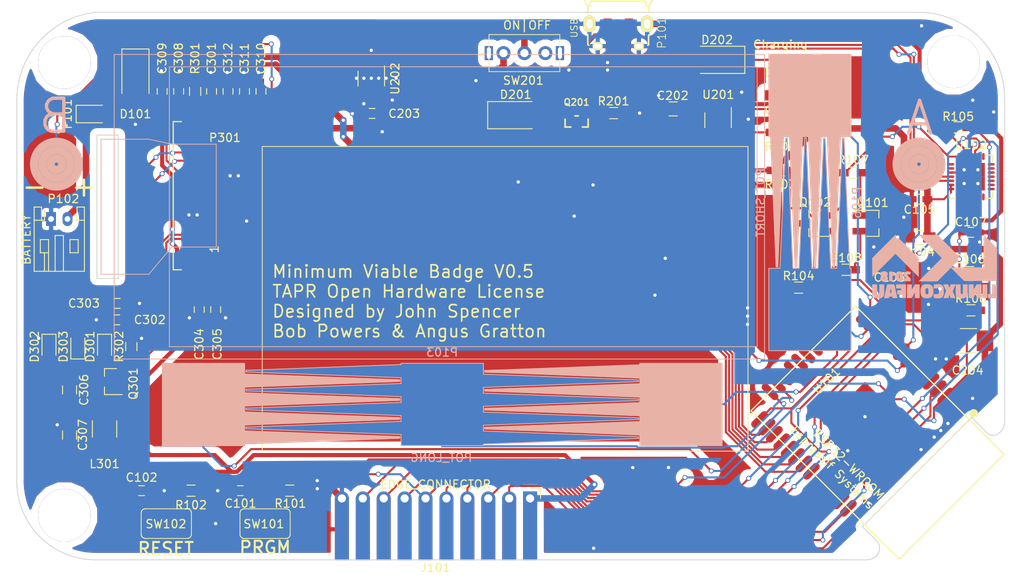
<source format=kicad_pcb>
(kicad_pcb (version 4) (host pcbnew 4.0.7-e2-6376~58~ubuntu16.04.1)
  (layers (0 F.Cu signal) (31 B.Cu signal) (34 B.Paste user) (35 F.Paste user) (36 B.SilkS user) (37 F.SilkS user) (38 B.Mask user) (39 F.Mask user) (44 Edge.Cuts user))
  (net 0 "")
  (net 1 +3V3)
  (net 2 GND)
  (net 3 /USB_VCC)
  (net 4 /IO14)
  (net 5 /IO12)
  (net 6 /IO13)
  (net 7 /IO0)
  (net 8 /BAT+)
  (net 9 /USB_D+)
  (net 10 /USB_D-)
  (net 11 /IO33)
  (net 12 /IO32)
  (net 13 /EN)
  (net 14 /IO15)
  (net 15 /I2C_SCL)
  (net 16 /RXD)
  (net 17 /TXD)
  (net 18 /I2C_SDA)
  (net 19 /RTS)
  (net 20 /DTR)
  (net 21 /IO2)
  (net 22 "Net-(C101-Pad1)")
  (net 23 "Net-(C102-Pad1)")
  (net 24 "Net-(C201-Pad1)")
  (net 25 "/E-Ink Display/LCD_VDD")
  (net 26 "/E-Ink Display/PREVGH")
  (net 27 "/E-Ink Display/PREVGL")
  (net 28 "/E-Ink Display/VGL")
  (net 29 "/E-Ink Display/VGH")
  (net 30 "Net-(C306-Pad1)")
  (net 31 "Net-(C306-Pad2)")
  (net 32 "Net-(C307-Pad1)")
  (net 33 "/E-Ink Display/VSH")
  (net 34 "/E-Ink Display/VSL")
  (net 35 "/E-Ink Display/VCOM")
  (net 36 /hipster-power/UNREG_V)
  (net 37 "Net-(D203-Pad1)")
  (net 38 "Net-(F101-Pad1)")
  (net 39 /IO25)
  (net 40 /I36)
  (net 41 /EINK_MOSI)
  (net 42 /EINK_SCLK)
  (net 43 /EINK_CS)
  (net 44 /EINK_D/C)
  (net 45 /EINK_RST)
  (net 46 /EINK_BUSY)
  (net 47 "/E-Ink Display/RESE")
  (net 48 "/E-Ink Display/GDR")
  (net 49 "Net-(Q101-Pad1)")
  (net 50 "Net-(Q102-Pad1)")
  (net 51 /BAT_MON)
  (net 52 "Net-(R105-Pad2)")
  (net 53 "Net-(R202-Pad1)")
  (net 54 "Net-(R203-Pad1)")
  (net 55 "Net-(SW201-Pad2)")
  (net 56 /IO23)
  (net 57 /IO22)
  (net 58 /IO21)
  (module TO_SOT_Packages_SMD:SOT-23 (layer F.Cu) (at 36.25 68.75 180)
    (fp_text reference Q301 (at -2.75 -0.25 450) (layer F.SilkS))
    (fp_text value IRLML0030TRPBF)
    (pad 1 smd rect (at -1 -0.95 180) (size 0.9 0.8) (layers F.Cu F.Paste F.Mask) (net 48 "/E-Ink Display/GDR"))
    (pad 2 smd rect (at -1 0.95 180) (size 0.9 0.8) (layers F.Cu F.Paste F.Mask) (net 47 "/E-Ink Display/RESE"))
    (pad 3 smd rect (at 1 0 180) (size 0.9 0.8) (layers F.Cu F.Paste F.Mask) (net 30 "Net-(C306-Pad1)"))
  )
  (module ESP32-footprints-Lib:ESP32-WROOM (layer F.Cu) (at 129.39 74.957614 45)
    (fp_text reference U101 (at 0.091924 -8.803479 45) (layer F.SilkS))
    (fp_text value ESP32-WROOM)
    (fp_text user "Espressif Systems" (at -6.858 -0.889 135) (layer F.SilkS))
    (fp_text user ESP32-WROOM (at -5.207 0.254 135) (layer F.SilkS))
    (pad 38 smd oval (at -9 5.25 45) (size 2.5 0.9) (layers F.Cu F.Paste F.Mask) (net 2 GND))
    (pad 37 smd oval (at -9 3.98 45) (size 2.5 0.9) (layers F.Cu F.Paste F.Mask) (net 56 /IO23))
    (pad 36 smd oval (at -9 2.71 45) (size 2.5 0.9) (layers F.Cu F.Paste F.Mask) (net 57 /IO22))
    (pad 35 smd oval (at -9 1.44 45) (size 2.5 0.9) (layers F.Cu F.Paste F.Mask) (net 16 /RXD))
    (pad 34 smd oval (at -9 0.17 45) (size 2.5 0.9) (layers F.Cu F.Paste F.Mask) (net 17 /TXD))
    (pad 33 smd oval (at -9 -1.1 45) (size 2.5 0.9) (layers F.Cu F.Paste F.Mask) (net 58 /IO21))
    (pad 32 smd oval (at -9 -2.37 45) (size 2.5 0.9) (layers F.Cu F.Paste F.Mask))
    (pad 31 smd oval (at -9 -3.64 45) (size 2.5 0.9) (layers F.Cu F.Paste F.Mask) (net 46 /EINK_BUSY))
    (pad 30 smd oval (at -9 -4.91 45) (size 2.5 0.9) (layers F.Cu F.Paste F.Mask) (net 45 /EINK_RST))
    (pad 29 smd oval (at -9 -6.18 45) (size 2.5 0.9) (layers F.Cu F.Paste F.Mask) (net 44 /EINK_D/C))
    (pad 28 smd oval (at -9 -7.45 45) (size 2.5 0.9) (layers F.Cu F.Paste F.Mask) (net 43 /EINK_CS))
    (pad 27 smd oval (at -9 -8.72 45) (size 2.5 0.9) (layers F.Cu F.Paste F.Mask) (net 42 /EINK_SCLK))
    (pad 26 smd oval (at -9 -9.99 45) (size 2.5 0.9) (layers F.Cu F.Paste F.Mask) (net 41 /EINK_MOSI))
    (pad 25 smd oval (at -9 -11.26 45) (size 2.5 0.9) (layers F.Cu F.Paste F.Mask) (net 7 /IO0))
    (pad 24 smd oval (at -5.715 -12.75 45) (size 0.9 2.5) (layers F.Cu F.Paste F.Mask) (net 21 /IO2))
    (pad 23 smd oval (at -4.445 -12.75 45) (size 0.9 2.5) (layers F.Cu F.Paste F.Mask) (net 14 /IO15))
    (pad 22 smd oval (at -3.175 -12.75 45) (size 0.9 2.5) (layers F.Cu F.Paste F.Mask))
    (pad 21 smd oval (at -1.905 -12.75 45) (size 0.9 2.5) (layers F.Cu F.Paste F.Mask))
    (pad 20 smd oval (at -0.635 -12.75 45) (size 0.9 2.5) (layers F.Cu F.Paste F.Mask))
    (pad 19 smd oval (at 0.635 -12.75 45) (size 0.9 2.5) (layers F.Cu F.Paste F.Mask))
    (pad 18 smd oval (at 1.905 -12.75 45) (size 0.9 2.5) (layers F.Cu F.Paste F.Mask))
    (pad 17 smd oval (at 3.175 -12.75 45) (size 0.9 2.5) (layers F.Cu F.Paste F.Mask))
    (pad 16 smd oval (at 4.445 -12.75 45) (size 0.9 2.5) (layers F.Cu F.Paste F.Mask) (net 6 /IO13))
    (pad 15 smd oval (at 5.715 -12.75 45) (size 0.9 2.5) (layers F.Cu F.Paste F.Mask) (net 2 GND))
    (pad 14 smd oval (at 9 -11.26 45) (size 2.5 0.9) (layers F.Cu F.Paste F.Mask) (net 5 /IO12))
    (pad 13 smd oval (at 9 -9.99 45) (size 2.5 0.9) (layers F.Cu F.Paste F.Mask) (net 4 /IO14))
    (pad 12 smd oval (at 9 -8.72 45) (size 2.5 0.9) (layers F.Cu F.Paste F.Mask) (net 15 /I2C_SCL))
    (pad 11 smd oval (at 9 -7.45 45) (size 2.5 0.9) (layers F.Cu F.Paste F.Mask) (net 18 /I2C_SDA))
    (pad 10 smd oval (at 9 -6.18 45) (size 2.5 0.9) (layers F.Cu F.Paste F.Mask) (net 39 /IO25))
    (pad 9 smd oval (at 9 -4.91 45) (size 2.5 0.9) (layers F.Cu F.Paste F.Mask) (net 11 /IO33))
    (pad 8 smd oval (at 9 -3.64 45) (size 2.5 0.9) (layers F.Cu F.Paste F.Mask) (net 12 /IO32))
    (pad 7 smd oval (at 9 -2.37 45) (size 2.5 0.9) (layers F.Cu F.Paste F.Mask) (net 51 /BAT_MON))
    (pad 6 smd oval (at 9 -1.1 45) (size 2.5 0.9) (layers F.Cu F.Paste F.Mask))
    (pad 5 smd oval (at 9 0.17 45) (size 2.5 0.9) (layers F.Cu F.Paste F.Mask))
    (pad 4 smd oval (at 9 1.44 45) (size 2.5 0.9) (layers F.Cu F.Paste F.Mask) (net 40 /I36))
    (pad 3 smd oval (at 9 2.71 45) (size 2.5 0.9) (layers F.Cu F.Paste F.Mask) (net 13 /EN))
    (pad 2 smd oval (at 9 3.98 45) (size 2.5 0.9) (layers F.Cu F.Paste F.Mask) (net 1 +3V3))
    (pad 1 smd oval (at 9 5.25 45) (size 2.5 0.9) (layers F.Cu F.Paste F.Mask) (net 2 GND))
    (pad 39 smd rect (at 0.3 -2.45 45) (size 6 6) (layers F.Cu F.Paste F.Mask) (net 2 GND))
  )
  (module libs:FPC_0.5mm_Pitch_24_Pin (layer F.Cu) (at 48.34 46.167614 90)
    (fp_text reference P301 (at 7.04 1.78 180) (layer F.SilkS))
    (fp_text value eInk)
    (fp_text user 1 (at -6.5 0.5 90) (layer F.SilkS))
    (pad 1 smd rect (at -5.74839 0.411714 180) (size 1.7 0.3) (layers F.Cu F.Paste F.Mask))
    (pad 2 smd rect (at -5.24839 0.411714 180) (size 1.7 0.3) (layers F.Cu F.Paste F.Mask) (net 48 "/E-Ink Display/GDR"))
    (pad 3 smd rect (at -4.74839 0.411714 180) (size 1.7 0.3) (layers F.Cu F.Paste F.Mask) (net 47 "/E-Ink Display/RESE"))
    (pad 4 smd rect (at -4.24839 0.411714 180) (size 1.7 0.3) (layers F.Cu F.Paste F.Mask) (net 28 "/E-Ink Display/VGL"))
    (pad 5 smd rect (at -3.74839 0.411714 180) (size 1.7 0.3) (layers F.Cu F.Paste F.Mask) (net 29 "/E-Ink Display/VGH"))
    (pad 6 smd rect (at -3.24839 0.411714 180) (size 1.7 0.3) (layers F.Cu F.Paste F.Mask))
    (pad 7 smd rect (at -2.74839 0.411714 180) (size 1.7 0.3) (layers F.Cu F.Paste F.Mask))
    (pad 8 smd rect (at -2.24839 0.411714 180) (size 1.7 0.3) (layers F.Cu F.Paste F.Mask) (net 2 GND))
    (pad 9 smd rect (at -1.74839 0.411714 180) (size 1.7 0.3) (layers F.Cu F.Paste F.Mask) (net 46 /EINK_BUSY))
    (pad 10 smd rect (at -1.24839 0.411714 180) (size 1.7 0.3) (layers F.Cu F.Paste F.Mask) (net 45 /EINK_RST))
    (pad 11 smd rect (at -0.74839 0.411714 180) (size 1.7 0.3) (layers F.Cu F.Paste F.Mask) (net 44 /EINK_D/C))
    (pad 12 smd rect (at -0.24839 0.411714 180) (size 1.7 0.3) (layers F.Cu F.Paste F.Mask) (net 43 /EINK_CS))
    (pad 13 smd rect (at 0.25161 0.411714 180) (size 1.7 0.3) (layers F.Cu F.Paste F.Mask) (net 42 /EINK_SCLK))
    (pad 14 smd rect (at 0.75161 0.411714 180) (size 1.7 0.3) (layers F.Cu F.Paste F.Mask) (net 41 /EINK_MOSI))
    (pad 15 smd rect (at 1.25161 0.411714 180) (size 1.7 0.3) (layers F.Cu F.Paste F.Mask) (net 1 +3V3))
    (pad 16 smd rect (at 1.75161 0.411714 180) (size 1.7 0.3) (layers F.Cu F.Paste F.Mask) (net 1 +3V3))
    (pad 17 smd rect (at 2.25161 0.411714 180) (size 1.7 0.3) (layers F.Cu F.Paste F.Mask) (net 2 GND))
    (pad 18 smd rect (at 2.75161 0.411714 180) (size 1.7 0.3) (layers F.Cu F.Paste F.Mask) (net 25 "/E-Ink Display/LCD_VDD"))
    (pad 19 smd rect (at 3.25161 0.411714 180) (size 1.7 0.3) (layers F.Cu F.Paste F.Mask))
    (pad 20 smd rect (at 3.75161 0.411714 180) (size 1.7 0.3) (layers F.Cu F.Paste F.Mask) (net 33 "/E-Ink Display/VSH"))
    (pad 21 smd rect (at 4.25161 0.411714 180) (size 1.7 0.3) (layers F.Cu F.Paste F.Mask) (net 26 "/E-Ink Display/PREVGH"))
    (pad 22 smd rect (at 4.75161 0.411714 180) (size 1.7 0.3) (layers F.Cu F.Paste F.Mask) (net 34 "/E-Ink Display/VSL"))
    (pad 23 smd rect (at 5.25161 0.411714 180) (size 1.7 0.3) (layers F.Cu F.Paste F.Mask) (net 27 "/E-Ink Display/PREVGL"))
    (pad 24 smd rect (at 5.75161 0.411714 180) (size 1.7 0.3) (layers F.Cu F.Paste F.Mask) (net 35 "/E-Ink Display/VCOM"))
    (pad "" smd rect (at 7.29161 -2.13 90) (size 2 3) (layers F.Cu F.Paste F.Mask))
    (pad "" smd rect (at -7.28839 -2.13 90) (size 2 3) (layers F.Cu F.Paste F.Mask))
  )
  (module Capacitors_SMD:C_0603_HandSoldering (layer F.Cu) (at 52 82 180)
    (fp_text reference C101 (at -0.02 -1.552386 180) (layer F.SilkS))
    (fp_text value "1uF 6.3V")
    (pad 1 smd rect (at -0.95 0 180) (size 1.2 0.75) (layers F.Cu F.Paste F.Mask) (net 22 "Net-(C101-Pad1)"))
    (pad 2 smd rect (at 0.95 0 180) (size 1.2 0.75) (layers F.Cu F.Paste F.Mask) (net 2 GND))
  )
  (module Capacitors_SMD:C_0603_HandSoldering (layer F.Cu) (at 40 82)
    (fp_text reference C102 (at 0 -1.6) (layer F.SilkS))
    (fp_text value "1uF 6.3V")
    (pad 1 smd rect (at -0.95 0) (size 1.2 0.75) (layers F.Cu F.Paste F.Mask) (net 23 "Net-(C102-Pad1)"))
    (pad 2 smd rect (at 0.95 0) (size 1.2 0.75) (layers F.Cu F.Paste F.Mask) (net 2 GND))
  )
  (module Capacitors_SMD:C_0603_HandSoldering (layer F.Cu) (at 129.89 53.592444 180)
    (fp_text reference C103 (at -0.95 -2.5 180) (layer F.SilkS))
    (fp_text value 1uF)
    (pad 1 smd rect (at -0.95 0 180) (size 1.2 0.75) (layers F.Cu F.Paste F.Mask) (net 13 /EN))
    (pad 2 smd rect (at 0.95 0 180) (size 1.2 0.75) (layers F.Cu F.Paste F.Mask) (net 2 GND))
  )
  (module Capacitors_SMD:C_0805_HandSoldering (layer F.Cu) (at 134.44 51.237614 180)
    (fp_text reference C104 (at 0 -1.75 180) (layer F.SilkS))
    (fp_text value 10uF)
    (pad 1 smd rect (at -1.25 0 180) (size 1.5 1.25) (layers F.Cu F.Paste F.Mask) (net 1 +3V3))
    (pad 2 smd rect (at 1.25 0 180) (size 1.5 1.25) (layers F.Cu F.Paste F.Mask) (net 2 GND))
  )
  (module Capacitors_SMD:C_0603_HandSoldering (layer F.Cu) (at 134.5 46.597614 180)
    (fp_text reference C105 (at 0 -1.25 180) (layer F.SilkS))
    (fp_text value 0.1uF)
    (pad 1 smd rect (at -0.95 0 180) (size 1.2 0.75) (layers F.Cu F.Paste F.Mask) (net 1 +3V3))
    (pad 2 smd rect (at 0.95 0 180) (size 1.2 0.75) (layers F.Cu F.Paste F.Mask) (net 2 GND))
  )
  (module Capacitors_SMD:C_0805_HandSoldering (layer F.Cu) (at 140.58 55.627614)
    (fp_text reference C106 (at 0 -1.75) (layer F.SilkS))
    (fp_text value 10uF)
    (pad 1 smd rect (at -1.25 0) (size 1.5 1.25) (layers F.Cu F.Paste F.Mask) (net 3 /USB_VCC))
    (pad 2 smd rect (at 1.25 0) (size 1.5 1.25) (layers F.Cu F.Paste F.Mask) (net 2 GND))
  )
  (module Capacitors_SMD:C_0603_HandSoldering (layer F.Cu) (at 140.73 50.617614)
    (fp_text reference C107 (at 0 -1.25) (layer F.SilkS))
    (fp_text value 0.1uF)
    (pad 1 smd rect (at -0.95 0) (size 1.2 0.75) (layers F.Cu F.Paste F.Mask) (net 3 /USB_VCC))
    (pad 2 smd rect (at 0.95 0) (size 1.2 0.75) (layers F.Cu F.Paste F.Mask) (net 2 GND))
  )
  (module Capacitors_SMD:C_0805_HandSoldering (layer F.Cu) (at 117.62 33.977614)
    (fp_text reference C201 (at -0.02 1.822386) (layer F.SilkS))
    (fp_text value 4.7uF)
    (pad 1 smd rect (at -1.25 0) (size 1.5 1.25) (layers F.Cu F.Paste F.Mask) (net 24 "Net-(C201-Pad1)"))
    (pad 2 smd rect (at 1.25 0) (size 1.5 1.25) (layers F.Cu F.Paste F.Mask) (net 2 GND))
  )
  (module Capacitors_SMD:C_0805_HandSoldering (layer F.Cu) (at 104.57 35.627614 180)
    (fp_text reference C202 (at 0.06 1.61 180) (layer F.SilkS))
    (fp_text value 4.7uF)
    (pad 1 smd rect (at -1.25 0 180) (size 1.5 1.25) (layers F.Cu F.Paste F.Mask) (net 8 /BAT+))
    (pad 2 smd rect (at 1.25 0 180) (size 1.5 1.25) (layers F.Cu F.Paste F.Mask) (net 2 GND))
  )
  (module Capacitors_SMD:C_0603_HandSoldering (layer F.Cu) (at 68 36.177614 180)
    (fp_text reference C203 (at -3.9 -0.022386 180) (layer F.SilkS))
    (fp_text value 1uF)
    (pad 1 smd rect (at -0.95 0 180) (size 1.2 0.75) (layers F.Cu F.Paste F.Mask) (net 1 +3V3))
    (pad 2 smd rect (at 0.95 0 180) (size 1.2 0.75) (layers F.Cu F.Paste F.Mask) (net 2 GND))
  )
  (module Capacitors_SMD:C_1210_HandSoldering (layer F.Cu) (at 140.44 63.792444 180)
    (fp_text reference C204 (at 0.1 -3.6 180) (layer F.SilkS))
    (fp_text value "100uF 10V X5R")
    (pad 1 smd rect (at -2 0 180) (size 2 2.5) (layers F.Cu F.Paste F.Mask) (net 1 +3V3))
    (pad 2 smd rect (at 2 0 180) (size 2 2.5) (layers F.Cu F.Paste F.Mask) (net 2 GND))
  )
  (module Capacitors_SMD:C_0603_HandSoldering (layer F.Cu) (at 48.5 33.5 270)
    (fp_text reference C301 (at -4 0 270) (layer F.SilkS))
    (fp_text value 1uF)
    (pad 1 smd rect (at -0.95 0 270) (size 1.2 0.75) (layers F.Cu F.Paste F.Mask) (net 2 GND))
    (pad 2 smd rect (at 0.95 0 270) (size 1.2 0.75) (layers F.Cu F.Paste F.Mask) (net 25 "/E-Ink Display/LCD_VDD"))
  )
  (module Capacitors_SMD:C_0603_HandSoldering (layer F.Cu) (at 37 61.25 180)
    (fp_text reference C302 (at -4 0 180) (layer F.SilkS))
    (fp_text value "1uF 50V")
    (pad 1 smd rect (at -0.95 0 180) (size 1.2 0.75) (layers F.Cu F.Paste F.Mask) (net 26 "/E-Ink Display/PREVGH"))
    (pad 2 smd rect (at 0.95 0 180) (size 1.2 0.75) (layers F.Cu F.Paste F.Mask) (net 2 GND))
  )
  (module Capacitors_SMD:C_0603_HandSoldering (layer F.Cu) (at 37.05 59.25)
    (fp_text reference C303 (at -4.05 0) (layer F.SilkS))
    (fp_text value "1uF 50V")
    (pad 1 smd rect (at -0.95 0) (size 1.2 0.75) (layers F.Cu F.Paste F.Mask) (net 27 "/E-Ink Display/PREVGL"))
    (pad 2 smd rect (at 0.95 0) (size 1.2 0.75) (layers F.Cu F.Paste F.Mask) (net 2 GND))
  )
  (module Capacitors_SMD:C_0603_HandSoldering (layer F.Cu) (at 47 60 270)
    (fp_text reference C304 (at 4.2 0 270) (layer F.SilkS))
    (fp_text value "1uF 25V")
    (pad 1 smd rect (at -0.95 0 270) (size 1.2 0.75) (layers F.Cu F.Paste F.Mask) (net 28 "/E-Ink Display/VGL"))
    (pad 2 smd rect (at 0.95 0 270) (size 1.2 0.75) (layers F.Cu F.Paste F.Mask) (net 2 GND))
  )
  (module Capacitors_SMD:C_0603_HandSoldering (layer F.Cu) (at 49 60 270)
    (fp_text reference C305 (at 4.2 -0.2 270) (layer F.SilkS))
    (fp_text value "1uF 25V")
    (pad 1 smd rect (at -0.95 0 270) (size 1.2 0.75) (layers F.Cu F.Paste F.Mask) (net 29 "/E-Ink Display/VGH"))
    (pad 2 smd rect (at 0.95 0 270) (size 1.2 0.75) (layers F.Cu F.Paste F.Mask) (net 2 GND))
  )
  (module Capacitors_SMD:C_0805_HandSoldering (layer F.Cu) (at 31.25 75.25 90)
    (fp_text reference C307 (at 0.01 1.6 90) (layer F.SilkS))
    (fp_text value "10uF 6.3V")
    (pad 1 smd rect (at -1.25 0 90) (size 1.5 1.25) (layers F.Cu F.Paste F.Mask) (net 32 "Net-(C307-Pad1)"))
    (pad 2 smd rect (at 1.25 0 90) (size 1.5 1.25) (layers F.Cu F.Paste F.Mask) (net 2 GND))
  )
  (module Capacitors_SMD:C_0603_HandSoldering (layer F.Cu) (at 44.5 33.5 270)
    (fp_text reference C308 (at -4 0 270) (layer F.SilkS))
    (fp_text value "1uF 25V")
    (pad 1 smd rect (at -0.95 0 270) (size 1.2 0.75) (layers F.Cu F.Paste F.Mask) (net 2 GND))
    (pad 2 smd rect (at 0.95 0 270) (size 1.2 0.75) (layers F.Cu F.Paste F.Mask) (net 1 +3V3))
  )
  (module Capacitors_SMD:C_0603_HandSoldering (layer F.Cu) (at 42.5 33.5 270)
    (fp_text reference C309 (at -4 0 270) (layer F.SilkS))
    (fp_text value "1uF 25V")
    (pad 1 smd rect (at -0.95 0 270) (size 1.2 0.75) (layers F.Cu F.Paste F.Mask) (net 2 GND))
    (pad 2 smd rect (at 0.95 0 270) (size 1.2 0.75) (layers F.Cu F.Paste F.Mask) (net 1 +3V3))
  )
  (module Capacitors_SMD:C_0603_HandSoldering (layer F.Cu) (at 54.5 33.5 90)
    (fp_text reference C310 (at 4 0 90) (layer F.SilkS))
    (fp_text value "1uF 25V")
    (pad 1 smd rect (at -0.95 0 90) (size 1.2 0.75) (layers F.Cu F.Paste F.Mask) (net 33 "/E-Ink Display/VSH"))
    (pad 2 smd rect (at 0.95 0 90) (size 1.2 0.75) (layers F.Cu F.Paste F.Mask) (net 2 GND))
  )
  (module Capacitors_SMD:C_0603_HandSoldering (layer F.Cu) (at 52.5 33.5 90)
    (fp_text reference C311 (at 3.95 0 90) (layer F.SilkS))
    (fp_text value "1uF 25V")
    (pad 1 smd rect (at -0.95 0 90) (size 1.2 0.75) (layers F.Cu F.Paste F.Mask) (net 34 "/E-Ink Display/VSL"))
    (pad 2 smd rect (at 0.95 0 90) (size 1.2 0.75) (layers F.Cu F.Paste F.Mask) (net 2 GND))
  )
  (module Capacitors_SMD:C_0603_HandSoldering (layer F.Cu) (at 50.5 33.5 90)
    (fp_text reference C312 (at 4 0 90) (layer F.SilkS))
    (fp_text value "1uF 25V")
    (pad 1 smd rect (at -0.95 0 90) (size 1.2 0.75) (layers F.Cu F.Paste F.Mask) (net 35 "/E-Ink Display/VCOM"))
    (pad 2 smd rect (at 0.95 0 90) (size 1.2 0.75) (layers F.Cu F.Paste F.Mask) (net 2 GND))
  )
  (module Diodes_SMD:D_SMA (layer F.Cu) (at 39.25 31.75 270)
    (fp_text reference D101 (at 4.5 0 360) (layer F.SilkS))
    (fp_text value SS14)
    (pad 1 smd rect (at -2 0 270) (size 2.5 1.8) (layers F.Cu F.Paste F.Mask) (net 8 /BAT+))
    (pad 2 smd rect (at 2 0 270) (size 2.5 1.8) (layers F.Cu F.Paste F.Mask) (net 2 GND))
  )
  (module Diodes_SMD:D_SMA (layer F.Cu) (at 85.44 36.387614)
    (fp_text reference D201 (at 0 -2.5) (layer F.SilkS))
    (fp_text value SS14)
    (pad 1 smd rect (at -2 0) (size 2.5 1.8) (layers F.Cu F.Paste F.Mask) (net 36 /hipster-power/UNREG_V))
    (pad 2 smd rect (at 2 0) (size 2.5 1.8) (layers F.Cu F.Paste F.Mask) (net 3 /USB_VCC))
  )
  (module Diodes_SMD:D_SMA (layer F.Cu) (at 109.87 29.667614 180)
    (fp_text reference D202 (at -0.04 2.43 180) (layer F.SilkS))
    (fp_text value SS14)
    (pad 1 smd rect (at -2 0 180) (size 2.5 1.8) (layers F.Cu F.Paste F.Mask) (net 24 "Net-(C201-Pad1)"))
    (pad 2 smd rect (at 2 0 180) (size 2.5 1.8) (layers F.Cu F.Paste F.Mask) (net 3 /USB_VCC))
  )
  (module LEDs:LED_0603 (layer F.Cu) (at 117.54 29.657614 180)
    (fp_text reference D203 (at -0.06 -1.542386 180) (layer F.SilkS))
    (fp_text value CHRG)
    (pad 2 smd rect (at 0.8 0) (size 0.8 0.8) (layers F.Cu F.Paste F.Mask) (net 24 "Net-(C201-Pad1)"))
    (pad 1 smd rect (at -0.8 0) (size 0.8 0.8) (layers F.Cu F.Paste F.Mask) (net 37 "Net-(D203-Pad1)"))
  )
  (module Diodes_SMD:D_1206 (layer F.Cu) (at 34.25 36.25)
    (fp_text reference F101 (at -3.25 0 90) (layer F.SilkS))
    (fp_text value "1A PTC")
    (pad 1 smd rect (at -1.5 0) (size 1 1.6) (layers F.Cu F.Paste F.Mask) (net 38 "Net-(F101-Pad1)"))
    (pad 2 smd rect (at 1.5 0) (size 1 1.6) (layers F.Cu F.Paste F.Mask) (net 8 /BAT+))
  )
  (module libs:USB-MICRO-5pin_PTHMOUNT-Amphenol.10118194-0001LF (layer F.Cu) (at 97.86 26.4 270)
    (fp_text reference P101 (at 0 -5.32 450) (layer F.SilkS) (effects (font (thickness 0.1))))
    (fp_text value USB (at -0.6 5.31 450) (layer F.SilkS) (effects (font (size 0.8 0.8) (thickness 0.1))))
    (pad 6 thru_hole oval (at -1.1 -3.54 270) (size 2 1.5) (drill oval 1.15 0.75) (layers *.Cu *.Mask F.SilkS) (net 2 GND))
    (pad 6 thru_hole oval (at -1.1 3.46 270) (size 2 1.5) (drill oval 1.15 0.75) (layers *.Cu *.Mask F.SilkS) (net 2 GND))
    (pad 6 thru_hole oval (at 1.6 -2.54 270) (size 1 1.25) (drill oval 0.55 0.85) (layers *.Cu *.Mask F.SilkS) (net 2 GND))
    (pad 6 smd rect (at -1.1 1.26 270) (size 1.3 1) (layers F.Cu F.Paste F.Mask) (net 2 GND))
    (pad 6 smd rect (at -1.1 -1.34 270) (size 1.3 1) (layers F.Cu F.Paste F.Mask) (net 2 GND))
    (pad 5 smd rect (at 1.77 1.26 270) (size 1.7 0.4) (layers F.Cu F.Paste F.Mask) (net 2 GND))
    (pad 3 smd rect (at 1.77 -0.04 270) (size 1.7 0.4) (layers F.Cu F.Paste F.Mask) (net 9 /USB_D+))
    (pad 4 smd rect (at 1.77 0.61 270) (size 1.7 0.4) (layers F.Cu F.Paste F.Mask))
    (pad 2 smd rect (at 1.77 -0.69 270) (size 1.7 0.4) (layers F.Cu F.Paste F.Mask) (net 10 /USB_D-))
    (pad 6 thru_hole oval (at 1.6 2.46 270) (size 1 1.25) (drill oval 0.55 0.85) (layers *.Cu *.Mask F.SilkS) (net 2 GND))
    (pad 1 smd rect (at 1.77 -1.34 270) (size 1.7 0.4) (layers F.Cu F.Paste F.Mask) (net 3 /USB_VCC))
  )
  (module Mounting_Holes:MountingHole_3.2mm_M3_Pad (layer F.Cu) (at 30.62 29.987614)
    (fp_text reference P107 hide)
    (fp_text value MECH hide)
    (pad 1 thru_hole circle (at 0 0) (size 6.4 6.4) (drill 6.4) (layers *.Cu *.Mask))
  )
  (module Mounting_Holes:MountingHole_3.2mm_M3_Pad (layer F.Cu) (at 30.62 84.98)
    (fp_text reference P108 hide)
    (fp_text value MECH hide)
    (pad 1 thru_hole circle (at 0 0) (size 6.4 6.4) (drill 6.4) (layers *.Cu *.Mask))
  )
  (module Mounting_Holes:MountingHole_3.2mm_M3_Pad (layer F.Cu) (at 138.62 29.897614)
    (fp_text reference P109 hide)
    (fp_text value MECH hide)
    (pad 1 thru_hole circle (at 0 0) (size 6.4 6.4) (drill 6.4) (layers *.Cu *.Mask))
  )
  (module TO_SOT_Packages_SMD:SOT-23_Handsoldering (layer F.Cu) (at 128.8 49.527614)
    (fp_text reference Q101 (at 0 -2.5) (layer F.SilkS))
    (fp_text value S8050)
    (pad 1 smd rect (at -1.5 -0.95) (size 1.9 0.8) (layers F.Cu F.Paste F.Mask) (net 49 "Net-(Q101-Pad1)"))
    (pad 2 smd rect (at -1.5 0.95) (size 1.9 0.8) (layers F.Cu F.Paste F.Mask) (net 19 /RTS))
    (pad 3 smd rect (at 1.5 0) (size 1.9 0.8) (layers F.Cu F.Paste F.Mask) (net 13 /EN))
  )
  (module TO_SOT_Packages_SMD:SOT-23_Handsoldering (layer F.Cu) (at 121.81 49.527614 180)
    (fp_text reference Q102 (at 0 2.56 180) (layer F.SilkS))
    (fp_text value S8050)
    (pad 1 smd rect (at -1.5 -0.95 180) (size 1.9 0.8) (layers F.Cu F.Paste F.Mask) (net 50 "Net-(Q102-Pad1)"))
    (pad 2 smd rect (at -1.5 0.95 180) (size 1.9 0.8) (layers F.Cu F.Paste F.Mask) (net 20 /DTR))
    (pad 3 smd rect (at 1.5 0 180) (size 1.9 0.8) (layers F.Cu F.Paste F.Mask) (net 7 /IO0))
  )
  (module Resistors_SMD:R_0603_HandSoldering (layer F.Cu) (at 58 82 180)
    (fp_text reference R101 (at -0.07 -1.552386 180) (layer F.SilkS))
    (fp_text value 470R)
    (pad 1 smd rect (at -1.1 0 180) (size 1.2 0.9) (layers F.Cu F.Paste F.Mask) (net 7 /IO0))
    (pad 2 smd rect (at 1.1 0 180) (size 1.2 0.9) (layers F.Cu F.Paste F.Mask) (net 22 "Net-(C101-Pad1)"))
  )
  (module Resistors_SMD:R_0603_HandSoldering (layer F.Cu) (at 46 82 180)
    (fp_text reference R102 (at 0 -1.75 180) (layer F.SilkS))
    (fp_text value 470R)
    (pad 1 smd rect (at -1.1 0 180) (size 1.2 0.9) (layers F.Cu F.Paste F.Mask) (net 13 /EN))
    (pad 2 smd rect (at 1.1 0 180) (size 1.2 0.9) (layers F.Cu F.Paste F.Mask) (net 23 "Net-(C102-Pad1)"))
  )
  (module Resistors_SMD:R_0603_HandSoldering (layer F.Cu) (at 117.62 43.097614 180)
    (fp_text reference R103 (at 0.02 -1.702386 180) (layer F.SilkS))
    (fp_text value "1M 1%")
    (pad 1 smd rect (at -1.1 0 180) (size 1.2 0.9) (layers F.Cu F.Paste F.Mask) (net 51 /BAT_MON))
    (pad 2 smd rect (at 1.1 0 180) (size 1.2 0.9) (layers F.Cu F.Paste F.Mask) (net 8 /BAT+))
  )
  (module Resistors_SMD:R_0603_HandSoldering (layer F.Cu) (at 119.81 57.337614)
    (fp_text reference R104 (at 0 -1.42) (layer F.SilkS))
    (fp_text value "100K 1%")
    (pad 1 smd rect (at -1.1 0) (size 1.2 0.9) (layers F.Cu F.Paste F.Mask) (net 51 /BAT_MON))
    (pad 2 smd rect (at 1.1 0) (size 1.2 0.9) (layers F.Cu F.Paste F.Mask) (net 2 GND))
  )
  (module Resistors_SMD:R_0603_HandSoldering (layer F.Cu) (at 139.19 37.867614 180)
    (fp_text reference R105 (at 0 1.31 180) (layer F.SilkS))
    (fp_text value 470R)
    (pad 1 smd rect (at -1.1 0 180) (size 1.2 0.9) (layers F.Cu F.Paste F.Mask) (net 17 /TXD))
    (pad 2 smd rect (at 1.1 0 180) (size 1.2 0.9) (layers F.Cu F.Paste F.Mask) (net 52 "Net-(R105-Pad2)"))
  )
  (module Resistors_SMD:R_0603_HandSoldering (layer F.Cu) (at 140.74 60.092444 180)
    (fp_text reference R106 (at 0 1.43 180) (layer F.SilkS))
    (fp_text value 12K)
    (pad 1 smd rect (at -1.1 0 180) (size 1.2 0.9) (layers F.Cu F.Paste F.Mask) (net 13 /EN))
    (pad 2 smd rect (at 1.1 0 180) (size 1.2 0.9) (layers F.Cu F.Paste F.Mask) (net 1 +3V3))
  )
  (module Resistors_SMD:R_0603_HandSoldering (layer F.Cu) (at 126.39 43.377614 180)
    (fp_text reference R107 (at -0.03 1.55 180) (layer F.SilkS))
    (fp_text value "12K(1%)")
    (pad 1 smd rect (at -1.1 0 180) (size 1.2 0.9) (layers F.Cu F.Paste F.Mask) (net 49 "Net-(Q101-Pad1)"))
    (pad 2 smd rect (at 1.1 0 180) (size 1.2 0.9) (layers F.Cu F.Paste F.Mask) (net 20 /DTR))
  )
  (module Resistors_SMD:R_0603_HandSoldering (layer F.Cu) (at 125.55 55.167614)
    (fp_text reference R108 (at 0 -1.45) (layer F.SilkS))
    (fp_text value "12K(1%)")
    (pad 1 smd rect (at -1.1 0) (size 1.2 0.9) (layers F.Cu F.Paste F.Mask) (net 50 "Net-(Q102-Pad1)"))
    (pad 2 smd rect (at 1.1 0) (size 1.2 0.9) (layers F.Cu F.Paste F.Mask) (net 19 /RTS))
  )
  (module Resistors_SMD:R_0603_HandSoldering (layer F.Cu) (at 97.33 36.137614)
    (fp_text reference R201 (at 0 -1.45) (layer F.SilkS))
    (fp_text value 12K)
    (pad 1 smd rect (at -1.1 0) (size 1.2 0.9) (layers F.Cu F.Paste F.Mask) (net 3 /USB_VCC))
    (pad 2 smd rect (at 1.1 0) (size 1.2 0.9) (layers F.Cu F.Paste F.Mask) (net 2 GND))
  )
  (module Resistors_SMD:R_0603_HandSoldering (layer F.Cu) (at 117.51 38.477614)
    (fp_text reference R202 (at 0.09 1.722386) (layer F.SilkS))
    (fp_text value "2K 5%")
    (pad 1 smd rect (at -1.1 0) (size 1.2 0.9) (layers F.Cu F.Paste F.Mask) (net 53 "Net-(R202-Pad1)"))
    (pad 2 smd rect (at 1.1 0) (size 1.2 0.9) (layers F.Cu F.Paste F.Mask) (net 2 GND))
  )
  (module Resistors_SMD:R_0603_HandSoldering (layer F.Cu) (at 122.1 29.637614 180)
    (fp_text reference R203 (at -0.1 -1.562386 180) (layer F.SilkS))
    (fp_text value 470R)
    (pad 1 smd rect (at -1.1 0 180) (size 1.2 0.9) (layers F.Cu F.Paste F.Mask) (net 54 "Net-(R203-Pad1)"))
    (pad 2 smd rect (at 1.1 0 180) (size 1.2 0.9) (layers F.Cu F.Paste F.Mask) (net 37 "Net-(D203-Pad1)"))
  )
  (module Resistors_SMD:R_0603_HandSoldering (layer F.Cu) (at 46.5 33.5 270)
    (fp_text reference R301 (at -4 0 270) (layer F.SilkS))
    (fp_text value 0R)
    (pad 1 smd rect (at -1.1 0 270) (size 1.2 0.9) (layers F.Cu F.Paste F.Mask) (net 1 +3V3))
    (pad 2 smd rect (at 1.1 0 270) (size 1.2 0.9) (layers F.Cu F.Paste F.Mask) (net 25 "/E-Ink Display/LCD_VDD"))
  )
  (module Resistors_SMD:R_0603_HandSoldering (layer F.Cu) (at 38.75 64.5 90)
    (fp_text reference R302 (at 0 -1.5 270) (layer F.SilkS))
    (fp_text value "0.47R, 1%")
    (pad 1 smd rect (at -1.1 0 90) (size 1.2 0.9) (layers F.Cu F.Paste F.Mask) (net 47 "/E-Ink Display/RESE"))
    (pad 2 smd rect (at 1.1 0 90) (size 1.2 0.9) (layers F.Cu F.Paste F.Mask) (net 2 GND))
  )
  (module Housings_DFN_QFN:QFN-28-1EP_5x5mm_Pitch0.5mm (layer F.Cu) (at 140.75 43.857614)
    (fp_text reference U102 (at 0 -3.875) (layer F.SilkS))
    (fp_text value CP2102)
    (pad 1 smd oval (at -2.45 -1.5) (size 0.85 0.3) (layers F.Cu F.Paste F.Mask))
    (pad 2 smd oval (at -2.45 -1) (size 0.85 0.3) (layers F.Cu F.Paste F.Mask))
    (pad 3 smd oval (at -2.45 -0.5) (size 0.85 0.3) (layers F.Cu F.Paste F.Mask) (net 2 GND))
    (pad 4 smd oval (at -2.45 0) (size 0.85 0.3) (layers F.Cu F.Paste F.Mask) (net 9 /USB_D+))
    (pad 5 smd oval (at -2.45 0.5) (size 0.85 0.3) (layers F.Cu F.Paste F.Mask) (net 10 /USB_D-))
    (pad 6 smd oval (at -2.45 1) (size 0.85 0.3) (layers F.Cu F.Paste F.Mask) (net 1 +3V3))
    (pad 7 smd oval (at -2.45 1.5) (size 0.85 0.3) (layers F.Cu F.Paste F.Mask) (net 1 +3V3))
    (pad 8 smd oval (at -1.5 2.45 90) (size 0.85 0.3) (layers F.Cu F.Paste F.Mask) (net 3 /USB_VCC))
    (pad 9 smd oval (at -1 2.45 90) (size 0.85 0.3) (layers F.Cu F.Paste F.Mask))
    (pad 10 smd oval (at -0.5 2.45 90) (size 0.85 0.3) (layers F.Cu F.Paste F.Mask))
    (pad 11 smd oval (at 0 2.45 90) (size 0.85 0.3) (layers F.Cu F.Paste F.Mask))
    (pad 12 smd oval (at 0.5 2.45 90) (size 0.85 0.3) (layers F.Cu F.Paste F.Mask))
    (pad 13 smd oval (at 1 2.45 90) (size 0.85 0.3) (layers F.Cu F.Paste F.Mask))
    (pad 14 smd oval (at 1.5 2.45 90) (size 0.85 0.3) (layers F.Cu F.Paste F.Mask))
    (pad 15 smd oval (at 2.45 1.5) (size 0.85 0.3) (layers F.Cu F.Paste F.Mask))
    (pad 16 smd oval (at 2.45 1) (size 0.85 0.3) (layers F.Cu F.Paste F.Mask))
    (pad 17 smd oval (at 2.45 0.5) (size 0.85 0.3) (layers F.Cu F.Paste F.Mask))
    (pad 18 smd oval (at 2.45 0) (size 0.85 0.3) (layers F.Cu F.Paste F.Mask))
    (pad 19 smd oval (at 2.45 -0.5) (size 0.85 0.3) (layers F.Cu F.Paste F.Mask))
    (pad 20 smd oval (at 2.45 -1) (size 0.85 0.3) (layers F.Cu F.Paste F.Mask))
    (pad 21 smd oval (at 2.45 -1.5) (size 0.85 0.3) (layers F.Cu F.Paste F.Mask))
    (pad 22 smd oval (at 1.5 -2.45 90) (size 0.85 0.3) (layers F.Cu F.Paste F.Mask))
    (pad 23 smd oval (at 1 -2.45 90) (size 0.85 0.3) (layers F.Cu F.Paste F.Mask))
    (pad 24 smd oval (at 0.5 -2.45 90) (size 0.85 0.3) (layers F.Cu F.Paste F.Mask) (net 19 /RTS))
    (pad 25 smd oval (at 0 -2.45 90) (size 0.85 0.3) (layers F.Cu F.Paste F.Mask) (net 16 /RXD))
    (pad 26 smd oval (at -0.5 -2.45 90) (size 0.85 0.3) (layers F.Cu F.Paste F.Mask) (net 52 "Net-(R105-Pad2)"))
    (pad 27 smd oval (at -1 -2.45 90) (size 0.85 0.3) (layers F.Cu F.Paste F.Mask))
    (pad 28 smd oval (at -1.5 -2.45 90) (size 0.85 0.3) (layers F.Cu F.Paste F.Mask) (net 20 /DTR))
    (pad 29 smd rect (at 0.8375 0.8375) (size 1.675 1.675) (layers F.Cu F.Paste F.Mask) (net 2 GND))
    (pad 29 smd rect (at 0.8375 -0.8375) (size 1.675 1.675) (layers F.Cu F.Paste F.Mask) (net 2 GND))
    (pad 29 smd rect (at -0.8375 0.8375) (size 1.675 1.675) (layers F.Cu F.Paste F.Mask) (net 2 GND))
    (pad 29 smd rect (at -0.8375 -0.8375) (size 1.675 1.675) (layers F.Cu F.Paste F.Mask) (net 2 GND))
  )
  (module TO_SOT_Packages_SMD:SOT-23-5_HandSoldering (layer F.Cu) (at 110.02 36.997614 270)
    (fp_text reference U201 (at -3.1 -0.03 540) (layer F.SilkS))
    (fp_text value MCP73831)
    (pad 1 smd rect (at -1.35 -0.95 270) (size 1.56 0.65) (layers F.Cu F.Paste F.Mask) (net 54 "Net-(R203-Pad1)"))
    (pad 2 smd rect (at -1.35 0 270) (size 1.56 0.65) (layers F.Cu F.Paste F.Mask) (net 2 GND))
    (pad 3 smd rect (at -1.35 0.95 270) (size 1.56 0.65) (layers F.Cu F.Paste F.Mask) (net 8 /BAT+))
    (pad 4 smd rect (at 1.35 0.95 270) (size 1.56 0.65) (layers F.Cu F.Paste F.Mask) (net 24 "Net-(C201-Pad1)"))
    (pad 5 smd rect (at 1.35 -0.95 270) (size 1.56 0.65) (layers F.Cu F.Paste F.Mask) (net 53 "Net-(R202-Pad1)"))
  )
  (module libs:SOT23_FET (layer F.Cu) (at 92.84 37.127614 180)
    (fp_text reference Q201 (at 0 2.31 180) (layer F.SilkS) (effects (font (size 0.8 0.8))))
    (fp_text value FDN340P)
    (pad 2 smd rect (at 0 -1.09982 180) (size 0.8001 0.89916) (layers F.Cu F.Paste F.Mask) (net 8 /BAT+))
    (pad 1 smd rect (at -0.94996 1.00076 180) (size 0.8001 0.89916) (layers F.Cu F.Paste F.Mask) (net 3 /USB_VCC))
    (pad 3 smd rect (at 0.94996 1.00076 180) (size 0.8001 0.89916) (layers F.Cu F.Paste F.Mask) (net 36 /hipster-power/UNREG_V))
  )
  (module Capacitors_SMD:C_1210_HandSoldering (layer F.Cu) (at 35.5 74.5 90)
    (fp_text reference L301 (at -4.25 0 180) (layer F.SilkS))
    (fp_text value "68uH 410MA")
    (pad 1 smd rect (at -2 0 90) (size 2 2.5) (layers F.Cu F.Paste F.Mask) (net 32 "Net-(C307-Pad1)"))
    (pad 2 smd rect (at 2 0 90) (size 2 2.5) (layers F.Cu F.Paste F.Mask) (net 30 "Net-(C306-Pad1)"))
  )
  (module libs:K2-1107st (layer F.Cu) (at 55 86)
    (fp_text reference SW101 (at -0.15 0.05) (layer F.SilkS))
    (fp_text value PRGM (at 0 2.9) (layer F.SilkS) (effects (font (size 1.5 1.5) (thickness 0.25))))
    (pad 1 smd rect (at -3.8 0) (size 1.5 1) (layers F.Cu F.Paste F.Mask) (net 2 GND))
    (pad 2 smd rect (at 3.8 0) (size 1.5 1) (layers F.Cu F.Paste F.Mask) (net 22 "Net-(C101-Pad1)"))
  )
  (module libs:K2-1107st (layer F.Cu) (at 43 86 180)
    (fp_text reference SW102 (at 0.05 -0.05 180) (layer F.SilkS))
    (fp_text value RESET (at 0.05 -3.05 180) (layer F.SilkS) (effects (font (size 1.5 1.5) (thickness 0.25))))
    (pad 1 smd rect (at -3.8 0 180) (size 1.5 1) (layers F.Cu F.Paste F.Mask) (net 2 GND))
    (pad 2 smd rect (at 3.8 0 180) (size 1.5 1) (layers F.Cu F.Paste F.Mask) (net 23 "Net-(C102-Pad1)"))
  )
  (module libs:SK12D07VG3 (layer F.Cu) (at 86.5 28.85)
    (fp_text reference SW201 (at -0.125 3.325) (layer F.SilkS))
    (fp_text value ON|OFF (at 0.325 -3.375) (layer F.SilkS))
    (pad 2 thru_hole circle (at 0 0) (size 1.7 1.7) (drill 1) (layers *.Cu *.Mask) (net 55 "Net-(SW201-Pad2)"))
    (pad 3 thru_hole circle (at 2.54 0) (size 1.7 1.7) (drill 1) (layers *.Cu *.Mask))
    (pad 1 thru_hole circle (at -2.54 0) (size 1.7 1.7) (drill 1) (layers *.Cu *.Mask) (net 36 /hipster-power/UNREG_V))
    (pad "" thru_hole rect (at -4.318 0) (size 1 1.7) (drill oval 0.5 1.4) (layers *.Cu *.Mask))
    (pad "" thru_hole rect (at 4.318 0) (size 1 1.7) (drill oval 0.5 1.4) (layers *.Cu *.Mask))
  )
  (module Diodes_SMD:D_SOD-323 (layer F.Cu) (at 35.5 64.5 270)
    (fp_text reference D301 (at 0 1.75 270) (layer F.SilkS))
    (fp_text value SD103AWS)
    (pad 1 smd rect (at -1.05 0 270) (size 0.6 0.45) (layers F.Cu F.Paste F.Mask) (net 26 "/E-Ink Display/PREVGH"))
    (pad 2 smd rect (at 1.05 0 270) (size 0.6 0.45) (layers F.Cu F.Paste F.Mask) (net 30 "Net-(C306-Pad1)"))
  )
  (module Diodes_SMD:D_SOD-323 (layer F.Cu) (at 28.75 64.5 270)
    (fp_text reference D302 (at 0 1.75 270) (layer F.SilkS))
    (fp_text value SD103AWS)
    (pad 1 smd rect (at -1.05 0 270) (size 0.6 0.45) (layers F.Cu F.Paste F.Mask) (net 2 GND))
    (pad 2 smd rect (at 1.05 0 270) (size 0.6 0.45) (layers F.Cu F.Paste F.Mask) (net 31 "Net-(C306-Pad2)"))
  )
  (module Diodes_SMD:D_SOD-323 (layer F.Cu) (at 32.25 64.5 90)
    (fp_text reference D303 (at 0 -1.75 90) (layer F.SilkS))
    (fp_text value SD103AWS)
    (pad 1 smd rect (at -1.05 0 90) (size 0.6 0.45) (layers F.Cu F.Paste F.Mask) (net 31 "Net-(C306-Pad2)"))
    (pad 2 smd rect (at 1.05 0 90) (size 0.6 0.45) (layers F.Cu F.Paste F.Mask) (net 27 "/E-Ink Display/PREVGL"))
  )
  (module Connectors_JST:JST_PH_S2B-PH-K_02x2.00mm_Angled (layer F.Cu) (at 29 49)
    (fp_text reference P102 (at 1.5 -2.45) (layer F.SilkS))
    (fp_text value BATTERY (at -3 2.5 90) (layer F.SilkS))
    (pad 1 thru_hole rect (at 0 0) (size 1.2 1.7) (drill 0.7) (layers *.Cu *.Mask) (net 2 GND))
    (pad 2 thru_hole oval (at 2 0) (size 1.2 1.7) (drill 0.7) (layers *.Cu *.Mask) (net 38 "Net-(F101-Pad1)"))
  )
  (module Capacitors_SMD:C_0805_HandSoldering (layer F.Cu) (at 31.25 69.75 90)
    (fp_text reference C306 (at 0 1.75 90) (layer F.SilkS))
    (fp_text value "4.7uF 50V")
    (pad 1 smd rect (at -1.25 0 90) (size 1.5 1.25) (layers F.Cu F.Paste F.Mask) (net 30 "Net-(C306-Pad1)"))
    (pad 2 smd rect (at 1.25 0 90) (size 1.5 1.25) (layers F.Cu F.Paste F.Mask) (net 31 "Net-(C306-Pad2)"))
  )
  (module libs:Edge_Connector_1x10_Pitch2.54mm (layer F.Cu) (at 75.705799 90.44)
    (fp_text reference J101 (at -0.01 0.92) (layer F.SilkS))
    (fp_text value EDGE_CONNECTOR (at 0 -9.2) (layer F.SilkS))
    (pad 1 thru_hole rect (at 11.484201 -7.5 270) (size 1.7 1.7) (drill 1) (layers *.Cu *.Mask) (net 1 +3V3))
    (pad 2 thru_hole oval (at 8.944201 -7.5 270) (size 1.7 1.7) (drill 1) (layers *.Cu *.Mask) (net 40 /I36))
    (pad 3 thru_hole oval (at 6.404201 -7.5 270) (size 1.7 1.7) (drill 1) (layers *.Cu *.Mask) (net 56 /IO23))
    (pad 4 thru_hole oval (at 3.864201 -7.5 270) (size 1.7 1.7) (drill 1) (layers *.Cu *.Mask) (net 57 /IO22))
    (pad 5 thru_hole oval (at 1.324201 -7.5 270) (size 1.7 1.7) (drill 1) (layers *.Cu *.Mask) (net 58 /IO21))
    (pad 6 thru_hole oval (at -1.215799 -7.5 270) (size 1.7 1.7) (drill 1) (layers *.Cu *.Mask) (net 7 /IO0))
    (pad 7 thru_hole oval (at -3.755799 -7.5 270) (size 1.7 1.7) (drill 1) (layers *.Cu *.Mask) (net 39 /IO25))
    (pad 8 thru_hole oval (at -6.295799 -7.5 270) (size 1.7 1.7) (drill 1) (layers *.Cu *.Mask) (net 18 /I2C_SDA))
    (pad 9 thru_hole oval (at -8.835799 -7.5 270) (size 1.7 1.7) (drill 1) (layers *.Cu *.Mask) (net 15 /I2C_SCL))
    (pad 10 thru_hole oval (at -11.375799 -7.5 270) (size 1.7 1.7) (drill 1) (layers *.Cu *.Mask) (net 2 GND))
    (pad 1 smd rect (at 11.484201 -3.75) (size 1.7 7.5) (layers F.Cu F.Paste F.Mask) (net 1 +3V3))
    (pad 2 smd rect (at 8.944201 -3.75) (size 1.7 7.5) (layers F.Cu F.Paste F.Mask) (net 40 /I36))
    (pad 3 smd rect (at 6.404201 -3.75) (size 1.7 7.5) (layers F.Cu F.Paste F.Mask) (net 56 /IO23))
    (pad 4 smd rect (at 3.864201 -3.75) (size 1.7 7.5) (layers F.Cu F.Paste F.Mask) (net 57 /IO22))
    (pad 5 smd rect (at 1.324201 -3.75) (size 1.7 7.5) (layers F.Cu F.Paste F.Mask) (net 58 /IO21))
    (pad 6 smd rect (at -1.215799 -3.75) (size 1.7 7.5) (layers F.Cu F.Paste F.Mask) (net 7 /IO0))
    (pad 7 smd rect (at -3.755799 -3.75) (size 1.7 7.5) (layers B.Cu B.Paste B.Mask) (net 39 /IO25))
    (pad 8 smd rect (at -6.295799 -3.75) (size 1.7 7.5) (layers F.Cu F.Paste F.Mask) (net 18 /I2C_SDA))
    (pad 9 smd rect (at -8.835799 -3.75) (size 1.7 7.5) (layers F.Cu F.Paste F.Mask) (net 15 /I2C_SCL))
    (pad 10 smd rect (at -11.375799 -3.75) (size 1.7 7.5) (layers F.Cu F.Paste F.Mask) (net 2 GND))
    (pad 1 smd rect (at 11.484201 -3.75) (size 1.7 7.5) (layers B.Cu B.Paste B.Mask) (net 1 +3V3))
    (pad 2 smd rect (at 8.944201 -3.75) (size 1.7 7.5) (layers B.Cu B.Paste B.Mask) (net 40 /I36))
    (pad 3 smd rect (at 6.404201 -3.75) (size 1.7 7.5) (layers B.Cu B.Paste B.Mask) (net 56 /IO23))
    (pad 4 smd rect (at 3.864201 -3.75) (size 1.7 7.5) (layers B.Cu B.Paste B.Mask) (net 57 /IO22))
    (pad 5 smd rect (at 1.324201 -3.75) (size 1.7 7.5) (layers B.Cu B.Paste B.Mask) (net 58 /IO21))
    (pad 6 smd rect (at -1.215799 -3.75) (size 1.7 7.5) (layers B.Cu B.Paste B.Mask) (net 7 /IO0))
    (pad 7 smd rect (at -3.755799 -3.75) (size 1.7 7.5) (layers F.Cu F.Paste F.Mask) (net 39 /IO25))
    (pad 8 smd rect (at -6.295799 -3.75) (size 1.7 7.5) (layers B.Cu B.Paste B.Mask) (net 18 /I2C_SDA))
    (pad 9 smd rect (at -8.835799 -3.75) (size 1.7 7.5) (layers B.Cu B.Paste B.Mask) (net 15 /I2C_SCL))
    (pad 10 smd rect (at -11.375799 -3.75) (size 1.7 7.5) (layers B.Cu B.Paste B.Mask) (net 2 GND))
  )
  (module libs:sense_long (layer B.Cu) (at 76.51 71.495651)
    (fp_text reference P103 (at 0 -6.3) (layer B.SilkS) (effects (justify mirror)))
    (fp_text value POT_LONG (at -0.1 6.5) (layer B.SilkS) (effects (justify mirror)))
    (pad 1 smd rect (at -29 0) (size 10 10) (layers B.Cu) (net 21 /IO2))
    (pad 1 smd trapezoid (at -14.6 4) (size 18.9 0.9) (rect_delta 0.7 0) (layers B.Cu) (net 21 /IO2))
    (pad 2 smd rect (at 0 0 180) (size 10 10) (layers B.Cu) (net 14 /IO15))
    (pad 3 smd rect (at 29 0) (size 10 10) (layers B.Cu) (net 6 /IO13))
    (pad 1 smd trapezoid (at -14.6 1.7) (size 18.9 0.9) (rect_delta 0.7 0) (layers B.Cu) (net 21 /IO2))
    (pad 2 smd trapezoid (at -14.4 2.85 180) (size 18.9 0.9) (rect_delta 0.7 0) (layers B.Cu) (net 14 /IO15))
    (pad 1 smd trapezoid (at -14.6 -0.6) (size 18.9 0.9) (rect_delta 0.7 0) (layers B.Cu) (net 21 /IO2))
    (pad 1 smd trapezoid (at -14.6 -2.9) (size 18.9 0.9) (rect_delta 0.7 0) (layers B.Cu) (net 21 /IO2))
    (pad 2 smd trapezoid (at -14.4 0.55 180) (size 18.9 0.9) (rect_delta 0.7 0) (layers B.Cu) (net 14 /IO15))
    (pad 2 smd trapezoid (at -14.4 -1.75 180) (size 18.9 0.9) (rect_delta 0.7 0) (layers B.Cu) (net 14 /IO15))
    (pad 2 smd trapezoid (at -14.4 -4.05 180) (size 18.9 0.9) (rect_delta 0.7 0) (layers B.Cu) (net 14 /IO15))
    (pad 3 smd trapezoid (at 14.6 -4.028037 180) (size 18.9 0.9) (rect_delta 0.7 0) (layers B.Cu) (net 6 /IO13))
    (pad 3 smd trapezoid (at 14.6 -1.728037 180) (size 18.9 0.9) (rect_delta 0.7 0) (layers B.Cu) (net 6 /IO13))
    (pad 3 smd trapezoid (at 14.6 0.571963 180) (size 18.9 0.9) (rect_delta 0.7 0) (layers B.Cu) (net 6 /IO13))
    (pad 3 smd trapezoid (at 14.6 2.871963 180) (size 18.9 0.9) (rect_delta 0.7 0) (layers B.Cu) (net 6 /IO13))
    (pad 2 smd trapezoid (at 14.4 1.721963) (size 18.9 0.9) (rect_delta 0.7 0) (layers B.Cu) (net 14 /IO15))
    (pad 2 smd trapezoid (at 14.4 -2.878037) (size 18.9 0.9) (rect_delta 0.7 0) (layers B.Cu) (net 14 /IO15))
    (pad 2 smd trapezoid (at 14.4 -0.578037) (size 18.9 0.9) (rect_delta 0.7 0) (layers B.Cu) (net 14 /IO15))
    (pad 2 smd trapezoid (at 14.4 4.021963) (size 18.9 0.9) (rect_delta 0.7 0) (layers B.Cu) (net 14 /IO15))
  )
  (module libs:sense_short (layer B.Cu) (at 121.18 47.007614 270)
    (fp_text reference P106 (at 0 -5.7 270) (layer B.SilkS) (effects (justify mirror)))
    (fp_text value POT_SHORT (at 0 6 270) (layer B.SilkS) (effects (justify mirror)))
    (pad 1 smd rect (at -13 0 270) (size 10 10) (layers B.Cu) (net 5 /IO12))
    (pad 1 smd trapezoid (at -0.15 4 270) (size 16 0.9) (rect_delta 0.7 0) (layers B.Cu) (net 5 /IO12))
    (pad 2 smd rect (at 13 0 90) (size 10 10) (layers B.Cu) (net 4 /IO14))
    (pad 1 smd trapezoid (at -0.15 1.7 270) (size 16 0.9) (rect_delta 0.7 0) (layers B.Cu) (net 5 /IO12))
    (pad 2 smd trapezoid (at 0.15 2.85 90) (size 16 0.9) (rect_delta 0.7 0) (layers B.Cu) (net 4 /IO14))
    (pad 1 smd trapezoid (at -0.15 -0.6 270) (size 16 0.9) (rect_delta 0.7 0) (layers B.Cu) (net 5 /IO12))
    (pad 1 smd trapezoid (at -0.15 -2.9 270) (size 16 0.9) (rect_delta 0.7 0) (layers B.Cu) (net 5 /IO12))
    (pad 2 smd trapezoid (at 0.15 0.55 90) (size 16 0.9) (rect_delta 0.7 0) (layers B.Cu) (net 4 /IO14))
    (pad 2 smd trapezoid (at 0.15 -1.75 90) (size 16 0.9) (rect_delta 0.7 0) (layers B.Cu) (net 4 /IO14))
    (pad 2 smd trapezoid (at 0.15 -4.05 90) (size 16 0.9) (rect_delta 0.7 0) (layers B.Cu) (net 4 /IO14))
  )
  (module libs:buttons (layer B.Cu) (at 134.42 42.337614)
    (fp_text reference P104 hide)
    (fp_text value BUTTON_A hide)
    (pad 1 smd circle (at 0 0) (size 6.4 6.4) (layers B.Cu) (net 11 /IO33))
  )
  (module libs:buttons (layer B.Cu) (at 29.65 42.337614)
    (fp_text reference P105 hide)
    (fp_text value BUTTON_B hide)
    (pad 1 smd circle (at 0 0) (size 6.4 6.4) (layers B.Cu) (net 12 /IO32))
  )
  (module TO_SOT_Packages_SMD:SOT-23-5_HandSoldering (layer F.Cu) (at 67.9 31.95 270)
    (fp_text reference U202 (at 0 -2.9 270) (layer F.SilkS))
    (fp_text value XC6210A33MR-G)
    (pad 1 smd rect (at -1.35 -0.95 270) (size 1.56 0.65) (layers F.Cu F.Paste F.Mask) (net 55 "Net-(SW201-Pad2)"))
    (pad 2 smd rect (at -1.35 0 270) (size 1.56 0.65) (layers F.Cu F.Paste F.Mask) (net 2 GND))
    (pad 3 smd rect (at -1.35 0.95 270) (size 1.56 0.65) (layers F.Cu F.Paste F.Mask) (net 55 "Net-(SW201-Pad2)"))
    (pad 4 smd rect (at 1.35 0.95 270) (size 1.56 0.65) (layers F.Cu F.Paste F.Mask))
    (pad 5 smd rect (at 1.35 -0.95 270) (size 1.56 0.65) (layers F.Cu F.Paste F.Mask) (net 1 +3V3))
  )
  (module libs:LCA2018_LOGO (layer B.Cu) (at 136.33 54.77 180)
    (fp_text reference G*** hide)
    (fp_text value LOGO hide)
  )
  (gr_text Charging (at 117.6 27.8) (layer F.SilkS) (effects (font (size 1 1))))
  (gr_text "Minimum Viable Badge V0.5\nTAPR Open Hardware License\nDesigned by John Spencer\nBob Powers & Angus Gratton" (at 55.75 59) (layer F.SilkS) (effects (font (size 1.5 1.5) (thickness 0.2)) (justify left)))
  (gr_text A (at 134.5 36.75) (layer B.SilkS) (effects (font (size 4 4) (thickness 0.4)) (justify mirror)))
  (gr_text B (at 29.5 36.5) (layer B.SilkS) (effects (font (size 4 4) (thickness 0.4)) (justify mirror)))
  (gr_line (start 24.86 33.93) (end 24.84 34.38) (layer Edge.Cuts) (width 0.1))
  (gr_line (start 33.749931 23.989655) (end 34.397 23.897614) (layer Edge.Cuts) (width 0.1))
  (gr_text - (at 27 45) (layer F.SilkS) (effects (font (size 2.5 2.5) (thickness 0.3))))
  (gr_text + (at 33 45) (layer F.SilkS) (effects (font (size 2.5 2.5) (thickness 0.3))))
  (gr_line (start 43.370162 39.846061) (end 43.370162 30.510347) (layer B.SilkS) (width 0.1))
  (gr_line (start 43.370162 52.763918) (end 43.370162 39.846061) (layer B.SilkS) (width 0.1))
  (gr_line (start 43.370162 39.846061) (end 43.670162 39.910347) (layer B.SilkS) (width 0.1))
  (gr_line (start 43.370162 52.763918) (end 40.870162 55.710347) (layer B.SilkS) (width 0.1))
  (gr_line (start 36.670162 39.310347) (end 35.070162 39.310347) (layer B.SilkS) (width 0.1))
  (gr_line (start 37.170162 56.210347) (end 34.570162 56.210347) (layer Edge.Cuts) (width 0.1))
  (gr_line (start 40.870162 39.310347) (end 43.370162 39.846061) (layer B.SilkS) (width 0.1))
  (gr_line (start 40.870162 39.310347) (end 36.670162 39.310347) (layer B.SilkS) (width 0.1))
  (gr_line (start 49.070162 52.410347) (end 49.070162 39.910347) (layer B.SilkS) (width 0.1))
  (gr_line (start 36.670162 39.310347) (end 36.670162 29.010347) (layer B.SilkS) (width 0.1))
  (gr_line (start 36.670162 55.710347) (end 40.870162 55.710347) (layer B.SilkS) (width 0.1))
  (gr_line (start 35.070162 39.310347) (end 35.070162 55.710347) (layer B.SilkS) (width 0.1))
  (gr_line (start 43.670162 52.410347) (end 43.370162 52.763918) (layer B.SilkS) (width 0.1))
  (gr_line (start 43.670162 39.910347) (end 49.070162 39.910347) (layer B.SilkS) (width 0.1))
  (gr_line (start 36.670162 39.310347) (end 36.670162 55.710347) (layer B.SilkS) (width 0.1))
  (gr_line (start 115.670162 29.010347) (end 115.670162 66.010347) (layer B.SilkS) (width 0.1))
  (gr_line (start 36.670162 29.010347) (end 115.670162 29.010347) (layer B.SilkS) (width 0.1))
  (gr_line (start 115.670162 66.010347) (end 36.670162 66.010347) (layer B.SilkS) (width 0.1))
  (gr_line (start 114.770162 64.510347) (end 43.370162 64.510347) (layer B.SilkS) (width 0.1))
  (gr_line (start 34.570162 56.210347) (end 34.570162 38.810347) (layer Edge.Cuts) (width 0.1))
  (gr_line (start 37.170162 38.810347) (end 37.170162 56.210347) (layer Edge.Cuts) (width 0.1))
  (gr_line (start 49.070162 52.410347) (end 43.670162 52.410347) (layer B.SilkS) (width 0.1))
  (gr_line (start 36.670162 66.010347) (end 36.670162 55.710347) (layer B.SilkS) (width 0.1))
  (gr_line (start 114.770162 30.510347) (end 114.770162 64.510347) (layer B.SilkS) (width 0.1))
  (gr_line (start 35.070162 55.710347) (end 36.670162 55.710347) (layer B.SilkS) (width 0.1))
  (gr_line (start 43.370162 30.510347) (end 114.770162 30.510347) (layer B.SilkS) (width 0.1))
  (gr_line (start 43.370162 64.510347) (end 43.370162 52.763918) (layer B.SilkS) (width 0.1))
  (gr_line (start 34.570162 38.810347) (end 37.170162 38.810347) (layer Edge.Cuts) (width 0.1))
  (gr_line (start 54.65656 77.197614) (end 113.65656 77.197614) (layer F.SilkS) (width 0.1))
  (gr_line (start 113.65656 77.197614) (end 113.65656 40.197614) (layer F.SilkS) (width 0.1))
  (gr_line (start 113.65656 40.197614) (end 54.65656 40.197614) (layer F.SilkS) (width 0.1))
  (gr_line (start 54.65656 40.197614) (end 54.65656 77.197614) (layer F.SilkS) (width 0.1))
  (gr_line (start 139.08238 25.005445) (end 139.691367 25.33659) (layer Edge.Cuts) (width 0.1))
  (gr_line (start 25.547831 30.742116) (end 25.799573 30.138961) (layer Edge.Cuts) (width 0.1))
  (gr_line (start 144.678801 74.34301) (end 144.621449 74.458589) (layer Edge.Cuts) (width 0.1))
  (gr_line (start 144.835705 73.72062) (end 144.822244 73.848942) (layer Edge.Cuts) (width 0.1))
  (gr_line (start 143.839819 29.873291) (end 144.115305 30.509396) (layer Edge.Cuts) (width 0.1))
  (gr_line (start 143.165436 28.662846) (end 143.52273 29.256869) (layer Edge.Cuts) (width 0.1))
  (gr_line (start 134.402011 23.897614) (end 135.094826 23.920626) (layer Edge.Cuts) (width 0.1))
  (gr_line (start 142.769513 28.093841) (end 143.165436 28.662846) (layer Edge.Cuts) (width 0.1))
  (gr_line (start 29.540414 25.693556) (end 30.091685 25.342457) (layer Edge.Cuts) (width 0.1))
  (gr_line (start 26.410595 28.98408) (end 26.767616 28.436626) (layer Edge.Cuts) (width 0.1))
  (gr_line (start 144.347974 31.162379) (end 144.5368 31.829362) (layer Edge.Cuts) (width 0.1))
  (gr_line (start 141.368219 26.561402) (end 141.868919 27.040798) (layer Edge.Cuts) (width 0.1))
  (gr_line (start 139.691367 25.33659) (end 140.277037 25.707415) (layer Edge.Cuts) (width 0.1))
  (gr_line (start 29.011507 26.077519) (end 29.540414 25.693556) (layer Edge.Cuts) (width 0.1))
  (gr_line (start 25.018439 32.627532) (end 25.156541 31.988707) (layer Edge.Cuts) (width 0.1))
  (gr_line (start 25.333223 31.359459) (end 25.547831 30.742116) (layer Edge.Cuts) (width 0.1))
  (gr_line (start 144.822244 73.848942) (end 144.799686 73.975981) (layer Edge.Cuts) (width 0.1))
  (gr_line (start 143.52273 29.256869) (end 143.839819 29.873291) (layer Edge.Cuts) (width 0.1))
  (gr_line (start 144.832886 33.884679) (end 144.84 34.57784) (layer Edge.Cuts) (width 0.1))
  (gr_line (start 33.109655 24.120863) (end 33.749931 23.989655) (layer Edge.Cuts) (width 0.1))
  (gr_line (start 144.779792 33.193519) (end 144.832886 33.884679) (layer Edge.Cuts) (width 0.1))
  (gr_line (start 143.830964 75.212708) (end 143.681518 75.257109) (layer Edge.Cuts) (width 0.1))
  (gr_line (start 138.452762 24.71544) (end 139.08238 25.005445) (layer Edge.Cuts) (width 0.1))
  (gr_line (start 143.972543 75.147429) (end 143.830964 75.212708) (layer Edge.Cuts) (width 0.1))
  (gr_line (start 135.784587 23.98956) (end 136.468253 24.104113) (layer Edge.Cuts) (width 0.1))
  (gr_line (start 142.336704 27.552363) (end 142.769513 28.093841) (layer Edge.Cuts) (width 0.1))
  (gr_line (start 144.103353 75.062611) (end 143.972543 75.147429) (layer Edge.Cuts) (width 0.1))
  (gr_line (start 144.621449 74.458589) (end 144.556019 74.569794) (layer Edge.Cuts) (width 0.1))
  (gr_line (start 141.868919 27.040798) (end 142.336704 27.552363) (layer Edge.Cuts) (width 0.1))
  (gr_line (start 137.142811 24.263779) (end 137.805287 24.467855) (layer Edge.Cuts) (width 0.1))
  (gr_line (start 144.220718 74.959989) (end 144.103353 75.062611) (layer Edge.Cuts) (width 0.1))
  (gr_line (start 144.314764 74.871654) (end 144.220718 74.959989) (layer Edge.Cuts) (width 0.1))
  (gr_line (start 135.094826 23.920626) (end 135.784587 23.98956) (layer Edge.Cuts) (width 0.1))
  (gr_line (start 30.091685 25.342457) (end 30.663279 25.025521) (layer Edge.Cuts) (width 0.1))
  (gr_line (start 144.402287 74.776852) (end 144.314764 74.871654) (layer Edge.Cuts) (width 0.1))
  (gr_line (start 144.482841 74.676061) (end 144.402287 74.776852) (layer Edge.Cuts) (width 0.1))
  (gr_line (start 25.156541 31.988707) (end 25.333223 31.359459) (layer Edge.Cuts) (width 0.1))
  (gr_line (start 144.556019 74.569794) (end 144.482841 74.676061) (layer Edge.Cuts) (width 0.1))
  (gr_line (start 144.727782 74.223643) (end 144.678801 74.34301) (layer Edge.Cuts) (width 0.1))
  (gr_line (start 144.768146 74.101093) (end 144.727782 74.223643) (layer Edge.Cuts) (width 0.1))
  (gr_line (start 144.799686 73.975981) (end 144.768146 74.101093) (layer Edge.Cuts) (width 0.1))
  (gr_line (start 31.253085 24.743919) (end 31.858918 24.498694) (layer Edge.Cuts) (width 0.1))
  (gr_line (start 136.468253 24.104113) (end 137.142811 24.263779) (layer Edge.Cuts) (width 0.1))
  (gr_line (start 144.84 73.591666) (end 144.835705 73.72062) (layer Edge.Cuts) (width 0.1))
  (gr_line (start 144.84 34.57784) (end 144.84 73.591666) (layer Edge.Cuts) (width 0.1))
  (gr_line (start 30.663279 25.025521) (end 31.253085 24.743919) (layer Edge.Cuts) (width 0.1))
  (gr_line (start 144.115305 30.509396) (end 144.347974 31.162379) (layer Edge.Cuts) (width 0.1))
  (gr_line (start 144.680951 32.507405) (end 144.779792 33.193519) (layer Edge.Cuts) (width 0.1))
  (gr_line (start 25.799573 30.138961) (end 26.087516 29.552226) (layer Edge.Cuts) (width 0.1))
  (gr_line (start 27.157257 27.911889) (end 27.578078 27.411809) (layer Edge.Cuts) (width 0.1))
  (gr_line (start 144.5368 31.829362) (end 144.680951 32.507405) (layer Edge.Cuts) (width 0.1))
  (gr_line (start 140.836811 26.116287) (end 141.368219 26.561402) (layer Edge.Cuts) (width 0.1))
  (gr_line (start 140.277037 25.707415) (end 140.836811 26.116287) (layer Edge.Cuts) (width 0.1))
  (gr_line (start 137.805287 24.467855) (end 138.452762 24.71544) (layer Edge.Cuts) (width 0.1))
  (gr_line (start 34.4 23.9) (end 134.405011 23.9) (layer Edge.Cuts) (width 0.1))
  (gr_line (start 32.478539 24.290752) (end 33.109655 24.120863) (layer Edge.Cuts) (width 0.1))
  (gr_line (start 27.578078 27.411809) (end 28.028521 26.938237) (layer Edge.Cuts) (width 0.1))
  (gr_line (start 26.767616 28.436626) (end 27.157257 27.911889) (layer Edge.Cuts) (width 0.1))
  (gr_line (start 26.087516 29.552226) (end 26.410595 28.98408) (layer Edge.Cuts) (width 0.1))
  (gr_line (start 31.858918 24.498694) (end 32.478539 24.290752) (layer Edge.Cuts) (width 0.1))
  (gr_line (start 28.506921 26.492925) (end 29.011507 26.077519) (layer Edge.Cuts) (width 0.1))
  (gr_line (start 28.028521 26.938237) (end 28.506921 26.492925) (layer Edge.Cuts) (width 0.1))
  (gr_line (start 33.112487 90.310988) (end 32.477512 90.203073) (layer Edge.Cuts) (width 0.1))
  (gr_line (start 128.618514 90.301265) (end 128.508503 90.33574) (layer Edge.Cuts) (width 0.1))
  (gr_line (start 26.655922 86.452155) (end 26.295226 85.918547) (layer Edge.Cuts) (width 0.1))
  (gr_line (start 128.168074 90.393725) (end 128.052853 90.397614) (layer Edge.Cuts) (width 0.1))
  (gr_line (start 28.947622 88.693892) (end 28.430894 88.309403) (layer Edge.Cuts) (width 0.1))
  (gr_line (start 128.282769 90.382075) (end 128.168074 90.393725) (layer Edge.Cuts) (width 0.1))
  (gr_line (start 128.931152 90.154597) (end 128.83032 90.210488) (layer Edge.Cuts) (width 0.1))
  (gr_line (start 24.832511 81.041651) (end 24.84 80.397614) (layer Edge.Cuts) (width 0.1))
  (gr_line (start 31.2365 89.860483) (end 30.636089 89.62736) (layer Edge.Cuts) (width 0.1))
  (gr_line (start 24.868375 81.684732) (end 24.832511 81.041651) (layer Edge.Cuts) (width 0.1))
  (gr_line (start 128.052853 90.397614) (end 34.397 90.397614) (layer Edge.Cuts) (width 0.1))
  (gr_line (start 24.947427 82.323943) (end 24.868375 81.684732) (layer Edge.Cuts) (width 0.1))
  (gr_line (start 128.83032 90.210488) (end 128.725949 90.259451) (layer Edge.Cuts) (width 0.1))
  (gr_line (start 25.06931 82.956385) (end 24.947427 82.323943) (layer Edge.Cuts) (width 0.1))
  (gr_line (start 28.430894 88.309403) (end 27.941208 87.891017) (layer Edge.Cuts) (width 0.1))
  (gr_line (start 25.971251 85.361879) (end 25.685467 84.784672) (layer Edge.Cuts) (width 0.1))
  (gr_line (start 27.480783 87.44063) (end 27.051706 86.960284) (layer Edge.Cuts) (width 0.1))
  (gr_line (start 129.207915 89.948062) (end 129.12038 90.023085) (layer Edge.Cuts) (width 0.1))
  (gr_line (start 27.941208 87.891017) (end 27.480783 87.44063) (layer Edge.Cuts) (width 0.1))
  (gr_line (start 34.397 90.397614) (end 33.753285 90.375933) (layer Edge.Cuts) (width 0.1))
  (gr_line (start 129.394526 89.742823) (end 129.290191 89.867307) (layer Edge.Cuts) (width 0.1))
  (gr_line (start 25.233472 83.579194) (end 25.06931 82.956385) (layer Edge.Cuts) (width 0.1))
  (gr_line (start 128.396418 90.362717) (end 128.282769 90.382075) (layer Edge.Cuts) (width 0.1))
  (gr_line (start 25.685467 84.784672) (end 25.439169 84.189545) (layer Edge.Cuts) (width 0.1))
  (gr_line (start 32.477512 90.203073) (end 31.851236 90.052677) (layer Edge.Cuts) (width 0.1))
  (gr_line (start 129.12038 90.023085) (end 129.027986 90.092035) (layer Edge.Cuts) (width 0.1))
  (gr_line (start 30.052724 89.354367) (end 29.489051 89.04274) (layer Edge.Cuts) (width 0.1))
  (gr_line (start 27.051706 86.960284) (end 26.655922 86.452155) (layer Edge.Cuts) (width 0.1))
  (gr_line (start 30.636089 89.62736) (end 30.052724 89.354367) (layer Edge.Cuts) (width 0.1))
  (gr_line (start 129.290191 89.867307) (end 129.207915 89.948062) (layer Edge.Cuts) (width 0.1))
  (gr_line (start 33.753285 90.375933) (end 33.112487 90.310988) (layer Edge.Cuts) (width 0.1))
  (gr_line (start 128.508503 90.33574) (end 128.396418 90.362717) (layer Edge.Cuts) (width 0.1))
  (gr_line (start 128.725949 90.259451) (end 128.618514 90.301265) (layer Edge.Cuts) (width 0.1))
  (gr_line (start 129.027986 90.092035) (end 128.931152 90.154597) (layer Edge.Cuts) (width 0.1))
  (gr_line (start 25.439169 84.189545) (end 25.233472 83.579194) (layer Edge.Cuts) (width 0.1))
  (gr_line (start 26.295226 85.918547) (end 25.971251 85.361879) (layer Edge.Cuts) (width 0.1))
  (gr_line (start 29.489051 89.04274) (end 28.947622 88.693892) (layer Edge.Cuts) (width 0.1))
  (gr_line (start 31.851236 90.052677) (end 31.2365 89.860483) (layer Edge.Cuts) (width 0.1))
  (gr_line (start 129.290191 88.099768) (end 129.482277 88.360933) (layer Edge.Cuts) (width 0.1))
  (gr_line (start 129.643685 88.983538) (end 129.633392 89.145636) (layer Edge.Cuts) (width 0.1))
  (gr_line (start 129.602677 89.305131) (end 129.552034 89.459459) (layer Edge.Cuts) (width 0.1))
  (gr_line (start 129.602677 88.661944) (end 129.633392 88.821439) (layer Edge.Cuts) (width 0.1))
  (gr_line (start 143.371362 75.280091) (end 143.217004 75.2582) (layer Edge.Cuts) (width 0.1))
  (gr_line (start 142.676415 74.963615) (end 140.818244 73.105444) (layer Edge.Cuts) (width 0.1))
  (gr_line (start 143.217004 75.2582) (end 143.067351 75.2145) (layer Edge.Cuts) (width 0.1))
  (gr_line (start 129.633392 88.821439) (end 129.643685 88.983538) (layer Edge.Cuts) (width 0.1))
  (gr_line (start 143.681518 75.257109) (end 143.527265 75.279724) (layer Edge.Cuts) (width 0.1))
  (gr_line (start 140.818244 73.105444) (end 127.557553 86.367279) (layer Edge.Cuts) (width 0.1))
  (gr_line (start 129.552034 89.459459) (end 129.482277 89.606142) (layer Edge.Cuts) (width 0.1))
  (gr_line (start 143.067351 75.2145) (end 142.925468 75.149887) (layer Edge.Cuts) (width 0.1))
  (gr_line (start 142.925468 75.149887) (end 142.676415 74.963615) (layer Edge.Cuts) (width 0.1))
  (gr_line (start 129.552034 88.507616) (end 129.602677 88.661944) (layer Edge.Cuts) (width 0.1))
  (gr_line (start 129.482277 89.606142) (end 129.394526 89.742823) (layer Edge.Cuts) (width 0.1))
  (gr_line (start 129.482277 88.360933) (end 129.552034 88.507616) (layer Edge.Cuts) (width 0.1))
  (gr_line (start 127.557553 86.367279) (end 129.290191 88.099768) (layer Edge.Cuts) (width 0.1))
  (gr_line (start 143.527265 75.279724) (end 143.371362 75.280091) (layer Edge.Cuts) (width 0.1))
  (gr_line (start 129.633392 89.145636) (end 129.602677 89.305131) (layer Edge.Cuts) (width 0.1))
  (gr_line (start 24.919429 33.273571) (end 25.018439 32.627532) (layer Edge.Cuts) (width 0.1))
  (gr_line (start 24.859876 33.924435) (end 24.919429 33.273571) (layer Edge.Cuts) (width 0.1))
  (gr_line (start 24.84 80.397614) (end 24.84 34.377715) (layer Edge.Cuts) (width 0.1))
  (segment (start 43.75 49.825736) (end 43.75 50.25) (width 0.5) (layer F.Cu) (net 1))
  (segment (start 43.75 43.75) (end 43.75 49.825736) (width 0.5) (layer F.Cu) (net 1))
  (segment (start 43.5 43.5) (end 43.75 43.75) (width 0.5) (layer F.Cu) (net 1))
  (segment (start 43.75 52.000006) (end 43.75 50.25) (width 0.5) (layer B.Cu) (net 1))
  (via (at 43.75 50.25) (size 0.6) (drill 0.4) (layers F.Cu B.Cu) (net 1))
  (segment (start 44.299999 52.550005) (end 44.049999 52.300005) (width 0.5) (layer F.Cu) (net 1))
  (segment (start 44.299999 64.450001) (end 44.299999 52.550005) (width 0.5) (layer F.Cu) (net 1))
  (segment (start 39.5 78.5) (end 39.5 69.25) (width 0.5) (layer F.Cu) (net 1))
  (segment (start 40.700001 79.700001) (end 39.5 78.5) (width 0.5) (layer F.Cu) (net 1))
  (segment (start 39.5 69.25) (end 44.299999 64.450001) (width 0.5) (layer F.Cu) (net 1))
  (segment (start 51.25 79.700001) (end 40.700001 79.700001) (width 0.5) (layer F.Cu) (net 1))
  (via (at 43.75 52.000006) (size 0.6) (drill 0.4) (layers F.Cu B.Cu) (net 1))
  (segment (start 44.049999 52.300005) (end 43.75 52.000006) (width 0.5) (layer F.Cu) (net 1))
  (segment (start 42.5 34.45) (end 42.5 42.5) (width 0.5) (layer F.Cu) (net 1))
  (segment (start 42.5 42.5) (end 43.5 43.5) (width 0.5) (layer F.Cu) (net 1))
  (segment (start 44.416004 44.416004) (end 43.5 43.5) (width 0.25) (layer F.Cu) (net 1))
  (segment (start 51.25 79.700001) (end 51.586001 79.700001) (width 0.5) (layer F.Cu) (net 1))
  (segment (start 50.913999 79.700001) (end 51.25 79.700001) (width 0.5) (layer F.Cu) (net 1))
  (segment (start 41.074912 77.674912) (end 48.88891 77.674912) (width 0.5) (layer F.Cu) (net 1))
  (segment (start 53.61109 77.674912) (end 91.424916 77.674912) (width 0.5) (layer F.Cu) (net 1))
  (segment (start 94.700001 80.949997) (end 95 81.249996) (width 0.5) (layer F.Cu) (net 1))
  (segment (start 51.586001 79.700001) (end 53.61109 77.674912) (width 0.5) (layer F.Cu) (net 1))
  (segment (start 48.88891 77.674912) (end 50.913999 79.700001) (width 0.5) (layer F.Cu) (net 1))
  (segment (start 91.424916 77.674912) (end 94.700001 80.949997) (width 0.5) (layer F.Cu) (net 1))
  (segment (start 40.8 77.4) (end 41.074912 77.674912) (width 0.5) (layer F.Cu) (net 1))
  (segment (start 94.700001 81.549995) (end 95 81.249996) (width 0.8) (layer B.Cu) (net 1))
  (via (at 95 81.249996) (size 0.6) (drill 0.4) (layers F.Cu B.Cu) (net 1))
  (segment (start 93.309996 82.94) (end 94.700001 81.549995) (width 0.8) (layer B.Cu) (net 1))
  (segment (start 87.19 82.94) (end 93.309996 82.94) (width 0.8) (layer B.Cu) (net 1))
  (segment (start 64.280672 41.75) (end 108.892386 41.75) (width 0.8) (layer F.Cu) (net 1))
  (segment (start 108.892386 41.75) (end 111.342386 44.2) (width 0.8) (layer F.Cu) (net 1))
  (segment (start 60.503581 37.972909) (end 64.280672 41.75) (width 0.8) (layer F.Cu) (net 1))
  (segment (start 116.98517 44.592444) (end 116.7 44.877614) (width 0.8) (layer F.Cu) (net 1))
  (segment (start 112.02 44.877614) (end 111.342386 44.2) (width 0.8) (layer F.Cu) (net 1))
  (segment (start 116.7 44.877614) (end 112.02 44.877614) (width 0.8) (layer F.Cu) (net 1))
  (segment (start 44.666004 44.416004) (end 44.416004 44.416004) (width 0.25) (layer F.Cu) (net 1))
  (segment (start 56.267393 30.238847) (end 57.772207 31.743661) (width 0.8) (layer F.Cu) (net 1))
  (segment (start 57.772207 31.743661) (end 57.772207 35.241535) (width 0.8) (layer F.Cu) (net 1))
  (segment (start 57.772207 35.241535) (end 60.503581 37.972909) (width 0.8) (layer F.Cu) (net 1))
  (segment (start 60.503581 37.972909) (end 67.972909 37.972909) (width 0.8) (layer F.Cu) (net 1))
  (segment (start 67.972909 37.972909) (end 67.991609 37.991609) (width 0.8) (layer F.Cu) (net 1))
  (segment (start 67.991609 37.991609) (end 68.311005 37.991609) (width 0.8) (layer F.Cu) (net 1))
  (segment (start 68.311005 37.991609) (end 68.95 37.352614) (width 0.8) (layer F.Cu) (net 1))
  (segment (start 68.95 37.352614) (end 68.95 36.177614) (width 0.8) (layer F.Cu) (net 1))
  (segment (start 46.5 32.4) (end 46.5 31.3) (width 0.5) (layer F.Cu) (net 1))
  (segment (start 46.5 31.3) (end 47.6 30.2) (width 0.5) (layer F.Cu) (net 1))
  (segment (start 47.6 30.2) (end 56.241161 30.2) (width 0.5) (layer F.Cu) (net 1))
  (segment (start 118.34 41.617612) (end 121.957612 38) (width 0.8) (layer F.Cu) (net 1))
  (segment (start 132.6 42.572614) (end 135.45 45.422614) (width 0.8) (layer F.Cu) (net 1))
  (segment (start 121.957612 38) (end 131.6 38) (width 0.8) (layer F.Cu) (net 1))
  (segment (start 131.6 38) (end 132.6 39) (width 0.8) (layer F.Cu) (net 1))
  (segment (start 132.6 39) (end 132.6 42.572614) (width 0.8) (layer F.Cu) (net 1))
  (segment (start 135.45 45.422614) (end 135.45 46.597614) (width 0.8) (layer F.Cu) (net 1))
  (segment (start 42.5 34.45) (end 44.5 34.45) (width 0.5) (layer F.Cu) (net 1))
  (segment (start 48.751714 44.916004) (end 45.166004 44.916004) (width 0.25) (layer F.Cu) (net 1))
  (segment (start 45.166004 44.916004) (end 44.666004 44.416004) (width 0.25) (layer F.Cu) (net 1))
  (segment (start 44.5 34.45) (end 44.6 34.45) (width 0.25) (layer F.Cu) (net 1))
  (segment (start 44.6 34.45) (end 46.5 32.55) (width 0.25) (layer F.Cu) (net 1))
  (segment (start 46.5 32.55) (end 46.5 32.4) (width 0.25) (layer F.Cu) (net 1))
  (segment (start 48.751714 44.416004) (end 44.666004 44.416004) (width 0.25) (layer F.Cu) (net 1))
  (segment (start 68.85 33.3) (end 68.8 33.35) (width 0.8) (layer F.Cu) (net 1))
  (segment (start 68.8 33.35) (end 68.8 36.027614) (width 0.8) (layer F.Cu) (net 1))
  (segment (start 68.8 36.027614) (end 68.95 36.177614) (width 0.8) (layer F.Cu) (net 1))
  (segment (start 144.24 61.742444) (end 142.44 63.542444) (width 0.8) (layer F.Cu) (net 1))
  (segment (start 144.24 53.892444) (end 144.24 61.742444) (width 0.8) (layer F.Cu) (net 1))
  (segment (start 137.24 52.662614) (end 143.01017 52.662614) (width 0.8) (layer F.Cu) (net 1))
  (segment (start 135.815 51.237614) (end 137.24 52.662614) (width 0.8) (layer F.Cu) (net 1))
  (segment (start 135.69 51.237614) (end 135.815 51.237614) (width 0.8) (layer F.Cu) (net 1))
  (segment (start 142.44 63.542444) (end 142.44 63.792444) (width 0.8) (layer F.Cu) (net 1))
  (segment (start 143.01017 52.662614) (end 144.24 53.892444) (width 0.8) (layer F.Cu) (net 1))
  (segment (start 140.24 60.542444) (end 140.24 61.342444) (width 0.25) (layer F.Cu) (net 1))
  (segment (start 140.24 61.342444) (end 142.44 63.542444) (width 0.25) (layer F.Cu) (net 1))
  (segment (start 139.64 60.092444) (end 139.79 60.092444) (width 0.25) (layer F.Cu) (net 1))
  (segment (start 139.79 60.092444) (end 140.24 60.542444) (width 0.25) (layer F.Cu) (net 1))
  (segment (start 139.59 60.142444) (end 139.64 60.092444) (width 0.8) (layer F.Cu) (net 1))
  (segment (start 141.34 69.537614) (end 142.44 68.437614) (width 0.8) (layer F.Cu) (net 1))
  (segment (start 142.44 68.437614) (end 142.44 63.792444) (width 0.8) (layer F.Cu) (net 1))
  (segment (start 139.88374 70.092444) (end 138.568246 71.407938) (width 0.5) (layer F.Cu) (net 1))
  (segment (start 140.43857 69.537614) (end 139.88374 70.092444) (width 0.8) (layer F.Cu) (net 1))
  (segment (start 141.34 69.537614) (end 140.43857 69.537614) (width 0.8) (layer F.Cu) (net 1))
  (segment (start 135.45 46.597614) (end 135.45 50.997614) (width 0.8) (layer F.Cu) (net 1))
  (segment (start 135.45 50.997614) (end 135.69 51.237614) (width 0.8) (layer F.Cu) (net 1))
  (segment (start 118.34 41.617612) (end 117.669999 42.287613) (width 0.5) (layer F.Cu) (net 1))
  (segment (start 117.669999 43.907615) (end 116.98517 44.592444) (width 0.5) (layer F.Cu) (net 1))
  (segment (start 117.669999 42.287613) (end 117.669999 43.907615) (width 0.5) (layer F.Cu) (net 1))
  (segment (start 138.3 44.857614) (end 138.3 45.357614) (width 0.25) (layer F.Cu) (net 1))
  (segment (start 135.45 46.597614) (end 137.46 46.597614) (width 0.25) (layer F.Cu) (net 1))
  (segment (start 137.46 46.597614) (end 138.3 45.757614) (width 0.25) (layer F.Cu) (net 1))
  (segment (start 138.3 45.757614) (end 138.3 45.357614) (width 0.25) (layer F.Cu) (net 1))
  (segment (start 94.840693 45.007116) (end 94.840693 44.863974) (width 0.25) (layer B.Cu) (net 2))
  (segment (start 103.610614 53.777037) (end 94.840693 45.007116) (width 0.25) (layer B.Cu) (net 2))
  (via (at 94.840693 44.863974) (size 0.6) (drill 0.4) (layers F.Cu B.Cu) (net 2))
  (segment (start 109.383577 59.55) (end 103.910613 54.077036) (width 0.25) (layer F.Cu) (net 2))
  (segment (start 103.910613 54.077036) (end 103.610614 53.777037) (width 0.25) (layer F.Cu) (net 2))
  (via (at 103.610614 53.777037) (size 0.6) (drill 0.4) (layers F.Cu B.Cu) (net 2))
  (segment (start 113.6 60.8) (end 112.350265 59.550265) (width 0.25) (layer F.Cu) (net 2))
  (segment (start 50.149998 60.95) (end 50.2 61.000002) (width 0.5) (layer F.Cu) (net 2))
  (segment (start 49 60.95) (end 50.149998 60.95) (width 0.5) (layer F.Cu) (net 2))
  (via (at 50.2 61.000002) (size 0.6) (drill 0.4) (layers F.Cu B.Cu) (net 2))
  (segment (start 45.85 60.95) (end 45.8 61) (width 0.5) (layer F.Cu) (net 2))
  (segment (start 47 60.95) (end 45.85 60.95) (width 0.5) (layer F.Cu) (net 2))
  (via (at 45.8 61) (size 0.6) (drill 0.4) (layers F.Cu B.Cu) (net 2))
  (segment (start 38 59.25) (end 39.75 59.25) (width 0.25) (layer F.Cu) (net 2))
  (via (at 39.75 59.25) (size 0.6) (drill 0.4) (layers F.Cu B.Cu) (net 2))
  (segment (start 36.05 61.25) (end 34.5 61.25) (width 0.25) (layer F.Cu) (net 2))
  (via (at 34.5 61.25) (size 0.6) (drill 0.4) (layers F.Cu B.Cu) (net 2))
  (segment (start 28.75 63.45) (end 27.55 63.45) (width 0.25) (layer F.Cu) (net 2))
  (segment (start 27.55 63.45) (end 27.5 63.5) (width 0.25) (layer F.Cu) (net 2))
  (via (at 27.5 63.5) (size 0.6) (drill 0.4) (layers F.Cu B.Cu) (net 2))
  (segment (start 52.5 44.5) (end 85.75 44.5) (width 0.25) (layer F.Cu) (net 2))
  (via (at 85.75 44.5) (size 0.6) (drill 0.4) (layers F.Cu B.Cu) (net 2))
  (segment (start 51.75 43.75) (end 52.5 44.5) (width 0.25) (layer F.Cu) (net 2))
  (segment (start 46.75 48.5) (end 45.75 48.5) (width 0.25) (layer B.Cu) (net 2))
  (via (at 45.75 48.5) (size 0.6) (drill 0.4) (layers F.Cu B.Cu) (net 2))
  (segment (start 46.833996 48.416004) (end 46.75 48.5) (width 0.25) (layer F.Cu) (net 2))
  (segment (start 48.751714 48.416004) (end 46.833996 48.416004) (width 0.25) (layer F.Cu) (net 2))
  (via (at 46.75 48.5) (size 0.6) (drill 0.4) (layers F.Cu B.Cu) (net 2))
  (segment (start 48.751714 48.416004) (end 51.916004 48.416004) (width 0.25) (layer F.Cu) (net 2))
  (segment (start 51.916004 48.416004) (end 52.75 49.25) (width 0.25) (layer F.Cu) (net 2))
  (via (at 52.75 49.25) (size 0.6) (drill 0.4) (layers F.Cu B.Cu) (net 2))
  (segment (start 50.750008 43.75) (end 51.75 43.75) (width 0.25) (layer B.Cu) (net 2))
  (via (at 51.75 43.75) (size 0.6) (drill 0.4) (layers F.Cu B.Cu) (net 2))
  (segment (start 50.584004 43.916004) (end 50.750008 43.75) (width 0.25) (layer F.Cu) (net 2))
  (segment (start 48.751714 43.916004) (end 50.584004 43.916004) (width 0.25) (layer F.Cu) (net 2))
  (via (at 50.750008 43.75) (size 0.6) (drill 0.4) (layers F.Cu B.Cu) (net 2))
  (segment (start 40.95 82) (end 42.75 82) (width 0.25) (layer F.Cu) (net 2))
  (via (at 42.75 82) (size 0.6) (drill 0.4) (layers F.Cu B.Cu) (net 2))
  (segment (start 51.05 82) (end 49.25 82) (width 0.25) (layer F.Cu) (net 2))
  (via (at 49.25 82) (size 0.6) (drill 0.4) (layers F.Cu B.Cu) (net 2))
  (segment (start 46.8 86) (end 49 86) (width 0.25) (layer F.Cu) (net 2))
  (via (at 49 86) (size 0.6) (drill 0.4) (layers F.Cu B.Cu) (net 2))
  (segment (start 31.25 74) (end 29.75 74) (width 0.25) (layer F.Cu) (net 2))
  (via (at 29.75 74) (size 0.6) (drill 0.4) (layers F.Cu B.Cu) (net 2))
  (segment (start 38.75 63.4) (end 39.9 63.4) (width 0.25) (layer F.Cu) (net 2))
  (via (at 40 63.5) (size 0.6) (drill 0.4) (layers F.Cu B.Cu) (net 2))
  (segment (start 39.9 63.4) (end 40 63.5) (width 0.25) (layer F.Cu) (net 2))
  (segment (start 39.25 33.75) (end 39.25 37.5) (width 0.8) (layer F.Cu) (net 2))
  (via (at 39.25 37.5) (size 0.6) (drill 0.4) (layers F.Cu B.Cu) (net 2))
  (segment (start 40.75 32.25) (end 41.05 32.55) (width 0.8) (layer F.Cu) (net 2))
  (segment (start 41.05 32.55) (end 42.5 32.55) (width 0.8) (layer F.Cu) (net 2))
  (segment (start 39.25 33.75) (end 40.75 32.25) (width 0.8) (layer F.Cu) (net 2))
  (segment (start 68.084999 31.969999) (end 69.615001 31.969999) (width 0.8) (layer F.Cu) (net 2))
  (segment (start 69.725001 32.189999) (end 80.610001 32.189999) (width 0.8) (layer F.Cu) (net 2))
  (segment (start 66.184999 31.969999) (end 67.715001 31.969999) (width 0.8) (layer F.Cu) (net 2))
  (segment (start 67.715001 31.969999) (end 67.825001 32.079999) (width 0.8) (layer F.Cu) (net 2))
  (segment (start 67.825001 32.079999) (end 67.825001 32.189999) (width 0.8) (layer F.Cu) (net 2))
  (segment (start 67.825001 32.189999) (end 67.974999 32.189999) (width 0.8) (layer F.Cu) (net 2))
  (segment (start 69.615001 31.969999) (end 69.725001 32.079999) (width 0.8) (layer F.Cu) (net 2))
  (segment (start 67.974999 32.189999) (end 67.974999 32.079999) (width 0.8) (layer F.Cu) (net 2))
  (segment (start 67.974999 32.079999) (end 68.084999 31.969999) (width 0.8) (layer F.Cu) (net 2))
  (segment (start 69.725001 32.079999) (end 69.725001 32.189999) (width 0.8) (layer F.Cu) (net 2))
  (segment (start 67.9 28.522481) (end 67.889775 28.512256) (width 0.5) (layer F.Cu) (net 2))
  (segment (start 67.9 30.6) (end 67.9 28.522481) (width 0.5) (layer F.Cu) (net 2))
  (via (at 67.889775 28.512256) (size 0.6) (drill 0.4) (layers F.Cu B.Cu) (net 2))
  (via (at 69.229164 38.39961) (size 0.6) (drill 0.4) (layers F.Cu B.Cu) (net 2))
  (segment (start 50.5 31.3) (end 50.4 31.2) (width 0.25) (layer F.Cu) (net 2))
  (segment (start 50.5 32.55) (end 50.5 31.3) (width 0.25) (layer F.Cu) (net 2))
  (via (at 50.4 31.2) (size 0.6) (drill 0.4) (layers F.Cu B.Cu) (net 2))
  (segment (start 52.5 31.3) (end 52.4 31.2) (width 0.25) (layer F.Cu) (net 2))
  (segment (start 52.5 32.55) (end 52.5 31.3) (width 0.25) (layer F.Cu) (net 2))
  (via (at 52.4 31.2) (size 0.6) (drill 0.4) (layers F.Cu B.Cu) (net 2))
  (segment (start 54.5 32.55) (end 54.5 31.5) (width 0.25) (layer F.Cu) (net 2))
  (segment (start 54.5 31.5) (end 54.2 31.2) (width 0.25) (layer F.Cu) (net 2))
  (via (at 54.2 31.2) (size 0.6) (drill 0.4) (layers F.Cu B.Cu) (net 2))
  (segment (start 48.5 32.55) (end 48.5 31.3) (width 0.25) (layer F.Cu) (net 2))
  (segment (start 48.5 31.3) (end 48.4 31.2) (width 0.25) (layer F.Cu) (net 2))
  (via (at 48.4 31.2) (size 0.6) (drill 0.4) (layers F.Cu B.Cu) (net 2))
  (segment (start 42.5 32.55) (end 42.5 31.1) (width 0.25) (layer F.Cu) (net 2))
  (segment (start 42.5 31.1) (end 42.4 31) (width 0.25) (layer F.Cu) (net 2))
  (via (at 42.4 31) (size 0.6) (drill 0.4) (layers F.Cu B.Cu) (net 2))
  (segment (start 44.5 32.55) (end 44.5 31.1) (width 0.25) (layer F.Cu) (net 2))
  (via (at 44.6 31) (size 0.6) (drill 0.4) (layers F.Cu B.Cu) (net 2))
  (segment (start 44.5 31.1) (end 44.6 31) (width 0.25) (layer F.Cu) (net 2))
  (segment (start 141.8 51.8) (end 141.8 50.737614) (width 0.25) (layer F.Cu) (net 2))
  (segment (start 141.8 50.737614) (end 141.68 50.617614) (width 0.25) (layer F.Cu) (net 2))
  (segment (start 141.8 53.8) (end 141.8 51.8) (width 0.25) (layer B.Cu) (net 2))
  (via (at 141.8 51.8) (size 0.6) (drill 0.4) (layers F.Cu B.Cu) (net 2))
  (segment (start 141.83 55.627614) (end 141.83 53.83) (width 0.25) (layer F.Cu) (net 2))
  (segment (start 141.83 53.83) (end 141.8 53.8) (width 0.25) (layer F.Cu) (net 2))
  (via (at 141.8 53.8) (size 0.6) (drill 0.4) (layers F.Cu B.Cu) (net 2))
  (via (at 92.55 48.65) (size 0.6) (drill 0.4) (layers F.Cu B.Cu) (net 2))
  (segment (start 92.55 48.65) (end 102.15 58.25) (width 0.25) (layer F.Cu) (net 2))
  (via (at 102.349996 58.25) (size 0.6) (drill 0.4) (layers F.Cu B.Cu) (net 2))
  (segment (start 113.6 60.8) (end 113.6 61.8) (width 0.25) (layer B.Cu) (net 2))
  (via (at 113.6 61.8) (size 0.6) (drill 0.4) (layers F.Cu B.Cu) (net 2))
  (segment (start 114.024264 60.8) (end 113.6 60.8) (width 0.25) (layer F.Cu) (net 2))
  (segment (start 117.862386 60.8) (end 114.024264 60.8) (width 0.25) (layer F.Cu) (net 2))
  (segment (start 117.92 60.857614) (end 117.862386 60.8) (width 0.25) (layer F.Cu) (net 2))
  (segment (start 113.6 59.8) (end 113.6 60.8) (width 0.25) (layer B.Cu) (net 2))
  (via (at 113.6 60.8) (size 0.6) (drill 0.4) (layers F.Cu B.Cu) (net 2))
  (via (at 113.6 59.8) (size 0.6) (drill 0.4) (layers F.Cu B.Cu) (net 2))
  (segment (start 65.6 36.2) (end 67 36.2) (width 0.25) (layer B.Cu) (net 2))
  (segment (start 67 36.2) (end 69.2 38.4) (width 0.25) (layer B.Cu) (net 2))
  (segment (start 99.66 84.242634) (end 95.209999 88.692635) (width 0.8) (layer B.Cu) (net 2))
  (segment (start 122.779602 88.992634) (end 95.334264 88.992634) (width 0.25) (layer F.Cu) (net 2))
  (segment (start 126.73835 85.033886) (end 122.779602 88.992634) (width 0.25) (layer F.Cu) (net 2))
  (segment (start 95.209999 88.692635) (end 94.91 88.992634) (width 0.8) (layer B.Cu) (net 2))
  (segment (start 99.66 79.2) (end 99.66 84.242634) (width 0.8) (layer B.Cu) (net 2))
  (via (at 94.91 88.992634) (size 0.6) (drill 0.4) (layers F.Cu B.Cu) (net 2))
  (segment (start 95.334264 88.992634) (end 94.91 88.992634) (width 0.25) (layer F.Cu) (net 2))
  (segment (start 91.9 30.9) (end 96.6 30.9) (width 0.8) (layer B.Cu) (net 2))
  (segment (start 91.9 30.9) (end 81.9 30.9) (width 0.8) (layer B.Cu) (net 2))
  (segment (start 81.9 30.9) (end 80.610001 32.189999) (width 0.8) (layer B.Cu) (net 2))
  (segment (start 101.4 25.3) (end 134.51 25.3) (width 0.8) (layer F.Cu) (net 2))
  (segment (start 134.51 25.3) (end 134.74 25.53) (width 0.8) (layer F.Cu) (net 2))
  (via (at 134.74 25.53) (size 0.6) (drill 0.4) (layers F.Cu B.Cu) (net 2))
  (via (at 91.9 30.9) (size 0.6) (drill 0.4) (layers F.Cu B.Cu) (net 2))
  (via (at 80.610001 32.189999) (size 0.6) (drill 0.4) (layers F.Cu B.Cu) (net 2))
  (segment (start 70.92 31.89) (end 71.219999 32.189999) (width 0.8) (layer F.Cu) (net 2))
  (segment (start 99.66 79.2) (end 103.99 79.2) (width 0.8) (layer B.Cu) (net 2))
  (segment (start 103.99 79.2) (end 104 79.19) (width 0.8) (layer B.Cu) (net 2))
  (segment (start 135.61 55) (end 135.59 55) (width 0.8) (layer F.Cu) (net 2))
  (segment (start 135.59 55) (end 132.22 58.37) (width 0.8) (layer F.Cu) (net 2))
  (via (at 132.22 58.37) (size 0.6) (drill 0.4) (layers F.Cu B.Cu) (net 2))
  (segment (start 135.58 59.37) (end 135.58 55.03) (width 0.8) (layer F.Cu) (net 2))
  (segment (start 135.58 55.03) (end 135.61 55) (width 0.8) (layer F.Cu) (net 2))
  (via (at 135.61 55) (size 0.6) (drill 0.4) (layers F.Cu B.Cu) (net 2))
  (segment (start 136.98 57.49) (end 136.98 57.97) (width 0.8) (layer B.Cu) (net 2))
  (via (at 135.58 59.37) (size 0.6) (drill 0.4) (layers F.Cu B.Cu) (net 2))
  (segment (start 136.98 57.97) (end 135.58 59.37) (width 0.8) (layer B.Cu) (net 2))
  (segment (start 141.83 55.627614) (end 139.967614 57.49) (width 0.8) (layer F.Cu) (net 2))
  (segment (start 139.967614 57.49) (end 136.98 57.49) (width 0.8) (layer F.Cu) (net 2))
  (via (at 136.98 57.49) (size 0.6) (drill 0.4) (layers F.Cu B.Cu) (net 2))
  (via (at 104 79.19) (size 0.6) (drill 0.4) (layers F.Cu B.Cu) (net 2))
  (via (at 99.66 79.2) (size 0.6) (drill 0.4) (layers F.Cu B.Cu) (net 2))
  (segment (start 127.86972 73.01307) (end 125.67769 75.2051) (width 0.5) (layer F.Cu) (net 2))
  (segment (start 125.67769 75.2051) (end 125.67769 77.03769) (width 0.5) (layer F.Cu) (net 2))
  (segment (start 125.67769 77.03769) (end 125.78 77.14) (width 0.5) (layer F.Cu) (net 2))
  (via (at 125.78 77.14) (size 0.6) (drill 0.4) (layers F.Cu B.Cu) (net 2))
  (segment (start 68.8 31.9) (end 69.699998 31.9) (width 0.5) (layer F.Cu) (net 2))
  (segment (start 67.9 31.9) (end 68.8 31.9) (width 0.5) (layer F.Cu) (net 2))
  (segment (start 70.45 34.55) (end 70.45 32.36) (width 0.5) (layer B.Cu) (net 2))
  (segment (start 70.45 32.36) (end 70.92 31.89) (width 0.5) (layer B.Cu) (net 2))
  (via (at 70.45 34.55) (size 0.6) (drill 0.4) (layers F.Cu B.Cu) (net 2))
  (segment (start 69.699998 31.9) (end 70.91 31.9) (width 0.5) (layer F.Cu) (net 2))
  (segment (start 70.91 31.9) (end 70.92 31.89) (width 0.5) (layer F.Cu) (net 2))
  (via (at 70.92 31.89) (size 0.6) (drill 0.4) (layers F.Cu B.Cu) (net 2))
  (segment (start 143.5 36) (end 142.07 34.57) (width 0.5) (layer F.Cu) (net 2))
  (segment (start 142.07 34.57) (end 140.96 34.57) (width 0.5) (layer F.Cu) (net 2))
  (via (at 140.96 34.57) (size 0.6) (drill 0.4) (layers F.Cu B.Cu) (net 2))
  (segment (start 132.59 48.79) (end 132.59 50.442444) (width 0.5) (layer B.Cu) (net 2))
  (segment (start 132.59 50.442444) (end 131.84 51.192444) (width 0.5) (layer B.Cu) (net 2))
  (segment (start 133.55 46.597614) (end 133.55 47.83) (width 0.5) (layer F.Cu) (net 2))
  (segment (start 133.55 47.83) (end 132.59 48.79) (width 0.5) (layer F.Cu) (net 2))
  (via (at 132.59 48.79) (size 0.6) (drill 0.4) (layers F.Cu B.Cu) (net 2))
  (segment (start 128.94 52.392444) (end 130.64 52.392444) (width 0.5) (layer B.Cu) (net 2))
  (segment (start 130.64 52.392444) (end 131.84 51.192444) (width 0.5) (layer B.Cu) (net 2))
  (segment (start 140.5 41.095114) (end 140.5 39) (width 0.5) (layer B.Cu) (net 2))
  (segment (start 140.5 39) (end 143.5 36) (width 0.5) (layer B.Cu) (net 2))
  (via (at 143.5 36) (size 0.6) (drill 0.4) (layers F.Cu B.Cu) (net 2))
  (segment (start 139.9125 43.020114) (end 139.9125 41.682614) (width 0.5) (layer B.Cu) (net 2))
  (segment (start 139.9125 41.682614) (end 140.5 41.095114) (width 0.5) (layer B.Cu) (net 2))
  (segment (start 117.92 60.857614) (end 117.777644 60.99997) (width 0.5) (layer F.Cu) (net 2))
  (segment (start 102.8 34) (end 100.4 31.6) (width 0.5) (layer B.Cu) (net 2))
  (segment (start 100.4 31.6) (end 100.4 28) (width 0.5) (layer B.Cu) (net 2))
  (segment (start 103.32 35.627614) (end 103.32 34.52) (width 0.5) (layer F.Cu) (net 2))
  (segment (start 103.32 34.52) (end 102.8 34) (width 0.5) (layer F.Cu) (net 2))
  (via (at 102.8 34) (size 0.6) (drill 0.4) (layers F.Cu B.Cu) (net 2))
  (segment (start 96.6 30) (end 96.6 30.9) (width 0.5) (layer B.Cu) (net 2))
  (via (at 96.6 30.9) (size 0.6) (drill 0.4) (layers F.Cu B.Cu) (net 2))
  (segment (start 96.6 28.17) (end 96.6 30) (width 0.5) (layer F.Cu) (net 2))
  (via (at 96.6 30) (size 0.6) (drill 0.4) (layers F.Cu B.Cu) (net 2))
  (segment (start 67 35) (end 69.700006 35) (width 0.5) (layer B.Cu) (net 2))
  (segment (start 67.05 36.177614) (end 65.622386 36.177614) (width 0.5) (layer F.Cu) (net 2))
  (segment (start 65.622386 36.177614) (end 65.6 36.2) (width 0.5) (layer F.Cu) (net 2))
  (via (at 65.6 36.2) (size 0.6) (drill 0.4) (layers F.Cu B.Cu) (net 2))
  (segment (start 67.05 36.177614) (end 67.05 35.05) (width 0.5) (layer F.Cu) (net 2))
  (segment (start 67.05 35.05) (end 67 35) (width 0.5) (layer F.Cu) (net 2))
  (via (at 67 35) (size 0.6) (drill 0.4) (layers F.Cu B.Cu) (net 2))
  (segment (start 66.825 36.177614) (end 67.05 36.177614) (width 0.5) (layer F.Cu) (net 2))
  (segment (start 61.34 81.757614) (end 61.34 80.79) (width 0.8) (layer F.Cu) (net 2))
  (segment (start 61.34 80.79) (end 61.33 80.78) (width 0.8) (layer F.Cu) (net 2))
  (via (at 61.33 80.78) (size 0.6) (drill 0.4) (layers F.Cu B.Cu) (net 2))
  (segment (start 61.34 81.757614) (end 63.147614 81.757614) (width 0.8) (layer F.Cu) (net 2))
  (segment (start 63.147614 81.757614) (end 64.33 82.94) (width 0.8) (layer F.Cu) (net 2))
  (segment (start 141.84 50.777614) (end 141.68 50.617614) (width 0.25) (layer F.Cu) (net 2))
  (segment (start 131.88517 51.237614) (end 131.84 51.192444) (width 0.25) (layer F.Cu) (net 2))
  (segment (start 133.19 51.237614) (end 131.88517 51.237614) (width 0.25) (layer F.Cu) (net 2))
  (via (at 131.84 51.192444) (size 0.6) (drill 0.4) (layers F.Cu B.Cu) (net 2))
  (segment (start 128.94 53.592444) (end 128.94 52.392444) (width 0.25) (layer F.Cu) (net 2))
  (via (at 128.94 52.392444) (size 0.6) (drill 0.4) (layers F.Cu B.Cu) (net 2))
  (segment (start 137.94 73.832236) (end 137.879792 73.832236) (width 0.25) (layer F.Cu) (net 2))
  (segment (start 136.279792 75.492444) (end 134.764622 77.007614) (width 0.5) (layer F.Cu) (net 2))
  (segment (start 137.079792 74.692444) (end 136.279792 75.492444) (width 0.25) (layer F.Cu) (net 2))
  (via (at 136.279792 75.492444) (size 0.6) (drill 0.4) (layers F.Cu B.Cu) (net 2))
  (via (at 137.079792 74.692444) (size 0.6) (drill 0.4) (layers F.Cu B.Cu) (net 2))
  (segment (start 137.94 73.832236) (end 137.079792 74.692444) (width 0.25) (layer F.Cu) (net 2))
  (segment (start 139.466272 72.305964) (end 137.94 73.832236) (width 0.25) (layer F.Cu) (net 2))
  (via (at 137.94 73.832236) (size 0.6) (drill 0.4) (layers F.Cu B.Cu) (net 2))
  (segment (start 139.466272 72.305964) (end 139.466272 72.266172) (width 0.25) (layer F.Cu) (net 2))
  (segment (start 139.466272 72.266172) (end 140.94 70.792444) (width 0.25) (layer F.Cu) (net 2))
  (via (at 140.94 70.792444) (size 0.6) (drill 0.4) (layers F.Cu B.Cu) (net 2))
  (segment (start 137.74 65.992444) (end 136.44 65.992444) (width 0.25) (layer B.Cu) (net 2))
  (via (at 136.44 65.992444) (size 0.6) (drill 0.4) (layers F.Cu B.Cu) (net 2))
  (segment (start 138.44 63.792444) (end 138.44 65.292444) (width 0.25) (layer F.Cu) (net 2))
  (segment (start 138.44 65.292444) (end 137.74 65.992444) (width 0.25) (layer F.Cu) (net 2))
  (via (at 137.74 65.992444) (size 0.6) (drill 0.4) (layers F.Cu B.Cu) (net 2))
  (via (at 61.34 81.757614) (size 0.6) (drill 0.4) (layers F.Cu B.Cu) (net 2))
  (segment (start 134.764622 77.007614) (end 134.68 77.007614) (width 0.5) (layer F.Cu) (net 2))
  (via (at 134.68 77.007614) (size 0.6) (drill 0.4) (layers F.Cu B.Cu) (net 2))
  (segment (start 123.372231 60.857614) (end 117.92 60.857614) (width 0.5) (layer F.Cu) (net 2))
  (segment (start 120.91 57.337614) (end 120.91 58.287614) (width 0.5) (layer F.Cu) (net 2))
  (segment (start 120.91 58.287614) (end 118.34 60.857614) (width 0.5) (layer F.Cu) (net 2))
  (segment (start 118.34 60.857614) (end 117.92 60.857614) (width 0.5) (layer F.Cu) (net 2))
  (segment (start 124.415504 61.900887) (end 123.372231 60.857614) (width 0.5) (layer F.Cu) (net 2))
  (segment (start 118.61 38.477614) (end 118.46 38.477614) (width 0.5) (layer F.Cu) (net 2))
  (segment (start 118.46 38.477614) (end 116.86 36.877614) (width 0.5) (layer F.Cu) (net 2))
  (segment (start 116.86 36.877614) (end 113.7 36.877614) (width 0.5) (layer F.Cu) (net 2))
  (via (at 113.7 36.877614) (size 0.6) (drill 0.4) (layers F.Cu B.Cu) (net 2))
  (segment (start 118.87 33.977614) (end 118.87 34.087614) (width 0.5) (layer F.Cu) (net 2))
  (segment (start 118.87 34.087614) (end 117.904999 35.052615) (width 0.5) (layer F.Cu) (net 2))
  (segment (start 117.904999 35.052615) (end 114.345001 35.052615) (width 0.5) (layer F.Cu) (net 2))
  (segment (start 114.345001 35.052615) (end 112.89 33.597614) (width 0.5) (layer F.Cu) (net 2))
  (segment (start 124.415504 61.900887) (end 124.415504 61.893118) (width 0.5) (layer F.Cu) (net 2))
  (segment (start 126.73835 85.033886) (end 126.743728 85.033886) (width 0.5) (layer F.Cu) (net 2))
  (segment (start 126.743728 85.033886) (end 128.28 83.497614) (width 0.5) (layer F.Cu) (net 2))
  (via (at 128.28 83.497614) (size 0.6) (drill 0.4) (layers F.Cu B.Cu) (net 2))
  (segment (start 110.02 35.647614) (end 110.02 34.367614) (width 0.5) (layer F.Cu) (net 2))
  (segment (start 110.02 34.367614) (end 110.79 33.597614) (width 0.5) (layer F.Cu) (net 2))
  (segment (start 110.79 33.597614) (end 112.89 33.597614) (width 0.5) (layer F.Cu) (net 2))
  (via (at 112.89 33.597614) (size 0.6) (drill 0.4) (layers F.Cu B.Cu) (net 2))
  (segment (start 133.55 48.957614) (end 133.55 50.877614) (width 0.5) (layer F.Cu) (net 2))
  (segment (start 133.55 50.877614) (end 133.19 51.237614) (width 0.5) (layer F.Cu) (net 2))
  (via (at 141.5875 44.695114) (size 0.6) (drill 0.4) (layers F.Cu B.Cu) (net 2))
  (via (at 139.9125 44.695114) (size 0.6) (drill 0.4) (layers F.Cu B.Cu) (net 2))
  (via (at 141.5875 43.020114) (size 0.6) (drill 0.4) (layers F.Cu B.Cu) (net 2))
  (via (at 139.9125 43.020114) (size 0.6) (drill 0.4) (layers F.Cu B.Cu) (net 2))
  (segment (start 141.68 55.477614) (end 141.83 55.627614) (width 0.5) (layer F.Cu) (net 2))
  (segment (start 139.466272 72.305964) (end 139.466272 72.301342) (width 0.5) (layer F.Cu) (net 2))
  (via (at 127.86972 73.01307) (size 0.6) (drill 0.4) (layers F.Cu B.Cu) (net 2))
  (segment (start 138.3 43.357614) (end 139.575 43.357614) (width 0.25) (layer F.Cu) (net 2))
  (segment (start 139.575 43.357614) (end 139.9125 43.020114) (width 0.25) (layer F.Cu) (net 2))
  (segment (start 103.32 35.627614) (end 101 35.627614) (width 0.5) (layer F.Cu) (net 2))
  (segment (start 101 35.627614) (end 100.49 36.137614) (width 0.5) (layer F.Cu) (net 2))
  (segment (start 98.43 36.137614) (end 100.49 36.137614) (width 0.5) (layer F.Cu) (net 2))
  (via (at 100.49 36.137614) (size 0.6) (drill 0.4) (layers F.Cu B.Cu) (net 2))
  (via (at 69.699998 31.9) (size 0.6) (drill 0.4) (layers F.Cu B.Cu) (net 2))
  (segment (start 67 31.9) (end 66.1 31.9) (width 0.5) (layer F.Cu) (net 2))
  (via (at 66.1 31.9) (size 0.6) (drill 0.4) (layers F.Cu B.Cu) (net 2))
  (segment (start 67 31.9) (end 67.9 31.9) (width 0.5) (layer F.Cu) (net 2))
  (segment (start 67.9 30.6) (end 67.9 31.9) (width 0.5) (layer F.Cu) (net 2))
  (via (at 67.9 31.9) (size 0.6) (drill 0.4) (layers F.Cu B.Cu) (net 2))
  (via (at 67 31.9) (size 0.6) (drill 0.4) (layers F.Cu B.Cu) (net 2))
  (via (at 68.8 31.9) (size 0.6) (drill 0.4) (layers F.Cu B.Cu) (net 2))
  (segment (start 109.137614 27) (end 107.87 28.267614) (width 0.5) (layer F.Cu) (net 3))
  (segment (start 133 27) (end 109.137614 27) (width 0.5) (layer F.Cu) (net 3))
  (segment (start 142.43 37.217614) (end 142.4 37.217614) (width 0.5) (layer F.Cu) (net 3))
  (segment (start 134.500479 34.748093) (end 134.500479 28.500479) (width 0.5) (layer F.Cu) (net 3))
  (segment (start 135.92 36.167614) (end 134.500479 34.748093) (width 0.5) (layer F.Cu) (net 3))
  (segment (start 144.41 39.197614) (end 142.43 37.217614) (width 0.5) (layer F.Cu) (net 3))
  (segment (start 143.27 49.177614) (end 144.41 48.037614) (width 0.5) (layer F.Cu) (net 3))
  (segment (start 140.005 50.617614) (end 141.445 49.177614) (width 0.5) (layer F.Cu) (net 3))
  (segment (start 141.445 49.177614) (end 143.27 49.177614) (width 0.5) (layer F.Cu) (net 3))
  (segment (start 144.41 48.037614) (end 144.41 39.197614) (width 0.5) (layer F.Cu) (net 3))
  (segment (start 142.4 37.217614) (end 141.35 36.167614) (width 0.5) (layer F.Cu) (net 3))
  (segment (start 134.500479 28.500479) (end 133 27) (width 0.5) (layer F.Cu) (net 3))
  (segment (start 139.78 50.617614) (end 140.005 50.617614) (width 0.5) (layer F.Cu) (net 3))
  (segment (start 107.87 28.267614) (end 107.87 29.667614) (width 0.5) (layer F.Cu) (net 3))
  (segment (start 141.35 36.167614) (end 135.92 36.167614) (width 0.5) (layer F.Cu) (net 3))
  (segment (start 95.076369 26.70001) (end 94.496679 27.2797) (width 0.5) (layer F.Cu) (net 3))
  (segment (start 94.496679 27.2797) (end 94.296659 27.2797) (width 0.5) (layer F.Cu) (net 3))
  (segment (start 93.5203 34.607614) (end 93.5203 28.056059) (width 0.8) (layer F.Cu) (net 3))
  (segment (start 93.5203 28.056059) (end 94.296659 27.2797) (width 0.8) (layer F.Cu) (net 3))
  (segment (start 87.44 34.687614) (end 87.52 34.607614) (width 0.8) (layer F.Cu) (net 3))
  (segment (start 87.44 36.387614) (end 87.44 34.687614) (width 0.8) (layer F.Cu) (net 3))
  (segment (start 87.52 34.607614) (end 92.9703 34.607614) (width 0.8) (layer F.Cu) (net 3))
  (segment (start 99.2 30) (end 99.7 30.5) (width 0.8) (layer F.Cu) (net 3))
  (segment (start 99.7 30.5) (end 107.037614 30.5) (width 0.8) (layer F.Cu) (net 3))
  (segment (start 107.037614 30.5) (end 107.87 29.667614) (width 0.8) (layer F.Cu) (net 3))
  (segment (start 99.2 28.17) (end 99.2 30) (width 0.5) (layer F.Cu) (net 3))
  (segment (start 95.076369 26.70001) (end 99.08001 26.70001) (width 0.5) (layer F.Cu) (net 3))
  (segment (start 99.08001 26.70001) (end 99.2 26.82) (width 0.5) (layer F.Cu) (net 3))
  (segment (start 99.2 26.82) (end 99.2 28.17) (width 0.5) (layer F.Cu) (net 3))
  (segment (start 93.5203 34.607614) (end 92.9703 34.607614) (width 0.8) (layer F.Cu) (net 3))
  (segment (start 139.34 51.692444) (end 139.34 51.057614) (width 0.25) (layer F.Cu) (net 3))
  (segment (start 139.34 51.057614) (end 139.78 50.617614) (width 0.25) (layer F.Cu) (net 3))
  (segment (start 139.34 53.892444) (end 139.34 51.692444) (width 0.25) (layer B.Cu) (net 3))
  (via (at 139.34 51.692444) (size 0.6) (drill 0.4) (layers F.Cu B.Cu) (net 3))
  (segment (start 139.33 55.627614) (end 139.33 53.902444) (width 0.25) (layer F.Cu) (net 3))
  (segment (start 139.33 53.902444) (end 139.34 53.892444) (width 0.25) (layer F.Cu) (net 3))
  (via (at 139.34 53.892444) (size 0.6) (drill 0.4) (layers F.Cu B.Cu) (net 3))
  (segment (start 92.9703 34.607614) (end 93.78996 35.427274) (width 0.5) (layer F.Cu) (net 3))
  (segment (start 93.78996 36.126854) (end 96.21924 36.126854) (width 0.5) (layer F.Cu) (net 3))
  (segment (start 96.21924 36.126854) (end 96.23 36.137614) (width 0.5) (layer F.Cu) (net 3))
  (segment (start 93.78996 35.427274) (end 93.78996 36.126854) (width 0.5) (layer F.Cu) (net 3))
  (segment (start 139.25 46.307614) (end 139.25 50.087614) (width 0.25) (layer F.Cu) (net 3))
  (segment (start 139.25 50.087614) (end 139.78 50.617614) (width 0.25) (layer F.Cu) (net 3))
  (segment (start 127.4 63.247614) (end 128.689964 61.95765) (width 0.25) (layer F.Cu) (net 4))
  (segment (start 123.48 60.007614) (end 126.72 63.247614) (width 0.25) (layer B.Cu) (net 4))
  (segment (start 126.72 63.247614) (end 127.4 63.247614) (width 0.25) (layer B.Cu) (net 4))
  (via (at 127.4 63.247614) (size 0.6) (drill 0.4) (layers F.Cu B.Cu) (net 4))
  (segment (start 121.18 60.007614) (end 123.48 60.007614) (width 0.25) (layer B.Cu) (net 4))
  (segment (start 128.689964 61.95765) (end 128.689964 61.529656) (width 0.25) (layer F.Cu) (net 4))
  (segment (start 121.18 60.007614) (end 125.23 55.957614) (width 0.25) (layer B.Cu) (net 4))
  (segment (start 125.23 55.957614) (end 125.23 47.157614) (width 0.25) (layer B.Cu) (net 4))
  (segment (start 121.18 60.007614) (end 122.93 58.257614) (width 0.25) (layer B.Cu) (net 4))
  (segment (start 122.93 58.257614) (end 122.93 47.157614) (width 0.25) (layer B.Cu) (net 4))
  (segment (start 121.18 60.007614) (end 121.18 54.757614) (width 0.25) (layer B.Cu) (net 4))
  (segment (start 121.18 54.757614) (end 120.63 54.207614) (width 0.25) (layer B.Cu) (net 4))
  (segment (start 120.63 54.207614) (end 120.63 47.157614) (width 0.25) (layer B.Cu) (net 4))
  (segment (start 121.18 60.007614) (end 118.33 57.157614) (width 0.25) (layer B.Cu) (net 4))
  (segment (start 118.33 57.157614) (end 118.33 47.157614) (width 0.25) (layer B.Cu) (net 4))
  (segment (start 121.18 34.007614) (end 127 39.827614) (width 0.25) (layer B.Cu) (net 5))
  (segment (start 127 39.827614) (end 127 57) (width 0.25) (layer B.Cu) (net 5))
  (segment (start 127 57) (end 128.5 58.5) (width 0.25) (layer B.Cu) (net 5))
  (segment (start 127.791939 60.631631) (end 128.5 59.92357) (width 0.25) (layer F.Cu) (net 5))
  (segment (start 128.5 59.92357) (end 128.5 58.5) (width 0.25) (layer F.Cu) (net 5))
  (via (at 128.5 58.5) (size 0.6) (drill 0.4) (layers F.Cu B.Cu) (net 5))
  (segment (start 124.08 46.857614) (end 124.08 36.907614) (width 0.25) (layer B.Cu) (net 5))
  (segment (start 124.08 36.907614) (end 121.18 34.007614) (width 0.25) (layer B.Cu) (net 5))
  (segment (start 121.18 34.007614) (end 121.18 39.257614) (width 0.25) (layer B.Cu) (net 5))
  (segment (start 121.18 39.257614) (end 121.78 39.857614) (width 0.25) (layer B.Cu) (net 5))
  (segment (start 121.78 39.857614) (end 121.78 46.857614) (width 0.25) (layer B.Cu) (net 5))
  (segment (start 119.48 46.857614) (end 119.48 35.707614) (width 0.25) (layer B.Cu) (net 5))
  (segment (start 119.48 35.707614) (end 121.18 34.007614) (width 0.25) (layer B.Cu) (net 5))
  (segment (start 121.18 34.007614) (end 117.18 38.007614) (width 0.25) (layer B.Cu) (net 5))
  (segment (start 117.18 38.007614) (end 117.18 46.857614) (width 0.25) (layer B.Cu) (net 5))
  (segment (start 120.000012 70) (end 119.499996 70) (width 0.25) (layer F.Cu) (net 6))
  (segment (start 124.472071 63.753506) (end 124.472071 65.527941) (width 0.25) (layer F.Cu) (net 6))
  (segment (start 105.51 71.495651) (end 110.76 71.495651) (width 0.25) (layer B.Cu) (net 6))
  (segment (start 124.472071 65.527941) (end 120.000012 70) (width 0.25) (layer F.Cu) (net 6))
  (segment (start 112.255651 70) (end 119.499996 70) (width 0.25) (layer B.Cu) (net 6))
  (segment (start 110.76 71.495651) (end 112.255651 70) (width 0.25) (layer B.Cu) (net 6))
  (segment (start 123.517478 62.798913) (end 124.472071 63.753506) (width 0.25) (layer F.Cu) (net 6))
  (via (at 119.499996 70) (size 0.6) (drill 0.4) (layers F.Cu B.Cu) (net 6))
  (segment (start 91.11 72.067614) (end 104.938037 72.067614) (width 0.25) (layer B.Cu) (net 6))
  (segment (start 105.51 71.495651) (end 102.638037 74.367614) (width 0.25) (layer B.Cu) (net 6))
  (segment (start 104.938037 72.067614) (end 105.51 71.495651) (width 0.25) (layer B.Cu) (net 6))
  (segment (start 105.51 71.495651) (end 103.781963 69.767614) (width 0.25) (layer B.Cu) (net 6))
  (segment (start 103.781963 69.767614) (end 91.11 69.767614) (width 0.25) (layer B.Cu) (net 6))
  (segment (start 91.11 67.467614) (end 101.481963 67.467614) (width 0.25) (layer B.Cu) (net 6))
  (segment (start 101.481963 67.467614) (end 105.51 71.495651) (width 0.25) (layer B.Cu) (net 6))
  (segment (start 102.638037 74.367614) (end 91.11 74.367614) (width 0.25) (layer B.Cu) (net 6))
  (segment (start 119 72) (end 116.42357 72) (width 0.25) (layer F.Cu) (net 7))
  (segment (start 116.42357 72) (end 115.064017 73.359553) (width 0.25) (layer F.Cu) (net 7))
  (segment (start 122.398994 77.25) (end 123.075736 77.25) (width 0.25) (layer F.Cu) (net 7))
  (segment (start 118.924998 72.075002) (end 118.924998 73.776004) (width 0.25) (layer F.Cu) (net 7))
  (segment (start 123.075736 77.25) (end 123.5 77.25) (width 0.25) (layer F.Cu) (net 7))
  (segment (start 118.924998 73.776004) (end 122.398994 77.25) (width 0.25) (layer F.Cu) (net 7))
  (segment (start 119 72) (end 118.924998 72.075002) (width 0.25) (layer F.Cu) (net 7))
  (segment (start 119.25 81.5) (end 123.5 77.25) (width 0.25) (layer B.Cu) (net 7))
  (via (at 123.5 77.25) (size 0.6) (drill 0.4) (layers F.Cu B.Cu) (net 7))
  (segment (start 118.950001 81.799999) (end 119.25 81.5) (width 0.25) (layer F.Cu) (net 7))
  (segment (start 115.552386 85.197614) (end 118.950001 81.799999) (width 0.25) (layer F.Cu) (net 7))
  (segment (start 95.394714 85.197614) (end 115.552386 85.197614) (width 0.25) (layer F.Cu) (net 7))
  (segment (start 77.630033 79.799967) (end 89.997067 79.799967) (width 0.25) (layer F.Cu) (net 7))
  (segment (start 89.997067 79.799967) (end 95.394714 85.197614) (width 0.25) (layer F.Cu) (net 7))
  (segment (start 74.49 82.94) (end 77.630033 79.799967) (width 0.25) (layer F.Cu) (net 7))
  (via (at 119.25 81.5) (size 0.6) (drill 0.4) (layers F.Cu B.Cu) (net 7))
  (segment (start 59.1 81.3) (end 60.4 80) (width 0.25) (layer F.Cu) (net 7))
  (segment (start 68.325736 80) (end 68.75 80) (width 0.25) (layer F.Cu) (net 7))
  (segment (start 59.1 82) (end 59.1 81.3) (width 0.25) (layer F.Cu) (net 7))
  (segment (start 69.174264 80) (end 68.75 80) (width 0.25) (layer B.Cu) (net 7))
  (segment (start 71.422386 80) (end 69.174264 80) (width 0.25) (layer B.Cu) (net 7))
  (segment (start 74.46 83.037614) (end 71.422386 80) (width 0.25) (layer B.Cu) (net 7))
  (segment (start 60.4 80) (end 68.325736 80) (width 0.25) (layer F.Cu) (net 7))
  (via (at 68.75 80) (size 0.6) (drill 0.4) (layers F.Cu B.Cu) (net 7))
  (segment (start 74.46 83.037614) (end 74.477101 83.037614) (width 0.25) (layer F.Cu) (net 7))
  (segment (start 120.31 49.527614) (end 120.31 55.387614) (width 0.25) (layer F.Cu) (net 7))
  (segment (start 120.31 55.387614) (end 120.595002 55.387614) (width 0.25) (layer F.Cu) (net 7))
  (segment (start 120.595002 55.387614) (end 123.72 58.512612) (width 0.25) (layer F.Cu) (net 7))
  (segment (start 123.72 58.512612) (end 123.72 59.567614) (width 0.25) (layer F.Cu) (net 7))
  (segment (start 123.72 59.567614) (end 126.04 61.887614) (width 0.25) (layer F.Cu) (net 7))
  (segment (start 126.04 61.887614) (end 126.04 64.927614) (width 0.25) (layer F.Cu) (net 7))
  (segment (start 126.04 64.927614) (end 119 71.967614) (width 0.25) (layer F.Cu) (net 7))
  (segment (start 119 71.967614) (end 119 72) (width 0.25) (layer F.Cu) (net 7))
  (segment (start 92.84 38.227434) (end 90.983727 38.227434) (width 0.8) (layer F.Cu) (net 8))
  (segment (start 88.92871 40.282451) (end 65.782451 40.282451) (width 0.8) (layer F.Cu) (net 8))
  (segment (start 90.983727 38.227434) (end 88.92871 40.282451) (width 0.8) (layer F.Cu) (net 8))
  (segment (start 65.782451 40.282451) (end 65.25 39.75) (width 0.8) (layer F.Cu) (net 8))
  (segment (start 65.25 39.75) (end 64.5 39) (width 0.8) (layer F.Cu) (net 8))
  (segment (start 64.5 37) (end 64.5 39) (width 0.8) (layer B.Cu) (net 8))
  (via (at 64.5 39) (size 0.6) (drill 0.4) (layers F.Cu B.Cu) (net 8))
  (segment (start 39.25 29.75) (end 37.55 29.75) (width 0.8) (layer F.Cu) (net 8))
  (segment (start 37.55 29.75) (end 35.75 31.55) (width 0.8) (layer F.Cu) (net 8))
  (segment (start 35.75 31.55) (end 35.75 34.65) (width 0.8) (layer F.Cu) (net 8))
  (segment (start 35.75 34.65) (end 35.75 36.25) (width 0.8) (layer F.Cu) (net 8))
  (segment (start 64.5 37) (end 64.372062 37) (width 0.8) (layer F.Cu) (net 8))
  (segment (start 64.372062 37) (end 56.6609 29.288838) (width 0.8) (layer F.Cu) (net 8))
  (segment (start 56.6609 29.288838) (end 40.538838 29.288838) (width 0.8) (layer F.Cu) (net 8))
  (segment (start 40.538838 29.288838) (end 40.077676 29.75) (width 0.8) (layer F.Cu) (net 8))
  (segment (start 40.077676 29.75) (end 39.25 29.75) (width 0.8) (layer F.Cu) (net 8))
  (via (at 64.5 37) (size 0.6) (drill 0.4) (layers F.Cu B.Cu) (net 8))
  (segment (start 110.05 39.857614) (end 108.509886 39.857614) (width 0.5) (layer F.Cu) (net 8))
  (segment (start 108.509886 39.857614) (end 105.82 37.167728) (width 0.5) (layer F.Cu) (net 8))
  (segment (start 105.82 37.167728) (end 105.82 37.167614) (width 0.5) (layer F.Cu) (net 8))
  (segment (start 110.05 39.857614) (end 113.29 43.097614) (width 0.5) (layer F.Cu) (net 8))
  (segment (start 113.29 43.097614) (end 116.52 43.097614) (width 0.5) (layer F.Cu) (net 8))
  (segment (start 104.76018 38.227434) (end 105.82 37.167614) (width 0.5) (layer F.Cu) (net 8))
  (segment (start 92.84 38.227434) (end 104.76018 38.227434) (width 0.5) (layer F.Cu) (net 8))
  (segment (start 105.82 37.167614) (end 105.82 35.627614) (width 0.5) (layer F.Cu) (net 8))
  (segment (start 110.05 39.857614) (end 110.05 37.207614) (width 0.5) (layer F.Cu) (net 8))
  (segment (start 109.07 35.647614) (end 109.07 36.677614) (width 0.5) (layer F.Cu) (net 8))
  (segment (start 109.07 36.677614) (end 109.4 37.007614) (width 0.5) (layer F.Cu) (net 8))
  (segment (start 109.4 37.007614) (end 109.85 37.007614) (width 0.5) (layer F.Cu) (net 8))
  (segment (start 109.85 37.007614) (end 110.05 37.207614) (width 0.5) (layer F.Cu) (net 8))
  (segment (start 138.3 43.857614) (end 135.857614 43.857614) (width 0.25) (layer F.Cu) (net 9))
  (segment (start 135.857614 43.857614) (end 133.800478 41.800478) (width 0.25) (layer F.Cu) (net 9))
  (segment (start 133.800478 41.800478) (end 133.800478 29.411555) (width 0.25) (layer F.Cu) (net 9))
  (segment (start 133.800478 29.411555) (end 133.800478 28.987291) (width 0.25) (layer F.Cu) (net 9))
  (segment (start 132 28.999976) (end 133.787793 28.999976) (width 0.25) (layer B.Cu) (net 9))
  (segment (start 133.787793 28.999976) (end 133.800478 28.987291) (width 0.25) (layer B.Cu) (net 9))
  (via (at 133.800478 28.987291) (size 0.6) (drill 0.4) (layers F.Cu B.Cu) (net 9))
  (segment (start 131.302658 28.302634) (end 132 28.999976) (width 0.25) (layer F.Cu) (net 9))
  (segment (start 110.499978 28.302634) (end 131.302658 28.302634) (width 0.25) (layer F.Cu) (net 9))
  (segment (start 110.294999 28.507613) (end 110.499978 28.302634) (width 0.25) (layer F.Cu) (net 9))
  (segment (start 110.294999 30.827615) (end 110.294999 28.507613) (width 0.25) (layer F.Cu) (net 9))
  (segment (start 108.345 32.777614) (end 110.294999 30.827615) (width 0.25) (layer F.Cu) (net 9))
  (segment (start 98.87 32.777614) (end 108.345 32.777614) (width 0.25) (layer F.Cu) (net 9))
  (segment (start 97.9 31.807614) (end 98.87 32.777614) (width 0.25) (layer F.Cu) (net 9))
  (segment (start 97.9 28.17) (end 97.9 31.807614) (width 0.25) (layer F.Cu) (net 9))
  (via (at 132 28.999976) (size 0.6) (drill 0.4) (layers F.Cu B.Cu) (net 9))
  (segment (start 98.524991 31.796195) (end 98.92641 32.197614) (width 0.25) (layer F.Cu) (net 10))
  (segment (start 98.55 28.17) (end 98.55 29.27) (width 0.25) (layer F.Cu) (net 10))
  (segment (start 98.55 29.27) (end 98.524991 29.295009) (width 0.25) (layer F.Cu) (net 10))
  (segment (start 98.92641 32.197614) (end 108.24 32.197614) (width 0.25) (layer F.Cu) (net 10))
  (segment (start 133.4 41.98335) (end 135.774264 44.357614) (width 0.25) (layer F.Cu) (net 10))
  (segment (start 98.524991 29.295009) (end 98.524991 31.796195) (width 0.25) (layer F.Cu) (net 10))
  (segment (start 135.774264 44.357614) (end 137.625 44.357614) (width 0.25) (layer F.Cu) (net 10))
  (segment (start 109.88499 27.852624) (end 131.852624 27.852624) (width 0.25) (layer F.Cu) (net 10))
  (segment (start 109.57 30.867614) (end 109.57 28.167614) (width 0.25) (layer F.Cu) (net 10))
  (segment (start 108.24 32.197614) (end 109.57 30.867614) (width 0.25) (layer F.Cu) (net 10))
  (segment (start 109.57 28.167614) (end 109.88499 27.852624) (width 0.25) (layer F.Cu) (net 10))
  (segment (start 131.852624 27.852624) (end 133.4 29.4) (width 0.25) (layer F.Cu) (net 10))
  (segment (start 133.4 29.4) (end 133.4 41.98335) (width 0.25) (layer F.Cu) (net 10))
  (segment (start 137.625 44.357614) (end 138.3 44.357614) (width 0.25) (layer F.Cu) (net 10))
  (segment (start 133.74 63.697614) (end 133.74 51.507614) (width 0.25) (layer B.Cu) (net 11))
  (segment (start 133.74 51.507614) (end 134.42 50.827614) (width 0.25) (layer B.Cu) (net 11))
  (segment (start 134.42 50.827614) (end 134.42 42.337614) (width 0.25) (layer B.Cu) (net 11))
  (segment (start 133.74 63.697614) (end 133.706212 63.697614) (width 0.25) (layer F.Cu) (net 11))
  (segment (start 133.706212 63.697614) (end 132.282067 65.121759) (width 0.25) (layer F.Cu) (net 11))
  (via (at 133.74 63.697614) (size 0.6) (drill 0.4) (layers F.Cu B.Cu) (net 11))
  (segment (start 115 66.2) (end 92.05 43.25) (width 0.25) (layer F.Cu) (net 12))
  (segment (start 55.8 37.6) (end 55.8 32.424264) (width 0.25) (layer F.Cu) (net 12))
  (segment (start 92.05 43.25) (end 61.45 43.25) (width 0.25) (layer F.Cu) (net 12))
  (segment (start 61.45 43.25) (end 55.8 37.6) (width 0.25) (layer F.Cu) (net 12))
  (segment (start 55.8 32.424264) (end 55.8 32) (width 0.25) (layer F.Cu) (net 12))
  (segment (start 55.75 27.75) (end 37.75 27.75) (width 0.25) (layer F.Cu) (net 12))
  (segment (start 37.75 27.75) (end 34.75 30.75) (width 0.25) (layer F.Cu) (net 12))
  (segment (start 34.75 30.75) (end 34.75 31.5) (width 0.25) (layer F.Cu) (net 12))
  (segment (start 34.75 31.5) (end 29.75 36.5) (width 0.25) (layer F.Cu) (net 12))
  (segment (start 29.75 36.5) (end 29.75 37.5) (width 0.25) (layer F.Cu) (net 12))
  (segment (start 29.65 37.6) (end 29.75 37.5) (width 0.25) (layer B.Cu) (net 12))
  (segment (start 29.65 42.337614) (end 29.65 37.6) (width 0.25) (layer B.Cu) (net 12))
  (via (at 29.75 37.5) (size 0.6) (drill 0.4) (layers F.Cu B.Cu) (net 12))
  (segment (start 55.8 27.8) (end 55.75 27.75) (width 0.25) (layer B.Cu) (net 12))
  (segment (start 55.8 32) (end 55.8 27.8) (width 0.25) (layer B.Cu) (net 12))
  (via (at 55.75 27.75) (size 0.6) (drill 0.4) (layers F.Cu B.Cu) (net 12))
  (via (at 55.8 32) (size 0.6) (drill 0.4) (layers F.Cu B.Cu) (net 12))
  (segment (start 131.8 67.4) (end 130.6 66.2) (width 0.25) (layer B.Cu) (net 12))
  (segment (start 130.6 66.2) (end 115 66.2) (width 0.25) (layer B.Cu) (net 12))
  (via (at 115 66.2) (size 0.6) (drill 0.4) (layers F.Cu B.Cu) (net 12))
  (segment (start 133.180092 66.019784) (end 133.180092 66.019908) (width 0.25) (layer F.Cu) (net 12))
  (segment (start 133.180092 66.019908) (end 131.8 67.4) (width 0.25) (layer F.Cu) (net 12))
  (via (at 131.8 67.4) (size 0.6) (drill 0.4) (layers F.Cu B.Cu) (net 12))
  (segment (start 133.180092 66.019784) (end 133.160216 66.019784) (width 0.25) (layer F.Cu) (net 12))
  (segment (start 52.653459 80.525022) (end 49.424978 80.525022) (width 0.25) (layer F.Cu) (net 13))
  (segment (start 54.163558 79.014923) (end 52.653459 80.525022) (width 0.25) (layer F.Cu) (net 13))
  (segment (start 47.95 82) (end 47.1 82) (width 0.25) (layer F.Cu) (net 13))
  (segment (start 106 80.387614) (end 104.312612 82.075002) (width 0.25) (layer F.Cu) (net 13))
  (segment (start 66.783345 79.014923) (end 54.163558 79.014923) (width 0.25) (layer F.Cu) (net 13))
  (segment (start 90.659823 78.199923) (end 67.598345 78.199923) (width 0.25) (layer F.Cu) (net 13))
  (segment (start 104.312612 82.075002) (end 94.534902 82.075002) (width 0.25) (layer F.Cu) (net 13))
  (segment (start 49.424978 80.525022) (end 47.95 82) (width 0.25) (layer F.Cu) (net 13))
  (segment (start 94.534902 82.075002) (end 90.659823 78.199923) (width 0.25) (layer F.Cu) (net 13))
  (segment (start 67.598345 78.199923) (end 66.783345 79.014923) (width 0.25) (layer F.Cu) (net 13))
  (segment (start 122.166612 69) (end 129.5 69) (width 0.25) (layer B.Cu) (net 13))
  (segment (start 110.778998 80.387614) (end 122.166612 69) (width 0.25) (layer B.Cu) (net 13))
  (segment (start 106 80.387614) (end 110.778998 80.387614) (width 0.25) (layer B.Cu) (net 13))
  (segment (start 131.39 70.89) (end 129.5 69) (width 0.25) (layer F.Cu) (net 13))
  (segment (start 132.63 70.89) (end 131.39 70.89) (width 0.25) (layer F.Cu) (net 13))
  (via (at 129.5 69) (size 0.6) (drill 0.4) (layers F.Cu B.Cu) (net 13))
  (segment (start 132.63 70.89) (end 135.232444 73.492444) (width 0.25) (layer B.Cu) (net 13))
  (segment (start 135.232444 73.492444) (end 136.24 73.492444) (width 0.25) (layer B.Cu) (net 13))
  (via (at 132.63 70.89) (size 0.6) (drill 0.4) (layers F.Cu B.Cu) (net 13))
  (via (at 136.24 73.492444) (size 0.6) (drill 0.4) (layers F.Cu B.Cu) (net 13))
  (segment (start 138.24 61.317442) (end 132.664998 61.317442) (width 0.25) (layer F.Cu) (net 13))
  (segment (start 132.664998 61.317442) (end 130.84 59.492444) (width 0.25) (layer F.Cu) (net 13))
  (segment (start 130.84 59.492444) (end 130.84 53.592444) (width 0.25) (layer F.Cu) (net 13))
  (segment (start 138.716002 61.317442) (end 138.24 61.317442) (width 0.25) (layer F.Cu) (net 13))
  (segment (start 138.74 58.692444) (end 138.24 59.192444) (width 0.25) (layer F.Cu) (net 13))
  (segment (start 138.24 59.192444) (end 138.24 61.317442) (width 0.25) (layer F.Cu) (net 13))
  (segment (start 141.14 58.692444) (end 138.74 58.692444) (width 0.25) (layer F.Cu) (net 13))
  (segment (start 141.84 60.092444) (end 141.84 59.392444) (width 0.25) (layer F.Cu) (net 13))
  (segment (start 141.84 59.392444) (end 141.14 58.692444) (width 0.25) (layer F.Cu) (net 13))
  (segment (start 137.67022 70.509912) (end 136.24 71.940132) (width 0.25) (layer F.Cu) (net 13))
  (segment (start 136.24 71.940132) (end 136.24 73.492444) (width 0.25) (layer F.Cu) (net 13))
  (segment (start 140.24 62.84144) (end 138.716002 61.317442) (width 0.25) (layer F.Cu) (net 13))
  (segment (start 140.24 67.940132) (end 140.24 62.84144) (width 0.25) (layer F.Cu) (net 13))
  (segment (start 137.67022 70.509912) (end 140.24 67.940132) (width 0.25) (layer F.Cu) (net 13))
  (segment (start 130.84 53.592444) (end 130.84 50.067614) (width 0.25) (layer F.Cu) (net 13))
  (segment (start 130.84 50.067614) (end 130.3 49.527614) (width 0.25) (layer F.Cu) (net 13))
  (via (at 106 80.387614) (size 0.6) (drill 0.4) (layers F.Cu B.Cu) (net 13))
  (segment (start 118.669662 70.73034) (end 118.969661 71.030339) (width 0.25) (layer B.Cu) (net 14))
  (segment (start 116.846875 71.728849) (end 117.845384 70.73034) (width 0.25) (layer B.Cu) (net 14))
  (segment (start 117.845384 70.73034) (end 118.669662 70.73034) (width 0.25) (layer B.Cu) (net 14))
  (segment (start 116.846875 72.100739) (end 116.846875 71.728849) (width 0.25) (layer B.Cu) (net 14))
  (segment (start 110.900664 76.599989) (end 112.347625 76.599989) (width 0.25) (layer B.Cu) (net 14))
  (segment (start 112.347625 76.599989) (end 116.846875 72.100739) (width 0.25) (layer B.Cu) (net 14))
  (segment (start 110.730001 76.770652) (end 110.900664 76.599989) (width 0.25) (layer B.Cu) (net 14))
  (segment (start 100.289999 76.770652) (end 110.730001 76.770652) (width 0.25) (layer B.Cu) (net 14))
  (segment (start 100.119336 76.599989) (end 100.289999 76.770652) (width 0.25) (layer B.Cu) (net 14))
  (segment (start 76.51 76.599989) (end 100.119336 76.599989) (width 0.25) (layer B.Cu) (net 14))
  (segment (start 76.51 71.495651) (end 76.51 76.599989) (width 0.25) (layer B.Cu) (net 14))
  (segment (start 117.231299 69.085092) (end 118.969661 70.823454) (width 0.25) (layer F.Cu) (net 14))
  (via (at 118.969661 71.030339) (size 0.6) (drill 0.4) (layers F.Cu B.Cu) (net 14))
  (segment (start 118.969661 70.823454) (end 118.969661 71.030339) (width 0.25) (layer F.Cu) (net 14))
  (segment (start 76.51 71.495651) (end 80.531963 75.517614) (width 0.25) (layer B.Cu) (net 14))
  (segment (start 80.531963 75.517614) (end 90.91 75.517614) (width 0.25) (layer B.Cu) (net 14))
  (segment (start 76.51 71.495651) (end 78.231963 73.217614) (width 0.25) (layer B.Cu) (net 14))
  (segment (start 78.231963 73.217614) (end 90.91 73.217614) (width 0.25) (layer B.Cu) (net 14))
  (segment (start 76.51 71.495651) (end 79.388037 68.617614) (width 0.25) (layer B.Cu) (net 14))
  (segment (start 79.388037 68.617614) (end 90.91 68.617614) (width 0.25) (layer B.Cu) (net 14))
  (segment (start 76.51 71.495651) (end 81.76 71.495651) (width 0.25) (layer B.Cu) (net 14))
  (segment (start 81.76 71.495651) (end 82.338037 70.917614) (width 0.25) (layer B.Cu) (net 14))
  (segment (start 82.338037 70.917614) (end 90.91 70.917614) (width 0.25) (layer B.Cu) (net 14))
  (segment (start 76.51 71.495651) (end 73.66 74.345651) (width 0.25) (layer B.Cu) (net 14))
  (segment (start 73.66 74.345651) (end 62.11 74.345651) (width 0.25) (layer B.Cu) (net 14))
  (segment (start 76.51 71.495651) (end 72.46 67.445651) (width 0.25) (layer B.Cu) (net 14))
  (segment (start 72.46 67.445651) (end 62.11 67.445651) (width 0.25) (layer B.Cu) (net 14))
  (segment (start 76.51 71.495651) (end 74.76 69.745651) (width 0.25) (layer B.Cu) (net 14))
  (segment (start 74.76 69.745651) (end 62.11 69.745651) (width 0.25) (layer B.Cu) (net 14))
  (segment (start 76.51 71.495651) (end 71.26 71.495651) (width 0.25) (layer B.Cu) (net 14))
  (segment (start 71.26 71.495651) (end 70.71 72.045651) (width 0.25) (layer B.Cu) (net 14))
  (segment (start 70.71 72.045651) (end 62.11 72.045651) (width 0.25) (layer B.Cu) (net 14))
  (segment (start 119.765664 72.250008) (end 119.75 72.250008) (width 0.25) (layer F.Cu) (net 15))
  (via (at 119.75 72.250008) (size 0.6) (drill 0.4) (layers F.Cu B.Cu) (net 15))
  (segment (start 119.75 74.5) (end 119.75 72.674272) (width 0.25) (layer B.Cu) (net 15))
  (segment (start 119.75 72.674272) (end 119.75 72.250008) (width 0.25) (layer B.Cu) (net 15))
  (segment (start 113.75 80.5) (end 119.75 74.5) (width 0.25) (layer B.Cu) (net 15))
  (segment (start 129.58799 62.427682) (end 119.765664 72.250008) (width 0.25) (layer F.Cu) (net 15))
  (segment (start 113.450001 80.799999) (end 113.75 80.5) (width 0.25) (layer F.Cu) (net 15))
  (segment (start 111.774987 82.475013) (end 113.450001 80.799999) (width 0.25) (layer F.Cu) (net 15))
  (segment (start 94.369213 82.475013) (end 111.774987 82.475013) (width 0.25) (layer F.Cu) (net 15))
  (segment (start 90.494134 78.599934) (end 94.369213 82.475013) (width 0.25) (layer F.Cu) (net 15))
  (segment (start 71.210066 78.599934) (end 90.494134 78.599934) (width 0.25) (layer F.Cu) (net 15))
  (segment (start 66.87 82.94) (end 71.210066 78.599934) (width 0.25) (layer F.Cu) (net 15))
  (via (at 113.75 80.5) (size 0.6) (drill 0.4) (layers F.Cu B.Cu) (net 15))
  (segment (start 129.58799 62.489624) (end 129.58799 62.427682) (width 0.25) (layer F.Cu) (net 15))
  (segment (start 143.99 63.042444) (end 143.99 40.197614) (width 0.25) (layer B.Cu) (net 16))
  (segment (start 140.75 40.369582) (end 141.200012 39.91957) (width 0.25) (layer F.Cu) (net 16))
  (via (at 141.200012 39.91957) (size 0.6) (drill 0.4) (layers F.Cu B.Cu) (net 16))
  (segment (start 141.500011 39.619571) (end 141.200012 39.91957) (width 0.25) (layer B.Cu) (net 16))
  (segment (start 140.75 41.407614) (end 140.75 40.369582) (width 0.25) (layer F.Cu) (net 16))
  (segment (start 143.411957 39.619571) (end 141.500011 39.619571) (width 0.25) (layer B.Cu) (net 16))
  (segment (start 135.04 71.992444) (end 143.99 63.042444) (width 0.25) (layer B.Cu) (net 16))
  (segment (start 143.99 40.197614) (end 143.411957 39.619571) (width 0.25) (layer B.Cu) (net 16))
  (segment (start 126.13483 80.897614) (end 135.04 71.992444) (width 0.25) (layer F.Cu) (net 16))
  (segment (start 125.486468 80.897614) (end 126.13483 80.897614) (width 0.25) (layer F.Cu) (net 16))
  (via (at 135.04 71.992444) (size 0.6) (drill 0.4) (layers F.Cu B.Cu) (net 16))
  (segment (start 125.486468 80.897614) (end 124.044273 82.339809) (width 0.25) (layer F.Cu) (net 16))
  (segment (start 142.98 39.707614) (end 142.98 40.297614) (width 0.25) (layer F.Cu) (net 17))
  (segment (start 140.29 37.867614) (end 141.14 37.867614) (width 0.25) (layer F.Cu) (net 17))
  (segment (start 141.14 37.867614) (end 142.98 39.707614) (width 0.25) (layer F.Cu) (net 17))
  (segment (start 142.98 62.652444) (end 134.84 70.792444) (width 0.25) (layer B.Cu) (net 17))
  (segment (start 142.98 40.297614) (end 142.98 62.652444) (width 0.25) (layer B.Cu) (net 17))
  (segment (start 125.145254 80.48719) (end 134.84 70.792444) (width 0.25) (layer F.Cu) (net 17))
  (segment (start 124.10084 80.48719) (end 125.145254 80.48719) (width 0.25) (layer F.Cu) (net 17))
  (via (at 134.84 70.792444) (size 0.6) (drill 0.4) (layers F.Cu B.Cu) (net 17))
  (via (at 142.98 40.297614) (size 0.6) (drill 0.4) (layers F.Cu B.Cu) (net 17))
  (segment (start 123.146247 81.441783) (end 124.10084 80.48719) (width 0.25) (layer F.Cu) (net 17))
  (segment (start 117 80.75) (end 121.75 76) (width 0.25) (layer B.Cu) (net 18))
  (segment (start 121.75 76) (end 121.75 74.250002) (width 0.25) (layer B.Cu) (net 18))
  (segment (start 121.75 74.250002) (end 121.750002 74.25) (width 0.25) (layer B.Cu) (net 18))
  (segment (start 121.750002 73.825736) (end 121.750002 74.25) (width 0.25) (layer F.Cu) (net 18))
  (segment (start 121.750002 72.061721) (end 121.750002 73.825736) (width 0.25) (layer F.Cu) (net 18))
  (via (at 121.750002 74.25) (size 0.6) (drill 0.4) (layers F.Cu B.Cu) (net 18))
  (segment (start 130.486016 63.325707) (end 121.750002 72.061721) (width 0.25) (layer F.Cu) (net 18))
  (segment (start 94.203524 82.875024) (end 114.874976 82.875024) (width 0.25) (layer F.Cu) (net 18))
  (segment (start 90.328445 78.999945) (end 94.203524 82.875024) (width 0.25) (layer F.Cu) (net 18))
  (segment (start 116.700001 81.049999) (end 117 80.75) (width 0.25) (layer F.Cu) (net 18))
  (segment (start 73.350055 78.999945) (end 90.328445 78.999945) (width 0.25) (layer F.Cu) (net 18))
  (segment (start 69.41 82.94) (end 73.350055 78.999945) (width 0.25) (layer F.Cu) (net 18))
  (segment (start 114.874976 82.875024) (end 116.700001 81.049999) (width 0.25) (layer F.Cu) (net 18))
  (via (at 117 80.75) (size 0.6) (drill 0.4) (layers F.Cu B.Cu) (net 18))
  (segment (start 141.349148 39.217702) (end 139.79999 39.217702) (width 0.25) (layer F.Cu) (net 19))
  (segment (start 141.775014 39.643568) (end 141.349148 39.217702) (width 0.25) (layer F.Cu) (net 19))
  (segment (start 141.775014 40.195572) (end 141.775014 39.643568) (width 0.25) (layer F.Cu) (net 19))
  (segment (start 137.96 41.057692) (end 139.79999 39.217702) (width 0.25) (layer B.Cu) (net 19))
  (segment (start 141.25 41.407614) (end 141.25 40.720586) (width 0.25) (layer F.Cu) (net 19))
  (segment (start 141.25 40.720586) (end 141.775014 40.195572) (width 0.25) (layer F.Cu) (net 19))
  (via (at 139.79999 39.217702) (size 0.6) (drill 0.4) (layers F.Cu B.Cu) (net 19))
  (segment (start 134.47 53.147614) (end 137.96 49.657614) (width 0.25) (layer B.Cu) (net 19))
  (segment (start 137.96 49.657614) (end 137.96 41.057692) (width 0.25) (layer B.Cu) (net 19))
  (segment (start 129.425002 48.387614) (end 131.095002 48.387614) (width 0.25) (layer F.Cu) (net 19))
  (segment (start 131.095002 48.387614) (end 131.563998 48.85661) (width 0.25) (layer F.Cu) (net 19))
  (segment (start 131.563998 48.85661) (end 131.563998 50.468446) (width 0.25) (layer F.Cu) (net 19))
  (segment (start 131.563998 50.468446) (end 131.264998 50.767446) (width 0.25) (layer F.Cu) (net 19))
  (segment (start 132.59517 53.147614) (end 134.47 53.147614) (width 0.25) (layer F.Cu) (net 19))
  (segment (start 131.264998 50.767446) (end 131.264998 51.817442) (width 0.25) (layer F.Cu) (net 19))
  (segment (start 131.264998 51.817442) (end 132.59517 53.147614) (width 0.25) (layer F.Cu) (net 19))
  (via (at 134.47 53.147614) (size 0.6) (drill 0.4) (layers F.Cu B.Cu) (net 19))
  (segment (start 128.5 49.312616) (end 129.425002 48.387614) (width 0.25) (layer F.Cu) (net 19))
  (segment (start 141.246945 41.404559) (end 141.25 41.407614) (width 0.25) (layer F.Cu) (net 19))
  (segment (start 127.3 50.477614) (end 127.3 53.807614) (width 0.25) (layer F.Cu) (net 19))
  (segment (start 126.88 54.237614) (end 126.88 54.227614) (width 0.25) (layer F.Cu) (net 19))
  (segment (start 126.88 54.227614) (end 127.3 53.807614) (width 0.25) (layer F.Cu) (net 19))
  (segment (start 126.88 54.237614) (end 126.65 54.467614) (width 0.25) (layer F.Cu) (net 19))
  (segment (start 126.65 54.467614) (end 126.65 55.167614) (width 0.25) (layer F.Cu) (net 19))
  (segment (start 127.85 50.477614) (end 128.5 49.827614) (width 0.25) (layer F.Cu) (net 19))
  (segment (start 128.5 49.827614) (end 128.5 49.312616) (width 0.25) (layer F.Cu) (net 19))
  (segment (start 127.85 50.477614) (end 127.3 50.477614) (width 0.25) (layer F.Cu) (net 19))
  (segment (start 133.975718 37.8) (end 134.399982 37.8) (width 0.25) (layer B.Cu) (net 20))
  (segment (start 131.2 39) (end 132.4 37.8) (width 0.25) (layer B.Cu) (net 20))
  (segment (start 138.007596 41.407614) (end 134.699981 38.099999) (width 0.25) (layer F.Cu) (net 20))
  (via (at 134.399982 37.8) (size 0.6) (drill 0.4) (layers F.Cu B.Cu) (net 20))
  (segment (start 139.25 41.407614) (end 138.007596 41.407614) (width 0.25) (layer F.Cu) (net 20))
  (segment (start 132.4 37.8) (end 133.975718 37.8) (width 0.25) (layer B.Cu) (net 20))
  (segment (start 134.699981 38.099999) (end 134.399982 37.8) (width 0.25) (layer F.Cu) (net 20))
  (segment (start 130.775736 39) (end 131.2 39) (width 0.25) (layer F.Cu) (net 20))
  (segment (start 125.44 43.377614) (end 129.817614 39) (width 0.25) (layer F.Cu) (net 20))
  (segment (start 125.29 43.377614) (end 125.44 43.377614) (width 0.25) (layer F.Cu) (net 20))
  (segment (start 129.817614 39) (end 130.775736 39) (width 0.25) (layer F.Cu) (net 20))
  (via (at 131.2 39) (size 0.6) (drill 0.4) (layers F.Cu B.Cu) (net 20))
  (segment (start 125.29 43.377614) (end 125.29 47.147614) (width 0.25) (layer F.Cu) (net 20))
  (segment (start 125.29 47.147614) (end 123.86 48.577614) (width 0.25) (layer F.Cu) (net 20))
  (segment (start 123.86 48.577614) (end 123.31 48.577614) (width 0.25) (layer F.Cu) (net 20))
  (segment (start 117.775145 71.42499) (end 118.000004 71.42499) (width 0.25) (layer F.Cu) (net 21))
  (segment (start 116.333273 69.983118) (end 117.775145 71.42499) (width 0.25) (layer F.Cu) (net 21))
  (segment (start 118.000004 71.924264) (end 118.000004 71.849254) (width 0.25) (layer B.Cu) (net 21))
  (segment (start 113 76.924268) (end 118.000004 71.924264) (width 0.25) (layer B.Cu) (net 21))
  (segment (start 118.000004 71.849254) (end 118.000004 71.42499) (width 0.25) (layer B.Cu) (net 21))
  (via (at 118.000004 71.42499) (size 0.6) (drill 0.4) (layers F.Cu B.Cu) (net 21))
  (segment (start 51.549999 78.700001) (end 51.25 79) (width 0.25) (layer F.Cu) (net 21))
  (segment (start 49.764349 79) (end 50.825736 79) (width 0.25) (layer B.Cu) (net 21))
  (segment (start 106.550001 76.950001) (end 53.299999 76.950001) (width 0.25) (layer F.Cu) (net 21))
  (segment (start 109.2 79.6) (end 106.550001 76.950001) (width 0.25) (layer F.Cu) (net 21))
  (segment (start 47.51 76.745651) (end 49.764349 79) (width 0.25) (layer B.Cu) (net 21))
  (segment (start 47.51 71.495651) (end 47.51 76.745651) (width 0.25) (layer B.Cu) (net 21))
  (via (at 51.25 79) (size 0.6) (drill 0.4) (layers F.Cu B.Cu) (net 21))
  (segment (start 50.825736 79) (end 51.25 79) (width 0.25) (layer B.Cu) (net 21))
  (segment (start 53.299999 76.950001) (end 51.549999 78.700001) (width 0.25) (layer F.Cu) (net 21))
  (segment (start 113 76.924268) (end 112.924268 77) (width 0.25) (layer B.Cu) (net 21))
  (segment (start 109.2 79.6) (end 110.324268 79.6) (width 0.25) (layer B.Cu) (net 21))
  (segment (start 110.324268 79.6) (end 113 76.924268) (width 0.25) (layer B.Cu) (net 21))
  (via (at 109.2 79.6) (size 0.6) (drill 0.4) (layers F.Cu B.Cu) (net 21))
  (segment (start 47.51 71.495651) (end 50.41 68.595651) (width 0.25) (layer B.Cu) (net 21))
  (segment (start 50.41 68.595651) (end 61.91 68.595651) (width 0.25) (layer B.Cu) (net 21))
  (segment (start 47.51 71.495651) (end 49.21 73.195651) (width 0.25) (layer B.Cu) (net 21))
  (segment (start 49.21 73.195651) (end 61.91 73.195651) (width 0.25) (layer B.Cu) (net 21))
  (segment (start 47.51 71.495651) (end 51.51 75.495651) (width 0.25) (layer B.Cu) (net 21))
  (segment (start 51.51 75.495651) (end 61.91 75.495651) (width 0.25) (layer B.Cu) (net 21))
  (segment (start 47.51 71.495651) (end 52.76 71.495651) (width 0.25) (layer B.Cu) (net 21))
  (segment (start 52.76 71.495651) (end 53.36 70.895651) (width 0.25) (layer B.Cu) (net 21))
  (segment (start 53.36 70.895651) (end 61.91 70.895651) (width 0.25) (layer B.Cu) (net 21))
  (segment (start 56.9 82) (end 52.95 82) (width 0.25) (layer F.Cu) (net 22))
  (segment (start 58.8 86) (end 57.8 86) (width 0.25) (layer F.Cu) (net 22))
  (segment (start 57.8 86) (end 56.9 85.1) (width 0.25) (layer F.Cu) (net 22))
  (segment (start 56.9 85.1) (end 56.9 82.7) (width 0.25) (layer F.Cu) (net 22))
  (segment (start 56.9 82.7) (end 56.9 82) (width 0.25) (layer F.Cu) (net 22))
  (segment (start 39.2 86) (end 41.6 86) (width 0.25) (layer F.Cu) (net 23))
  (segment (start 41.6 86) (end 44.9 82.7) (width 0.25) (layer F.Cu) (net 23))
  (segment (start 44.9 82.7) (end 44.9 82) (width 0.25) (layer F.Cu) (net 23))
  (segment (start 39.05 82) (end 39.05 85.85) (width 0.25) (layer F.Cu) (net 23))
  (segment (start 39.05 85.85) (end 39.2 86) (width 0.25) (layer F.Cu) (net 23))
  (segment (start 116.74 29.657614) (end 116.74 33.607614) (width 0.25) (layer F.Cu) (net 24))
  (segment (start 116.74 33.607614) (end 116.37 33.977614) (width 0.25) (layer F.Cu) (net 24))
  (segment (start 115.85 29.667614) (end 115.86 29.657614) (width 0.25) (layer F.Cu) (net 24))
  (segment (start 115.86 29.657614) (end 116.74 29.657614) (width 0.25) (layer F.Cu) (net 24))
  (segment (start 107.75 37.602614) (end 107.75 34.937614) (width 0.25) (layer F.Cu) (net 24))
  (segment (start 107.75 34.937614) (end 111.87 30.817614) (width 0.25) (layer F.Cu) (net 24))
  (segment (start 111.87 30.817614) (end 111.87 29.667614) (width 0.25) (layer F.Cu) (net 24))
  (segment (start 109.07 38.347614) (end 108.495 38.347614) (width 0.25) (layer F.Cu) (net 24))
  (segment (start 108.495 38.347614) (end 107.75 37.602614) (width 0.25) (layer F.Cu) (net 24))
  (segment (start 116.42 33.927614) (end 116.37 33.977614) (width 0.25) (layer F.Cu) (net 24))
  (segment (start 111.87 29.667614) (end 115.85 29.667614) (width 0.25) (layer F.Cu) (net 24))
  (segment (start 47.651714 43.416004) (end 48.751714 43.416004) (width 0.25) (layer F.Cu) (net 25))
  (segment (start 44.565002 43.416004) (end 47.651714 43.416004) (width 0.25) (layer F.Cu) (net 25))
  (segment (start 43.025011 37.724989) (end 43.025011 41.876013) (width 0.25) (layer F.Cu) (net 25))
  (segment (start 43.025011 41.876013) (end 44.565002 43.416004) (width 0.25) (layer F.Cu) (net 25))
  (segment (start 44.5 36.25) (end 43.025011 37.724989) (width 0.25) (layer F.Cu) (net 25))
  (segment (start 45 36.25) (end 44.5 36.25) (width 0.25) (layer F.Cu) (net 25))
  (segment (start 46.5 34.75) (end 45 36.25) (width 0.25) (layer F.Cu) (net 25))
  (segment (start 46.5 34.6) (end 46.5 34.75) (width 0.25) (layer F.Cu) (net 25))
  (segment (start 48.5 34.45) (end 46.65 34.45) (width 0.25) (layer F.Cu) (net 25))
  (segment (start 46.65 34.45) (end 46.5 34.6) (width 0.25) (layer F.Cu) (net 25))
  (segment (start 42.5 43.499992) (end 41.5 44.499992) (width 0.25) (layer F.Cu) (net 26))
  (segment (start 41.5 44.499992) (end 41.5 60) (width 0.25) (layer F.Cu) (net 26))
  (segment (start 41.5 60) (end 40.25 61.25) (width 0.25) (layer F.Cu) (net 26))
  (segment (start 40.25 61.25) (end 37.95 61.25) (width 0.25) (layer F.Cu) (net 26))
  (segment (start 35.5 63.45) (end 37.05 63.45) (width 0.25) (layer F.Cu) (net 26))
  (segment (start 37.05 63.45) (end 37.5 63) (width 0.25) (layer F.Cu) (net 26))
  (segment (start 37.5 63) (end 37.5 62.325) (width 0.25) (layer F.Cu) (net 26))
  (segment (start 37.95 61.875) (end 37.95 61.25) (width 0.25) (layer F.Cu) (net 26))
  (segment (start 37.5 62.325) (end 37.95 61.875) (width 0.25) (layer F.Cu) (net 26))
  (segment (start 42.799999 43.199993) (end 42.800007 43.199993) (width 0.25) (layer B.Cu) (net 26))
  (segment (start 42.800007 43.199993) (end 44 42) (width 0.25) (layer B.Cu) (net 26))
  (segment (start 48.751714 41.916004) (end 44.083996 41.916004) (width 0.25) (layer F.Cu) (net 26))
  (via (at 44 42) (size 0.6) (drill 0.4) (layers F.Cu B.Cu) (net 26))
  (segment (start 44.083996 41.916004) (end 44 42) (width 0.25) (layer F.Cu) (net 26))
  (segment (start 42.799999 43.199993) (end 42.5 43.499992) (width 0.25) (layer B.Cu) (net 26))
  (via (at 42.5 43.499992) (size 0.6) (drill 0.4) (layers F.Cu B.Cu) (net 26))
  (segment (start 41.75 41.5) (end 40.75 42.5) (width 0.25) (layer F.Cu) (net 27))
  (segment (start 40.75 42.5) (end 40.75 55.75) (width 0.25) (layer F.Cu) (net 27))
  (segment (start 40.75 55.75) (end 38.75 57.75) (width 0.25) (layer F.Cu) (net 27))
  (segment (start 38.75 57.75) (end 36.75 57.75) (width 0.25) (layer F.Cu) (net 27))
  (segment (start 36.75 57.75) (end 36.1 58.4) (width 0.25) (layer F.Cu) (net 27))
  (segment (start 36.1 58.4) (end 36.1 59.25) (width 0.25) (layer F.Cu) (net 27))
  (segment (start 32.25 61.25) (end 34.25 59.25) (width 0.25) (layer F.Cu) (net 27))
  (segment (start 34.25 59.25) (end 36.1 59.25) (width 0.25) (layer F.Cu) (net 27))
  (segment (start 32.25 63.45) (end 32.25 61.25) (width 0.25) (layer F.Cu) (net 27))
  (segment (start 48.751714 40.916004) (end 43.833996 40.916004) (width 0.25) (layer F.Cu) (net 27))
  (segment (start 43.833996 40.916004) (end 43.75 41) (width 0.25) (layer F.Cu) (net 27))
  (segment (start 42.049999 41.200001) (end 41.75 41.5) (width 0.25) (layer B.Cu) (net 27))
  (segment (start 42.25 41) (end 42.049999 41.200001) (width 0.25) (layer B.Cu) (net 27))
  (segment (start 43.75 41) (end 42.25 41) (width 0.25) (layer B.Cu) (net 27))
  (via (at 41.75 41.5) (size 0.6) (drill 0.4) (layers F.Cu B.Cu) (net 27))
  (via (at 43.75 41) (size 0.6) (drill 0.4) (layers F.Cu B.Cu) (net 27))
  (segment (start 51 51) (end 50.416004 50.416004) (width 0.25) (layer F.Cu) (net 28))
  (segment (start 50.416004 50.416004) (end 48.751714 50.416004) (width 0.25) (layer F.Cu) (net 28))
  (segment (start 51 54) (end 51 51) (width 0.25) (layer F.Cu) (net 28))
  (segment (start 47 58) (end 51 54) (width 0.25) (layer F.Cu) (net 28))
  (segment (start 47 59.05) (end 47 58) (width 0.25) (layer F.Cu) (net 28))
  (segment (start 49 58) (end 49 59.05) (width 0.25) (layer F.Cu) (net 29))
  (segment (start 52 55) (end 49 58) (width 0.25) (layer F.Cu) (net 29))
  (segment (start 52 51) (end 52 55) (width 0.25) (layer F.Cu) (net 29))
  (segment (start 50.916004 49.916004) (end 52 51) (width 0.25) (layer F.Cu) (net 29))
  (segment (start 48.751714 49.916004) (end 50.916004 49.916004) (width 0.25) (layer F.Cu) (net 29))
  (segment (start 35.25 68.75) (end 35.25 65.8) (width 0.25) (layer F.Cu) (net 30))
  (segment (start 35.25 65.8) (end 35.5 65.55) (width 0.25) (layer F.Cu) (net 30))
  (segment (start 31.25 70.875) (end 31.25 71) (width 0.25) (layer F.Cu) (net 30))
  (segment (start 35.5 72.5) (end 32.625 72.5) (width 0.25) (layer F.Cu) (net 30))
  (segment (start 32.625 72.5) (end 31.25 71.125) (width 0.25) (layer F.Cu) (net 30))
  (segment (start 31.25 71.125) (end 31.25 71) (width 0.25) (layer F.Cu) (net 30))
  (segment (start 35.25 68.75) (end 35.25 72.25) (width 0.25) (layer F.Cu) (net 30))
  (segment (start 35.25 72.25) (end 35.5 72.5) (width 0.25) (layer F.Cu) (net 30))
  (segment (start 35.75 72.5) (end 35.5 72.5) (width 0.25) (layer F.Cu) (net 30))
  (segment (start 32.25 65.55) (end 28.75 65.55) (width 0.25) (layer F.Cu) (net 31))
  (segment (start 31.25 68.5) (end 31.25 66.075) (width 0.25) (layer F.Cu) (net 31))
  (segment (start 31.25 66.075) (end 31.775 65.55) (width 0.25) (layer F.Cu) (net 31))
  (segment (start 31.775 65.55) (end 32.25 65.55) (width 0.25) (layer F.Cu) (net 31))
  (segment (start 35.5 76.5) (end 31.25 76.5) (width 0.25) (layer F.Cu) (net 32))
  (segment (start 54.5 34.45) (end 54.5 35.75) (width 0.25) (layer F.Cu) (net 33))
  (segment (start 54.5 35.75) (end 51.5 38.75) (width 0.25) (layer F.Cu) (net 33))
  (segment (start 51.5 38.75) (end 51.5 41.25) (width 0.25) (layer F.Cu) (net 33))
  (segment (start 51.5 41.25) (end 50.333996 42.416004) (width 0.25) (layer F.Cu) (net 33))
  (segment (start 50.333996 42.416004) (end 48.751714 42.416004) (width 0.25) (layer F.Cu) (net 33))
  (segment (start 51 40.75) (end 50.333996 41.416004) (width 0.25) (layer F.Cu) (net 34))
  (segment (start 50.333996 41.416004) (end 48.751714 41.416004) (width 0.25) (layer F.Cu) (net 34))
  (segment (start 51 37.25) (end 51 40.75) (width 0.25) (layer F.Cu) (net 34))
  (segment (start 52.5 35.75) (end 51 37.25) (width 0.25) (layer F.Cu) (net 34))
  (segment (start 52.5 34.45) (end 52.5 35.75) (width 0.25) (layer F.Cu) (net 34))
  (segment (start 50.5 40) (end 50.083996 40.416004) (width 0.25) (layer F.Cu) (net 35))
  (segment (start 50.083996 40.416004) (end 48.751714 40.416004) (width 0.25) (layer F.Cu) (net 35))
  (segment (start 50.5 34.45) (end 50.5 40) (width 0.25) (layer F.Cu) (net 35))
  (segment (start 83.96 30.34) (end 83.44 30.86) (width 0.8) (layer F.Cu) (net 36))
  (segment (start 83.44 30.86) (end 83.44 36.387614) (width 0.8) (layer F.Cu) (net 36))
  (segment (start 83.96 28.85) (end 83.96 30.34) (width 0.8) (layer F.Cu) (net 36))
  (segment (start 83.44 36.387614) (end 83.44 37.787614) (width 0.5) (layer F.Cu) (net 36))
  (segment (start 83.44 37.787614) (end 84.29 38.637614) (width 0.5) (layer F.Cu) (net 36))
  (segment (start 84.29 38.637614) (end 88.47923 38.637614) (width 0.5) (layer F.Cu) (net 36))
  (segment (start 88.47923 38.637614) (end 90.98999 36.126854) (width 0.5) (layer F.Cu) (net 36))
  (segment (start 83.98 35.847614) (end 83.44 36.387614) (width 0.8) (layer F.Cu) (net 36))
  (segment (start 90.98999 36.126854) (end 91.89004 36.126854) (width 0.5) (layer F.Cu) (net 36))
  (segment (start 118.34 29.657614) (end 120.98 29.657614) (width 0.25) (layer F.Cu) (net 37))
  (segment (start 120.98 29.657614) (end 121 29.637614) (width 0.25) (layer F.Cu) (net 37))
  (segment (start 31 49) (end 31 48.75) (width 0.8) (layer F.Cu) (net 38))
  (segment (start 31 48.75) (end 33.25 46.5) (width 0.8) (layer F.Cu) (net 38))
  (segment (start 33.25 46.5) (end 33.25 38.75) (width 0.8) (layer F.Cu) (net 38))
  (segment (start 33.25 38.75) (end 32.75 38.25) (width 0.8) (layer F.Cu) (net 38))
  (segment (start 32.75 38.25) (end 32.75 36.25) (width 0.8) (layer F.Cu) (net 38))
  (segment (start 131.384041 64.223733) (end 130.61331 64.223733) (width 0.25) (layer F.Cu) (net 39))
  (segment (start 130.61331 64.223733) (end 130.222353 64.61469) (width 0.25) (layer F.Cu) (net 39))
  (segment (start 130.222353 64.61469) (end 130.13531 64.61469) (width 0.25) (layer F.Cu) (net 39))
  (segment (start 130.13531 64.61469) (end 122.5 72.25) (width 0.25) (layer F.Cu) (net 39))
  (segment (start 122.5 72.25) (end 122.5 74.575736) (width 0.25) (layer F.Cu) (net 39))
  (segment (start 122.5 74.575736) (end 122.5 75) (width 0.25) (layer F.Cu) (net 39))
  (segment (start 122.5 75.424264) (end 122.5 75) (width 0.25) (layer B.Cu) (net 39))
  (segment (start 118.5 80.75) (end 122.5 76.75) (width 0.25) (layer B.Cu) (net 39))
  (segment (start 122.5 76.75) (end 122.5 75.424264) (width 0.25) (layer B.Cu) (net 39))
  (via (at 122.5 75) (size 0.6) (drill 0.4) (layers F.Cu B.Cu) (net 39))
  (segment (start 118.200001 81.049999) (end 118.5 80.75) (width 0.25) (layer F.Cu) (net 39))
  (segment (start 115.950001 83.299999) (end 118.200001 81.049999) (width 0.25) (layer F.Cu) (net 39))
  (segment (start 94.062799 83.299999) (end 115.950001 83.299999) (width 0.25) (layer F.Cu) (net 39))
  (segment (start 90.162756 79.399956) (end 94.062799 83.299999) (width 0.25) (layer F.Cu) (net 39))
  (segment (start 75.490044 79.399956) (end 90.162756 79.399956) (width 0.25) (layer F.Cu) (net 39))
  (segment (start 71.95 82.94) (end 75.490044 79.399956) (width 0.25) (layer F.Cu) (net 39))
  (via (at 118.5 80.75) (size 0.6) (drill 0.4) (layers F.Cu B.Cu) (net 39))
  (segment (start 122.75 88) (end 122.75 87) (width 0.25) (layer B.Cu) (net 40))
  (segment (start 122.75 87) (end 127.749988 82.000012) (width 0.25) (layer B.Cu) (net 40))
  (segment (start 127.749988 82.000012) (end 127.75 82.000012) (width 0.25) (layer B.Cu) (net 40))
  (segment (start 127.75 81) (end 127.75 81.575748) (width 0.25) (layer F.Cu) (net 40))
  (segment (start 135.817602 72.932398) (end 127.75 81) (width 0.25) (layer F.Cu) (net 40))
  (segment (start 135.817602 70.56648) (end 135.817602 72.932398) (width 0.25) (layer F.Cu) (net 40))
  (segment (start 136.772195 69.611887) (end 135.817602 70.56648) (width 0.25) (layer F.Cu) (net 40))
  (segment (start 127.75 81.575748) (end 127.75 82.000012) (width 0.25) (layer F.Cu) (net 40))
  (via (at 127.75 82.000012) (size 0.6) (drill 0.4) (layers F.Cu B.Cu) (net 40))
  (segment (start 122.325736 88) (end 122.75 88) (width 0.25) (layer F.Cu) (net 40))
  (segment (start 95.4343 88) (end 122.325736 88) (width 0.25) (layer F.Cu) (net 40))
  (segment (start 88.856581 81.422281) (end 95.4343 88) (width 0.25) (layer F.Cu) (net 40))
  (segment (start 86.75 81.422281) (end 88.856581 81.422281) (width 0.25) (layer F.Cu) (net 40))
  (via (at 122.75 88) (size 0.6) (drill 0.4) (layers F.Cu B.Cu) (net 40))
  (segment (start 84.65 81.6) (end 84.827719 81.422281) (width 0.25) (layer F.Cu) (net 40))
  (segment (start 86.75 81.422281) (end 86.151096 81.422281) (width 0.25) (layer F.Cu) (net 40))
  (segment (start 84.827719 81.422281) (end 86.75 81.422281) (width 0.25) (layer F.Cu) (net 40))
  (segment (start 84.65 82.94) (end 84.65 81.6) (width 0.25) (layer F.Cu) (net 40))
  (segment (start 136.331237 70.052845) (end 136.772195 69.611887) (width 0.25) (layer F.Cu) (net 40))
  (segment (start 49.851714 45.416004) (end 48.751714 45.416004) (width 0.25) (layer F.Cu) (net 41))
  (segment (start 93.498814 45.416004) (end 49.851714 45.416004) (width 0.25) (layer F.Cu) (net 41))
  (segment (start 112.968953 64.886143) (end 93.498814 45.416004) (width 0.25) (layer F.Cu) (net 41))
  (segment (start 112.968953 74.056339) (end 112.968953 64.886143) (width 0.25) (layer F.Cu) (net 41))
  (segment (start 115.962042 74.257578) (end 115.007449 75.212171) (width 0.25) (layer F.Cu) (net 41))
  (segment (start 115.007449 75.212171) (end 114.124785 75.212171) (width 0.25) (layer F.Cu) (net 41))
  (segment (start 114.124785 75.212171) (end 112.968953 74.056339) (width 0.25) (layer F.Cu) (net 41))
  (segment (start 112.568942 74.222028) (end 112.568942 65.051832) (width 0.25) (layer F.Cu) (net 42))
  (segment (start 49.851714 45.916004) (end 48.751714 45.916004) (width 0.25) (layer F.Cu) (net 42))
  (segment (start 93.433114 45.916004) (end 49.851714 45.916004) (width 0.25) (layer F.Cu) (net 42))
  (segment (start 114.457111 76.110197) (end 112.568942 74.222028) (width 0.25) (layer F.Cu) (net 42))
  (segment (start 116.860068 75.155604) (end 115.905475 76.110197) (width 0.25) (layer F.Cu) (net 42))
  (segment (start 115.905475 76.110197) (end 114.457111 76.110197) (width 0.25) (layer F.Cu) (net 42))
  (segment (start 112.568942 65.051832) (end 93.433114 45.916004) (width 0.25) (layer F.Cu) (net 42))
  (segment (start 114.789437 77.008223) (end 112.168931 74.387717) (width 0.25) (layer F.Cu) (net 43))
  (segment (start 112.168931 65.217521) (end 93.367414 46.416004) (width 0.25) (layer F.Cu) (net 43))
  (segment (start 116.8035 77.008223) (end 114.789437 77.008223) (width 0.25) (layer F.Cu) (net 43))
  (segment (start 117.758093 76.05363) (end 116.8035 77.008223) (width 0.25) (layer F.Cu) (net 43))
  (segment (start 93.367414 46.416004) (end 49.851714 46.416004) (width 0.25) (layer F.Cu) (net 43))
  (segment (start 112.168931 74.387717) (end 112.168931 65.217521) (width 0.25) (layer F.Cu) (net 43))
  (segment (start 49.851714 46.416004) (end 48.751714 46.416004) (width 0.25) (layer F.Cu) (net 43))
  (segment (start 115.121762 77.906248) (end 111.76892 74.553406) (width 0.25) (layer F.Cu) (net 44))
  (segment (start 111.76892 74.553406) (end 111.76892 65.38321) (width 0.25) (layer F.Cu) (net 44))
  (segment (start 93.301714 46.916004) (end 49.851714 46.916004) (width 0.25) (layer F.Cu) (net 44))
  (segment (start 49.851714 46.916004) (end 48.751714 46.916004) (width 0.25) (layer F.Cu) (net 44))
  (segment (start 117.701526 77.906248) (end 115.121762 77.906248) (width 0.25) (layer F.Cu) (net 44))
  (segment (start 111.76892 65.38321) (end 93.301714 46.916004) (width 0.25) (layer F.Cu) (net 44))
  (segment (start 118.656119 76.951655) (end 117.701526 77.906248) (width 0.25) (layer F.Cu) (net 44))
  (segment (start 115.454088 78.804274) (end 118.599552 78.804274) (width 0.25) (layer F.Cu) (net 45))
  (segment (start 118.599552 78.804274) (end 119.554145 77.849681) (width 0.25) (layer F.Cu) (net 45))
  (segment (start 48.751714 47.416004) (end 93.236014 47.416004) (width 0.25) (layer F.Cu) (net 45))
  (segment (start 111.368909 65.548899) (end 111.368909 74.719095) (width 0.25) (layer F.Cu) (net 45))
  (segment (start 93.236014 47.416004) (end 111.368909 65.548899) (width 0.25) (layer F.Cu) (net 45))
  (segment (start 111.368909 74.719095) (end 115.454088 78.804274) (width 0.25) (layer F.Cu) (net 45))
  (segment (start 115.786413 79.702299) (end 119.497577 79.702299) (width 0.25) (layer F.Cu) (net 46))
  (segment (start 110.968898 65.714588) (end 110.968898 74.884784) (width 0.25) (layer F.Cu) (net 46))
  (segment (start 119.497577 79.702299) (end 120.45217 78.747706) (width 0.25) (layer F.Cu) (net 46))
  (segment (start 48.751714 47.916004) (end 93.170314 47.916004) (width 0.25) (layer F.Cu) (net 46))
  (segment (start 93.170314 47.916004) (end 110.968898 65.714588) (width 0.25) (layer F.Cu) (net 46))
  (segment (start 110.968898 74.884784) (end 115.786413 79.702299) (width 0.25) (layer F.Cu) (net 46))
  (segment (start 48.751714 50.916004) (end 43.417292 50.916004) (width 0.25) (layer F.Cu) (net 47))
  (segment (start 43.417292 50.916004) (end 42.25 52.083296) (width 0.25) (layer F.Cu) (net 47))
  (segment (start 42.25 52.083296) (end 42.25 62.8) (width 0.25) (layer F.Cu) (net 47))
  (segment (start 42.25 62.8) (end 39.45 65.6) (width 0.25) (layer F.Cu) (net 47))
  (segment (start 39.45 65.6) (end 38.75 65.6) (width 0.25) (layer F.Cu) (net 47))
  (segment (start 38.75 65.6) (end 38.75 65.75) (width 0.25) (layer F.Cu) (net 47))
  (segment (start 38.75 65.75) (end 37.25 67.25) (width 0.25) (layer F.Cu) (net 47))
  (segment (start 37.25 67.25) (end 37.25 67.8) (width 0.25) (layer F.Cu) (net 47))
  (segment (start 37.25 69.7) (end 37.25 69.05) (width 0.25) (layer F.Cu) (net 48))
  (segment (start 43 63.3) (end 43 51.898995) (width 0.25) (layer F.Cu) (net 48))
  (segment (start 37.25 69.05) (end 43 63.3) (width 0.25) (layer F.Cu) (net 48))
  (segment (start 43 51.898995) (end 43.482991 51.416004) (width 0.25) (layer F.Cu) (net 48))
  (segment (start 43.482991 51.416004) (end 47.651714 51.416004) (width 0.25) (layer F.Cu) (net 48))
  (segment (start 47.651714 51.416004) (end 48.751714 51.416004) (width 0.25) (layer F.Cu) (net 48))
  (segment (start 127.3 48.577614) (end 127.3 43.567614) (width 0.25) (layer F.Cu) (net 49))
  (segment (start 127.3 43.567614) (end 127.49 43.377614) (width 0.25) (layer F.Cu) (net 49))
  (segment (start 123.31 50.477614) (end 123.31 54.987614) (width 0.25) (layer F.Cu) (net 50))
  (segment (start 123.31 54.987614) (end 123.49 55.167614) (width 0.25) (layer F.Cu) (net 50))
  (segment (start 123.49 55.167614) (end 124.45 55.167614) (width 0.25) (layer F.Cu) (net 50))
  (segment (start 118.72 47.687614) (end 120.405002 47.687614) (width 0.25) (layer F.Cu) (net 51))
  (segment (start 120.405002 47.687614) (end 121.69 48.972612) (width 0.25) (layer F.Cu) (net 51))
  (segment (start 136.04 64.955928) (end 134.078118 66.91781) (width 0.25) (layer F.Cu) (net 51))
  (segment (start 121.69 48.972612) (end 121.69 54.977614) (width 0.25) (layer F.Cu) (net 51))
  (segment (start 136.04 64.058144) (end 136.04 64.955928) (width 0.25) (layer F.Cu) (net 51))
  (segment (start 121.69 54.977614) (end 123.12 56.407614) (width 0.25) (layer F.Cu) (net 51))
  (segment (start 123.12 56.407614) (end 127.258618 56.407614) (width 0.25) (layer F.Cu) (net 51))
  (segment (start 127.258618 56.407614) (end 129.075002 58.223998) (width 0.25) (layer F.Cu) (net 51))
  (segment (start 129.075002 58.223998) (end 129.075002 58.575002) (width 0.25) (layer F.Cu) (net 51))
  (segment (start 129.075002 58.575002) (end 132.292455 61.792455) (width 0.25) (layer F.Cu) (net 51))
  (segment (start 132.292455 61.792455) (end 133.774311 61.792455) (width 0.25) (layer F.Cu) (net 51))
  (segment (start 133.774311 61.792455) (end 136.04 64.058144) (width 0.25) (layer F.Cu) (net 51))
  (segment (start 118.72 43.097614) (end 118.72 47.687614) (width 0.25) (layer F.Cu) (net 51))
  (segment (start 118.72 47.687614) (end 118.72 53.907614) (width 0.25) (layer F.Cu) (net 51))
  (segment (start 118.72 53.907614) (end 118.71 53.917614) (width 0.25) (layer F.Cu) (net 51))
  (segment (start 118.71 53.917614) (end 118.71 57.337614) (width 0.25) (layer F.Cu) (net 51))
  (segment (start 140.25 40.797614) (end 138.09 38.637614) (width 0.25) (layer F.Cu) (net 52))
  (segment (start 138.09 38.637614) (end 138.09 37.867614) (width 0.25) (layer F.Cu) (net 52))
  (segment (start 140.25 40.797614) (end 140.25 41.407614) (width 0.25) (layer F.Cu) (net 52))
  (segment (start 116.41 38.477614) (end 111.1 38.477614) (width 0.25) (layer F.Cu) (net 53))
  (segment (start 111.1 38.477614) (end 110.97 38.347614) (width 0.25) (layer F.Cu) (net 53))
  (segment (start 110.97 35.647614) (end 120.37 35.647614) (width 0.25) (layer F.Cu) (net 54))
  (segment (start 120.37 35.647614) (end 123.2 32.817614) (width 0.25) (layer F.Cu) (net 54))
  (segment (start 123.2 32.817614) (end 123.2 29.637614) (width 0.25) (layer F.Cu) (net 54))
  (segment (start 67.979579 27.167537) (end 69.547116 25.6) (width 0.8) (layer F.Cu) (net 55))
  (segment (start 69.547116 25.6) (end 85.55 25.6) (width 0.8) (layer F.Cu) (net 55))
  (segment (start 85.55 25.6) (end 86.5 26.55) (width 0.8) (layer F.Cu) (net 55))
  (segment (start 86.5 26.55) (end 86.5 28.85) (width 0.8) (layer F.Cu) (net 55))
  (segment (start 66.95 30.6) (end 66.95 28.144639) (width 0.5) (layer F.Cu) (net 55))
  (segment (start 66.95 28.144639) (end 67.940222 27.154418) (width 0.5) (layer F.Cu) (net 55))
  (segment (start 67.940222 27.154418) (end 68.85 28.064196) (width 0.5) (layer F.Cu) (net 55))
  (segment (start 68.85 28.064196) (end 68.85 29.02) (width 0.5) (layer F.Cu) (net 55))
  (segment (start 68.85 29.02) (end 68.85 30.6) (width 0.8) (layer F.Cu) (net 55))
  (segment (start 125.840324 84.13586) (end 122.976184 87) (width 0.25) (layer F.Cu) (net 56))
  (segment (start 122.976184 87) (end 95.5 87) (width 0.25) (layer F.Cu) (net 56))
  (segment (start 95.5 87) (end 89.5 81) (width 0.25) (layer F.Cu) (net 56))
  (segment (start 89.5 81) (end 84.05 81) (width 0.25) (layer F.Cu) (net 56))
  (segment (start 84.05 81) (end 82.11 82.94) (width 0.25) (layer F.Cu) (net 56))
  (segment (start 82.11 84.142081) (end 82.11 82.94) (width 0.25) (layer F.Cu) (net 56))
  (segment (start 82.11 89.245002) (end 82.11 84.142081) (width 0.25) (layer F.Cu) (net 56))
  (segment (start 79.57 82.94) (end 79.57 81.68) (width 0.25) (layer F.Cu) (net 57))
  (segment (start 79.57 81.68) (end 80.650011 80.599989) (width 0.25) (layer F.Cu) (net 57))
  (segment (start 80.650011 80.599989) (end 89.665689 80.599989) (width 0.25) (layer F.Cu) (net 57))
  (segment (start 95.165691 86.099991) (end 122.080141 86.099991) (width 0.25) (layer F.Cu) (net 57))
  (segment (start 122.080141 86.099991) (end 124.942298 83.237834) (width 0.25) (layer F.Cu) (net 57))
  (segment (start 89.665689 80.599989) (end 95.165691 86.099991) (width 0.25) (layer F.Cu) (net 57))
  (segment (start 77.03 82.94) (end 77.03 81.72) (width 0.25) (layer F.Cu) (net 58))
  (segment (start 77.03 81.72) (end 78.550022 80.199978) (width 0.25) (layer F.Cu) (net 58))
  (segment (start 78.550022 80.199978) (end 89.831378 80.199978) (width 0.25) (layer F.Cu) (net 58))
  (segment (start 117.092 85.69998) (end 122.248222 80.543758) (width 0.25) (layer F.Cu) (net 58))
  (segment (start 89.831378 80.199978) (end 95.33138 85.69998) (width 0.25) (layer F.Cu) (net 58))
  (segment (start 95.33138 85.69998) (end 117.092 85.69998) (width 0.25) (layer F.Cu) (net 58))
  (zone (net 0) (net_name "") (layer B.Cu) (connect_pads (clearance 0.508)) (min_thickness 0.254)
    (keepout (tracks not_allowed) (vias not_allowed) (copperpour not_allowed))
    (fill yes (arc_segments 16) (thermal_gap 0.508) (thermal_bridge_width 0.508))
    (polygon (pts (xy 62.51 84.487614) (xy 88.85 84.197614) (xy 88.91 90.407614) (xy 62.51 90.347614)))
  )
  (zone (net 2) (net_name GND) (layer F.Cu) (connect_pads (clearance 0.8)) (min_thickness 0.254) (fill yes (arc_segments 16) (thermal_gap 0.508) (thermal_bridge_width 0.508))
    (polygon (pts (xy 22.8 23) (xy 145.8 22.9) (xy 147.2 67.2) (xy 121 92.4) (xy 23.2 93.1)))
  )
  (zone (net 2) (net_name GND) (layer B.Cu) (connect_pads (clearance 0.8)) (min_thickness 0.254) (fill yes (arc_segments 16) (thermal_gap 0.508) (thermal_bridge_width 0.508))
    (polygon (pts (xy 22.806025 22.990639) (xy 145.806025 22.890639) (xy 147.206025 67.190639) (xy 121.006025 92.390639) (xy 23.206025 93.090639)))
  )
  (zone (net 0) (net_name "") (layer B.Cu) (connect_pads (clearance 0.8)) (min_thickness 0.254)
    (keepout (tracks allowed) (vias allowed) (copperpour not_allowed))
    (fill yes (arc_segments 16) (thermal_gap 0.508) (thermal_bridge_width 0.508))
    (polygon (pts (xy 114.5 27.5) (xy 127.5 27.5) (xy 127 66.5) (xy 114.5 66.5)))
  )
  (zone (net 0) (net_name "") (layer B.Cu) (connect_pads (clearance 0.8)) (min_thickness 0.254)
    (keepout (tracks allowed) (vias not_allowed) (copperpour not_allowed))
    (fill yes (arc_segments 16) (thermal_gap 0.508) (thermal_bridge_width 0.508))
    (polygon (pts (xy 41 65) (xy 112 65) (xy 112 78) (xy 41 78.5)))
  )
)
</source>
